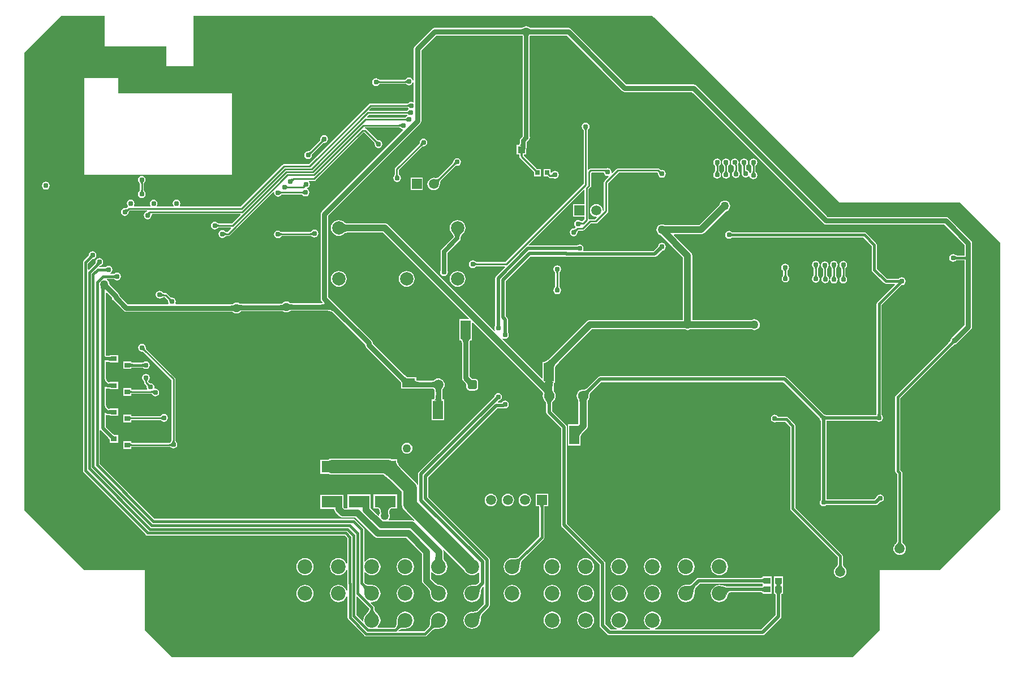
<source format=gbr>
G04*
G04 #@! TF.GenerationSoftware,Altium Limited,Altium Designer,23.2.1 (34)*
G04*
G04 Layer_Physical_Order=2*
G04 Layer_Color=16711680*
%FSLAX25Y25*%
%MOIN*%
G70*
G04*
G04 #@! TF.SameCoordinates,91C23CEB-00FB-43FC-9C52-439D6A026708*
G04*
G04*
G04 #@! TF.FilePolarity,Positive*
G04*
G01*
G75*
%ADD14C,0.01000*%
%ADD43R,0.04331X0.04331*%
%ADD44R,0.03937X0.03543*%
%ADD50R,0.03543X0.03150*%
%ADD83C,0.07900*%
%ADD91C,0.03000*%
%ADD92C,0.01500*%
%ADD93C,0.02000*%
%ADD95C,0.04000*%
%ADD96C,0.08000*%
%ADD97C,0.02500*%
%ADD98C,0.06200*%
%ADD99R,0.05906X0.05906*%
%ADD100C,0.05906*%
G04:AMPARAMS|DCode=101|XSize=55.12mil|YSize=55.12mil|CornerRadius=13.78mil|HoleSize=0mil|Usage=FLASHONLY|Rotation=180.000|XOffset=0mil|YOffset=0mil|HoleType=Round|Shape=RoundedRectangle|*
%AMROUNDEDRECTD101*
21,1,0.05512,0.02756,0,0,180.0*
21,1,0.02756,0.05512,0,0,180.0*
1,1,0.02756,-0.01378,0.01378*
1,1,0.02756,0.01378,0.01378*
1,1,0.02756,0.01378,-0.01378*
1,1,0.02756,-0.01378,-0.01378*
%
%ADD101ROUNDEDRECTD101*%
%ADD102C,0.08661*%
%ADD103C,0.03100*%
%ADD104C,0.05000*%
%ADD105C,0.25000*%
%ADD106C,0.15748*%
%ADD107C,0.13780*%
%ADD108R,0.05906X0.11024*%
%ADD109R,0.12402X0.07008*%
%ADD110R,0.02756X0.02756*%
%ADD111R,0.07480X0.05315*%
G36*
X370000Y614173D02*
Y596000D01*
X406500D01*
Y584500D01*
X422500D01*
Y596000D01*
Y614173D01*
X692913Y614173D01*
X803150Y503937D01*
X874016D01*
X897638Y480315D01*
Y322835D01*
X862205Y287402D01*
X826772D01*
Y251969D01*
X811024Y236220D01*
X409449Y236220D01*
X393701Y251969D01*
X393701Y287402D01*
X358268D01*
X322835Y322835D01*
Y592335D01*
X344673Y614173D01*
X370000D01*
D02*
G37*
%LPC*%
G36*
X499500Y543794D02*
X498622Y543619D01*
X497878Y543122D01*
X497381Y542378D01*
X497206Y541500D01*
X497233Y541362D01*
X497224Y541259D01*
X497209Y541163D01*
X497187Y541075D01*
X497161Y540995D01*
X497130Y540921D01*
X497093Y540852D01*
X497051Y540787D01*
X497031Y540761D01*
X490739Y534470D01*
X490713Y534449D01*
X490648Y534407D01*
X490579Y534370D01*
X490505Y534339D01*
X490425Y534313D01*
X490337Y534291D01*
X490241Y534276D01*
X490138Y534267D01*
X490000Y534294D01*
X489122Y534119D01*
X488378Y533622D01*
X487881Y532878D01*
X487706Y532000D01*
X487881Y531122D01*
X488378Y530378D01*
X489122Y529881D01*
X490000Y529706D01*
X490878Y529881D01*
X491622Y530378D01*
X492119Y531122D01*
X492294Y532000D01*
X492267Y532138D01*
X492276Y532241D01*
X492291Y532337D01*
X492313Y532425D01*
X492339Y532505D01*
X492370Y532579D01*
X492407Y532648D01*
X492449Y532713D01*
X492469Y532739D01*
X498761Y539031D01*
X498787Y539051D01*
X498852Y539093D01*
X498921Y539130D01*
X498995Y539161D01*
X499075Y539187D01*
X499163Y539209D01*
X499259Y539224D01*
X499362Y539233D01*
X499500Y539206D01*
X500378Y539381D01*
X501122Y539878D01*
X501619Y540622D01*
X501794Y541500D01*
X501619Y542378D01*
X501122Y543122D01*
X500378Y543619D01*
X499500Y543794D01*
D02*
G37*
G36*
X558000Y541794D02*
X557122Y541619D01*
X556378Y541122D01*
X555881Y540378D01*
X555706Y539500D01*
X555733Y539362D01*
X555724Y539259D01*
X555709Y539163D01*
X555687Y539075D01*
X555661Y538995D01*
X555630Y538921D01*
X555593Y538852D01*
X555551Y538787D01*
X555531Y538761D01*
X541385Y524615D01*
X541120Y524218D01*
X541026Y523750D01*
Y520643D01*
X541023Y520614D01*
X541007Y520526D01*
X540984Y520436D01*
X540954Y520344D01*
X540916Y520249D01*
X540874Y520160D01*
X540744Y519939D01*
X540665Y519826D01*
X540638Y519763D01*
X540381Y519378D01*
X540206Y518500D01*
X540381Y517622D01*
X540878Y516878D01*
X541622Y516381D01*
X542500Y516206D01*
X543378Y516381D01*
X544122Y516878D01*
X544619Y517622D01*
X544794Y518500D01*
X544619Y519378D01*
X544122Y520122D01*
X543856Y520300D01*
X543826Y520334D01*
X543728Y520409D01*
X543665Y520467D01*
X543613Y520522D01*
X543573Y520576D01*
X543540Y520630D01*
X543514Y520685D01*
X543493Y520744D01*
X543478Y520808D01*
X543473Y520839D01*
Y523243D01*
X557261Y537031D01*
X557287Y537051D01*
X557352Y537093D01*
X557421Y537130D01*
X557495Y537161D01*
X557575Y537187D01*
X557663Y537209D01*
X557759Y537224D01*
X557862Y537233D01*
X558000Y537206D01*
X558878Y537381D01*
X559622Y537878D01*
X560119Y538622D01*
X560294Y539500D01*
X560119Y540378D01*
X559622Y541122D01*
X558878Y541619D01*
X558000Y541794D01*
D02*
G37*
G36*
X577756Y530247D02*
X576878Y530072D01*
X576134Y529575D01*
X575636Y528831D01*
X575554Y528417D01*
X575528Y528354D01*
X575499Y528208D01*
X575469Y528088D01*
X575435Y527976D01*
X575397Y527872D01*
X575355Y527777D01*
X575310Y527689D01*
X575261Y527609D01*
X575209Y527535D01*
X575191Y527512D01*
X566568Y518889D01*
X566558Y518880D01*
X566444Y518807D01*
X566300Y518739D01*
X566124Y518678D01*
X565913Y518627D01*
X565668Y518590D01*
X565399Y518569D01*
X564724Y518577D01*
X564344Y518609D01*
X564295Y518603D01*
X563976Y518645D01*
X563023Y518519D01*
X562134Y518151D01*
X561371Y517566D01*
X560786Y516803D01*
X560418Y515914D01*
X560292Y514961D01*
X560418Y514007D01*
X560786Y513119D01*
X561371Y512356D01*
X562134Y511770D01*
X563023Y511402D01*
X563976Y511276D01*
X564930Y511402D01*
X565819Y511770D01*
X566581Y512356D01*
X567167Y513119D01*
X567535Y514007D01*
X567611Y514582D01*
X567629Y514642D01*
X567660Y514953D01*
X567661Y514961D01*
X567661Y514962D01*
X567671Y515071D01*
X567721Y515449D01*
X567848Y516125D01*
X567918Y516392D01*
X567996Y516628D01*
X568077Y516824D01*
X568157Y516979D01*
X568232Y517092D01*
X576767Y525627D01*
X576792Y525646D01*
X576847Y525679D01*
X576901Y525705D01*
X576956Y525725D01*
X577015Y525738D01*
X577080Y525747D01*
X577152Y525749D01*
X577235Y525743D01*
X577355Y525725D01*
X577409Y525728D01*
X577756Y525659D01*
X578634Y525833D01*
X579378Y526331D01*
X579875Y527075D01*
X580050Y527953D01*
X579875Y528831D01*
X579378Y529575D01*
X578634Y530072D01*
X577756Y530247D01*
D02*
G37*
G36*
X752362Y530044D02*
X751484Y529869D01*
X750740Y529372D01*
X750243Y528628D01*
X750068Y527750D01*
X750243Y526872D01*
X750740Y526128D01*
X750857Y526050D01*
X750924Y525970D01*
X750980Y525891D01*
X751027Y525814D01*
X751065Y525739D01*
X751095Y525665D01*
X751118Y525590D01*
X751135Y525514D01*
X751139Y525481D01*
Y522347D01*
X751135Y522315D01*
X751118Y522239D01*
X751095Y522164D01*
X751065Y522090D01*
X751027Y522014D01*
X750980Y521938D01*
X750924Y521859D01*
X750857Y521779D01*
X750740Y521701D01*
X750560Y521432D01*
X750029Y521537D01*
X749950Y521937D01*
X749452Y522681D01*
X748708Y523178D01*
X748111Y523297D01*
X748083Y523307D01*
X748077Y523308D01*
X748074Y523330D01*
Y525481D01*
X748078Y525514D01*
X748094Y525590D01*
X748117Y525665D01*
X748147Y525739D01*
X748185Y525814D01*
X748232Y525891D01*
X748289Y525970D01*
X748355Y526050D01*
X748472Y526128D01*
X748970Y526872D01*
X749145Y527750D01*
X748970Y528628D01*
X748472Y529372D01*
X747728Y529869D01*
X746850Y530044D01*
X745972Y529869D01*
X745228Y529372D01*
X744731Y528628D01*
X744556Y527750D01*
X744731Y526872D01*
X745228Y526128D01*
X745345Y526050D01*
X745412Y525970D01*
X745469Y525891D01*
X745515Y525814D01*
X745553Y525739D01*
X745583Y525665D01*
X745606Y525590D01*
X745623Y525514D01*
X745627Y525481D01*
Y521728D01*
X745617Y521540D01*
X745615Y521527D01*
X745612Y521509D01*
X745613Y521504D01*
X745611Y521500D01*
X745613Y521446D01*
X745536Y521059D01*
X745711Y520181D01*
X746208Y519437D01*
X746952Y518939D01*
X747830Y518765D01*
X748708Y518939D01*
X749452Y519437D01*
X749633Y519706D01*
X750163Y519600D01*
X750243Y519201D01*
X750740Y518457D01*
X751484Y517959D01*
X752362Y517785D01*
X753240Y517959D01*
X753984Y518457D01*
X754482Y519201D01*
X754656Y520079D01*
X754482Y520957D01*
X753984Y521701D01*
X753867Y521779D01*
X753801Y521859D01*
X753744Y521938D01*
X753697Y522014D01*
X753659Y522090D01*
X753629Y522164D01*
X753606Y522239D01*
X753590Y522315D01*
X753586Y522347D01*
Y525481D01*
X753590Y525514D01*
X753606Y525590D01*
X753629Y525665D01*
X753659Y525739D01*
X753697Y525814D01*
X753744Y525891D01*
X753801Y525970D01*
X753867Y526050D01*
X753984Y526128D01*
X754482Y526872D01*
X754656Y527750D01*
X754482Y528628D01*
X753984Y529372D01*
X753240Y529869D01*
X752362Y530044D01*
D02*
G37*
G36*
X378000Y577500D02*
X358000D01*
Y520500D01*
X445000D01*
Y568500D01*
X378000D01*
Y577500D01*
D02*
G37*
G36*
X653543Y551113D02*
X652665Y550938D01*
X651921Y550441D01*
X651424Y549697D01*
X651249Y548819D01*
X651424Y547941D01*
X651921Y547197D01*
X652038Y547119D01*
X652105Y547039D01*
X652162Y546960D01*
X652208Y546883D01*
X652246Y546808D01*
X652276Y546734D01*
X652299Y546659D01*
X652316Y546583D01*
X652320Y546550D01*
Y515074D01*
X606186Y468940D01*
X589277D01*
X589244Y468944D01*
X589168Y468961D01*
X589093Y468983D01*
X589019Y469013D01*
X588943Y469052D01*
X588867Y469098D01*
X588788Y469155D01*
X588708Y469222D01*
X588630Y469339D01*
X587886Y469836D01*
X587008Y470011D01*
X586130Y469836D01*
X585386Y469339D01*
X584888Y468594D01*
X584714Y467717D01*
X584888Y466839D01*
X585386Y466094D01*
X586130Y465597D01*
X587008Y465422D01*
X587886Y465597D01*
X588630Y466094D01*
X588708Y466212D01*
X588788Y466278D01*
X588867Y466335D01*
X588943Y466382D01*
X589019Y466420D01*
X589093Y466450D01*
X589168Y466473D01*
X589244Y466489D01*
X589277Y466493D01*
X605889D01*
X606080Y466031D01*
X600774Y460726D01*
X600399Y460163D01*
X600267Y459500D01*
Y431469D01*
X600266Y431454D01*
X599881Y430878D01*
X599706Y430000D01*
X599881Y429122D01*
X600189Y428660D01*
X599801Y428341D01*
X537161Y490981D01*
X536597Y491414D01*
X535941Y491686D01*
X535236Y491778D01*
X513563D01*
X513034Y491798D01*
X512708Y491832D01*
X512409Y491879D01*
X512146Y491937D01*
X511919Y492005D01*
X511729Y492081D01*
X511574Y492160D01*
X511454Y492241D01*
X511436Y492257D01*
X511348Y492372D01*
X510377Y493117D01*
X509245Y493585D01*
X508032Y493745D01*
X506818Y493585D01*
X505686Y493117D01*
X504715Y492372D01*
X503970Y491400D01*
X503501Y490269D01*
X503341Y489055D01*
X503501Y487841D01*
X503970Y486710D01*
X504715Y485739D01*
X505686Y484993D01*
X506818Y484525D01*
X508032Y484365D01*
X509245Y484525D01*
X510377Y484993D01*
X511348Y485739D01*
X511436Y485853D01*
X511454Y485869D01*
X511574Y485950D01*
X511728Y486029D01*
X511919Y486105D01*
X512146Y486173D01*
X512409Y486231D01*
X512700Y486277D01*
X513385Y486332D01*
X534108D01*
X584632Y435808D01*
X584441Y435346D01*
X579221D01*
Y423643D01*
X579219Y423634D01*
X579221Y423625D01*
Y422922D01*
X579879D01*
X580043Y422904D01*
X580120Y422876D01*
X580192Y422826D01*
X580276Y422732D01*
X580370Y422571D01*
X580463Y422333D01*
X580545Y422018D01*
X580608Y421627D01*
X580631Y421351D01*
Y400630D01*
X580802Y399771D01*
X581288Y399044D01*
X582310Y398021D01*
X582931Y397295D01*
X583145Y397006D01*
X583275Y396800D01*
Y395354D01*
X583436Y394544D01*
X583896Y393856D01*
X584583Y393397D01*
X585394Y393236D01*
X588150D01*
X588960Y393397D01*
X589648Y393856D01*
X590107Y394544D01*
X590268Y395354D01*
Y398110D01*
X590107Y398921D01*
X589648Y399608D01*
X588960Y400068D01*
X588150Y400229D01*
X586704D01*
X586520Y400346D01*
X585222Y401455D01*
X585117Y401559D01*
Y421351D01*
X585141Y421627D01*
X585203Y422018D01*
X585285Y422333D01*
X585378Y422571D01*
X585472Y422732D01*
X585556Y422826D01*
X585628Y422876D01*
X585705Y422904D01*
X585869Y422922D01*
X586527D01*
Y423625D01*
X586528Y423634D01*
X586527Y423643D01*
Y433259D01*
X586989Y433451D01*
X628085Y392354D01*
X628176Y392260D01*
X628493Y391894D01*
X628594Y391761D01*
X628608Y391741D01*
X628298Y390992D01*
X628167Y390000D01*
X628298Y389008D01*
X628681Y388084D01*
X629290Y387290D01*
X629393Y387211D01*
X629520Y387078D01*
X629687Y386878D01*
X629832Y386677D01*
X629954Y386476D01*
X630057Y386273D01*
X630139Y386068D01*
X630203Y385860D01*
X630234Y385718D01*
X630267Y385223D01*
Y380444D01*
X630399Y379780D01*
X630774Y379218D01*
X639015Y370977D01*
Y313976D01*
X639147Y313313D01*
X639522Y312751D01*
X661653Y290621D01*
Y254921D01*
X661785Y254258D01*
X662160Y253696D01*
X666294Y249562D01*
X666856Y249186D01*
X667520Y249054D01*
X757677D01*
X758341Y249186D01*
X758903Y249562D01*
X768352Y259011D01*
X768727Y259573D01*
X768859Y260236D01*
Y272746D01*
X768873Y272911D01*
X768912Y273151D01*
X768959Y273337D01*
X769009Y273465D01*
X769051Y273536D01*
X769070Y273558D01*
X769137Y273565D01*
X769795D01*
Y274268D01*
X769796Y274277D01*
X769795Y274286D01*
Y277788D01*
X769796Y277796D01*
X769795Y277805D01*
Y278508D01*
X769795D01*
Y278709D01*
X769795D01*
Y279413D01*
X769796Y279421D01*
X769795Y279430D01*
Y283653D01*
X764458D01*
Y279430D01*
X764456Y279421D01*
X764458Y279413D01*
Y278709D01*
X764458D01*
Y278508D01*
X764458D01*
Y277805D01*
X764456Y277796D01*
X764458Y277788D01*
Y274286D01*
X764456Y274277D01*
X764458Y274268D01*
Y273565D01*
X765115D01*
X765182Y273558D01*
X765201Y273536D01*
X765242Y273465D01*
X765293Y273337D01*
X765340Y273151D01*
X765379Y272911D01*
X765393Y272746D01*
Y260954D01*
X756959Y252521D01*
X694442D01*
X694342Y253021D01*
X695450Y253480D01*
X696501Y254286D01*
X697308Y255337D01*
X697815Y256561D01*
X697988Y257874D01*
X697815Y259187D01*
X697308Y260411D01*
X696501Y261462D01*
X695450Y262268D01*
X694227Y262775D01*
X692913Y262948D01*
X691600Y262775D01*
X690376Y262268D01*
X689326Y261462D01*
X688519Y260411D01*
X688012Y259187D01*
X687839Y257874D01*
X688012Y256561D01*
X688519Y255337D01*
X689326Y254286D01*
X690376Y253480D01*
X691484Y253021D01*
X691385Y252521D01*
X674757D01*
X674657Y253021D01*
X675765Y253480D01*
X676816Y254286D01*
X677623Y255337D01*
X678130Y256561D01*
X678302Y257874D01*
X678130Y259187D01*
X677623Y260411D01*
X676816Y261462D01*
X675765Y262268D01*
X674542Y262775D01*
X673228Y262948D01*
X671915Y262775D01*
X670691Y262268D01*
X669640Y261462D01*
X668834Y260411D01*
X668327Y259187D01*
X668154Y257874D01*
X668327Y256561D01*
X668834Y255337D01*
X669640Y254286D01*
X670691Y253480D01*
X671799Y253021D01*
X671700Y252521D01*
X668238D01*
X665119Y255639D01*
Y291339D01*
X664987Y292002D01*
X664611Y292564D01*
X642481Y314694D01*
Y371695D01*
X642349Y372359D01*
X641974Y372921D01*
X633733Y381161D01*
Y385453D01*
X633736Y385528D01*
X633751Y385648D01*
X633797Y385860D01*
X633860Y386068D01*
X633943Y386273D01*
X634046Y386476D01*
X634168Y386677D01*
X634313Y386878D01*
X634480Y387078D01*
X634607Y387211D01*
X634710Y387290D01*
X635319Y388084D01*
X635702Y389008D01*
X635833Y390000D01*
X635702Y390992D01*
X635319Y391916D01*
X634744Y392666D01*
X634672Y393817D01*
Y395253D01*
X634740Y396478D01*
X634797Y396954D01*
X634868Y397342D01*
X634946Y397629D01*
X635011Y397788D01*
X635550D01*
Y398492D01*
X635552Y398500D01*
X635550Y398509D01*
Y404776D01*
X635574Y404953D01*
Y407236D01*
X635673Y407407D01*
X636101Y408017D01*
X637364Y409498D01*
X637775Y409924D01*
X657215Y429363D01*
X711875D01*
X711969Y429291D01*
X712747Y428969D01*
X713583Y428859D01*
X714418Y428969D01*
X715197Y429291D01*
X715290Y429363D01*
X751245D01*
X751339Y429291D01*
X752117Y428969D01*
X752953Y428859D01*
X753788Y428969D01*
X754567Y429291D01*
X755235Y429804D01*
X755748Y430473D01*
X756070Y431251D01*
X756180Y432087D01*
X756070Y432922D01*
X755748Y433700D01*
X755235Y434369D01*
X754567Y434882D01*
X753788Y435204D01*
X752953Y435314D01*
X752117Y435204D01*
X751339Y434882D01*
X751245Y434810D01*
X716306D01*
Y472917D01*
X716213Y473622D01*
X715941Y474279D01*
X715508Y474843D01*
X705537Y484815D01*
X705728Y485277D01*
X721500D01*
X722205Y485369D01*
X722862Y485642D01*
X723426Y486074D01*
X736218Y498867D01*
X736335Y498882D01*
X737114Y499205D01*
X737782Y499718D01*
X738295Y500386D01*
X738618Y501165D01*
X738728Y502000D01*
X738618Y502835D01*
X738295Y503614D01*
X737782Y504282D01*
X737114Y504795D01*
X736335Y505118D01*
X735500Y505228D01*
X734665Y505118D01*
X733886Y504795D01*
X733218Y504282D01*
X732705Y503614D01*
X732382Y502835D01*
X732367Y502718D01*
X720372Y490723D01*
X700208D01*
X700114Y490795D01*
X699335Y491118D01*
X698500Y491228D01*
X697665Y491118D01*
X696886Y490795D01*
X696218Y490282D01*
X695705Y489614D01*
X695382Y488835D01*
X695272Y488000D01*
X695382Y487165D01*
X695705Y486386D01*
X696218Y485718D01*
X696886Y485205D01*
X697665Y484882D01*
X697782Y484867D01*
X710859Y471789D01*
Y434810D01*
X656087D01*
X655382Y434717D01*
X654725Y434445D01*
X654161Y434012D01*
X634099Y413951D01*
X632839Y412745D01*
X631478Y411585D01*
X630890Y411143D01*
X630357Y410786D01*
X629888Y410518D01*
X629492Y410339D01*
X629179Y410244D01*
X628901Y410212D01*
X628245D01*
Y400551D01*
X627783Y400359D01*
X604341Y423801D01*
X604660Y424190D01*
X605122Y423881D01*
X606000Y423706D01*
X606878Y423881D01*
X607622Y424378D01*
X608119Y425122D01*
X608294Y426000D01*
X608119Y426878D01*
X607745Y427439D01*
X607733Y427635D01*
Y435200D01*
X607601Y435863D01*
X607226Y436426D01*
X606433Y437218D01*
Y457664D01*
X621036Y472267D01*
X641410D01*
X641587Y472149D01*
X642250Y472017D01*
X694250D01*
X694913Y472149D01*
X695476Y472524D01*
X698687Y475736D01*
X698698Y475745D01*
X699378Y475881D01*
X700122Y476378D01*
X700619Y477122D01*
X700794Y478000D01*
X700619Y478878D01*
X700122Y479622D01*
X699378Y480119D01*
X698500Y480294D01*
X697622Y480119D01*
X696878Y479622D01*
X696381Y478878D01*
X696249Y478216D01*
X696119Y478070D01*
X693532Y475483D01*
X652223D01*
X651987Y475924D01*
X652119Y476122D01*
X652294Y477000D01*
X652119Y477878D01*
X651622Y478622D01*
X650878Y479119D01*
X650000Y479294D01*
X649122Y479119D01*
X648561Y478745D01*
X648365Y478733D01*
X620147D01*
X619940Y479233D01*
X652315Y511608D01*
X652776Y511416D01*
Y503062D01*
X646150D01*
Y495757D01*
X652776D01*
Y494258D01*
X651543Y493025D01*
X651110D01*
X651082Y493028D01*
X650991Y493043D01*
X650899Y493066D01*
X650803Y493096D01*
X650705Y493133D01*
X650611Y493175D01*
X650382Y493301D01*
X650264Y493378D01*
X650203Y493402D01*
X649878Y493619D01*
X649000Y493794D01*
X648122Y493619D01*
X647378Y493122D01*
X646881Y492378D01*
X646706Y491500D01*
X646881Y490622D01*
X647378Y489878D01*
X647512Y489788D01*
X647561Y489291D01*
X647239Y488970D01*
X647213Y488949D01*
X647148Y488907D01*
X647079Y488870D01*
X647005Y488839D01*
X646925Y488813D01*
X646837Y488791D01*
X646741Y488776D01*
X646638Y488767D01*
X646500Y488794D01*
X645622Y488619D01*
X644878Y488122D01*
X644381Y487378D01*
X644206Y486500D01*
X644381Y485622D01*
X644878Y484878D01*
X645622Y484381D01*
X646500Y484206D01*
X647378Y484381D01*
X648122Y484878D01*
X648619Y485622D01*
X648794Y486500D01*
X648767Y486638D01*
X648776Y486741D01*
X648791Y486837D01*
X648813Y486925D01*
X648839Y487005D01*
X648870Y487079D01*
X648907Y487148D01*
X648949Y487213D01*
X648969Y487239D01*
X649257Y487527D01*
X651750D01*
X652218Y487620D01*
X652615Y487885D01*
X656507Y491777D01*
X659500D01*
X659968Y491870D01*
X660365Y492135D01*
X666365Y498135D01*
X666630Y498532D01*
X666723Y499000D01*
Y515493D01*
X673007Y521776D01*
X695680D01*
X695950Y521506D01*
X695969Y521482D01*
X696019Y521410D01*
X696065Y521331D01*
X696107Y521246D01*
X696146Y521153D01*
X696180Y521053D01*
X696210Y520943D01*
X696236Y520825D01*
X696259Y520681D01*
X696281Y520621D01*
X696381Y520122D01*
X696878Y519378D01*
X697622Y518881D01*
X698500Y518706D01*
X699378Y518881D01*
X700122Y519378D01*
X700619Y520122D01*
X700794Y521000D01*
X700619Y521878D01*
X700122Y522622D01*
X699378Y523119D01*
X698500Y523294D01*
X698217Y523238D01*
X698181Y523241D01*
X698057Y523226D01*
X697969Y523224D01*
X697891Y523228D01*
X697822Y523239D01*
X697758Y523255D01*
X697698Y523276D01*
X697641Y523304D01*
X697584Y523339D01*
X697558Y523359D01*
X697052Y523865D01*
X696655Y524130D01*
X696187Y524224D01*
X672500D01*
X672032Y524130D01*
X671635Y523865D01*
X669188Y521419D01*
X668727Y521665D01*
X668794Y522000D01*
X668619Y522878D01*
X668122Y523622D01*
X667378Y524119D01*
X666500Y524294D01*
X665622Y524119D01*
X665519Y524051D01*
X665400Y524130D01*
X664932Y524224D01*
X656500D01*
X656032Y524130D01*
X655635Y523865D01*
X655229Y523459D01*
X654767Y523650D01*
Y546550D01*
X654771Y546583D01*
X654787Y546659D01*
X654810Y546734D01*
X654840Y546808D01*
X654878Y546883D01*
X654925Y546960D01*
X654982Y547039D01*
X655048Y547119D01*
X655165Y547197D01*
X655663Y547941D01*
X655837Y548819D01*
X655663Y549697D01*
X655165Y550441D01*
X654421Y550938D01*
X653543Y551113D01*
D02*
G37*
G36*
X741339Y530044D02*
X740461Y529869D01*
X739716Y529372D01*
X739219Y528628D01*
X739045Y527750D01*
X739219Y526872D01*
X739716Y526128D01*
X740461Y525631D01*
X740851Y525553D01*
Y523083D01*
X740847Y523051D01*
X740831Y522975D01*
X740808Y522900D01*
X740778Y522826D01*
X740739Y522750D01*
X740693Y522673D01*
X740636Y522595D01*
X740569Y522515D01*
X740452Y522437D01*
X739955Y521693D01*
X739780Y520815D01*
X739955Y519937D01*
X740452Y519193D01*
X741197Y518695D01*
X742074Y518520D01*
X742952Y518695D01*
X743697Y519193D01*
X744194Y519937D01*
X744369Y520815D01*
X744194Y521693D01*
X743697Y522437D01*
X743579Y522515D01*
X743513Y522595D01*
X743456Y522673D01*
X743409Y522750D01*
X743371Y522826D01*
X743341Y522900D01*
X743318Y522975D01*
X743302Y523051D01*
X743298Y523083D01*
Y526091D01*
X743215Y526508D01*
X743458Y526872D01*
X743633Y527750D01*
X743458Y528628D01*
X742961Y529372D01*
X742216Y529869D01*
X741339Y530044D01*
D02*
G37*
G36*
X731000D02*
X730122Y529869D01*
X729378Y529372D01*
X728881Y528628D01*
X728706Y527750D01*
X728881Y526872D01*
X729378Y526128D01*
X729495Y526050D01*
X729562Y525970D01*
X729618Y525891D01*
X729665Y525814D01*
X729703Y525739D01*
X729733Y525665D01*
X729756Y525590D01*
X729772Y525514D01*
X729776Y525481D01*
Y522747D01*
X729772Y522714D01*
X729756Y522638D01*
X729733Y522564D01*
X729703Y522489D01*
X729665Y522414D01*
X729618Y522337D01*
X729562Y522258D01*
X729495Y522179D01*
X729378Y522100D01*
X728881Y521356D01*
X728706Y520478D01*
X728881Y519600D01*
X729378Y518856D01*
X730122Y518359D01*
X731000Y518184D01*
X731878Y518359D01*
X732622Y518856D01*
X733119Y519600D01*
X733294Y520478D01*
X733119Y521356D01*
X732622Y522100D01*
X732505Y522179D01*
X732439Y522258D01*
X732382Y522337D01*
X732335Y522414D01*
X732297Y522489D01*
X732267Y522564D01*
X732244Y522638D01*
X732228Y522714D01*
X732224Y522747D01*
Y525481D01*
X732228Y525514D01*
X732244Y525590D01*
X732267Y525665D01*
X732297Y525739D01*
X732335Y525814D01*
X732382Y525891D01*
X732439Y525970D01*
X732505Y526050D01*
X732622Y526128D01*
X733119Y526872D01*
X733294Y527750D01*
X733119Y528628D01*
X732622Y529372D01*
X731878Y529869D01*
X731000Y530044D01*
D02*
G37*
G36*
X736221D02*
X735343Y529869D01*
X734598Y529372D01*
X734101Y528628D01*
X733926Y527750D01*
X734101Y526872D01*
X734598Y526128D01*
X734715Y526050D01*
X734782Y525970D01*
X734839Y525891D01*
X734886Y525814D01*
X734924Y525739D01*
X734954Y525665D01*
X734976Y525590D01*
X734993Y525514D01*
X734997Y525481D01*
Y522741D01*
X734993Y522709D01*
X734976Y522632D01*
X734954Y522558D01*
X734924Y522483D01*
X734886Y522408D01*
X734839Y522331D01*
X734782Y522252D01*
X734715Y522173D01*
X734598Y522095D01*
X734101Y521350D01*
X733926Y520472D01*
X734101Y519594D01*
X734598Y518850D01*
X735343Y518353D01*
X736221Y518178D01*
X737098Y518353D01*
X737843Y518850D01*
X738340Y519594D01*
X738515Y520472D01*
X738340Y521350D01*
X737843Y522095D01*
X737725Y522173D01*
X737659Y522252D01*
X737602Y522331D01*
X737555Y522408D01*
X737517Y522483D01*
X737487Y522558D01*
X737464Y522632D01*
X737448Y522709D01*
X737444Y522741D01*
Y525481D01*
X737448Y525514D01*
X737465Y525590D01*
X737487Y525665D01*
X737517Y525739D01*
X737555Y525814D01*
X737602Y525891D01*
X737659Y525970D01*
X737725Y526050D01*
X737843Y526128D01*
X738340Y526872D01*
X738515Y527750D01*
X738340Y528628D01*
X737843Y529372D01*
X737098Y529869D01*
X736221Y530044D01*
D02*
G37*
G36*
X632787Y523732D02*
X628631D01*
Y519576D01*
X631010D01*
X631344Y519288D01*
X631721Y518910D01*
X632118Y518645D01*
X632587Y518552D01*
X633752D01*
X633841Y518544D01*
X634078Y518508D01*
X634173Y518489D01*
X634480Y518403D01*
X634555Y518353D01*
X635433Y518178D01*
X636311Y518353D01*
X637055Y518850D01*
X637552Y519594D01*
X637727Y520472D01*
X637552Y521350D01*
X637055Y522095D01*
X636311Y522592D01*
X635433Y522766D01*
X634555Y522592D01*
X633811Y522095D01*
X633599Y521778D01*
X632940Y521651D01*
X632815Y521738D01*
X632787Y521807D01*
Y523732D01*
D02*
G37*
G36*
X335500Y516294D02*
X334622Y516119D01*
X333878Y515622D01*
X333381Y514878D01*
X333206Y514000D01*
X333381Y513122D01*
X333878Y512378D01*
X334622Y511881D01*
X335500Y511706D01*
X336378Y511881D01*
X337122Y512378D01*
X337619Y513122D01*
X337794Y514000D01*
X337619Y514878D01*
X337122Y515622D01*
X336378Y516119D01*
X335500Y516294D01*
D02*
G37*
G36*
X557629Y518613D02*
X550324D01*
Y511308D01*
X557629D01*
Y518613D01*
D02*
G37*
G36*
X392000Y519794D02*
X391122Y519619D01*
X390378Y519122D01*
X389880Y518378D01*
X389706Y517500D01*
X389880Y516622D01*
X390378Y515878D01*
X390495Y515800D01*
X390562Y515720D01*
X390618Y515641D01*
X390665Y515564D01*
X390703Y515489D01*
X390733Y515415D01*
X390756Y515340D01*
X390772Y515264D01*
X390776Y515231D01*
Y511269D01*
X390772Y511236D01*
X390756Y511160D01*
X390733Y511085D01*
X390703Y511011D01*
X390665Y510936D01*
X390618Y510859D01*
X390562Y510780D01*
X390495Y510700D01*
X390378Y510622D01*
X389880Y509878D01*
X389706Y509000D01*
X389880Y508122D01*
X390378Y507378D01*
X391122Y506881D01*
X392000Y506706D01*
X392878Y506881D01*
X393622Y507378D01*
X394120Y508122D01*
X394294Y509000D01*
X394120Y509878D01*
X393622Y510622D01*
X393505Y510700D01*
X393439Y510780D01*
X393382Y510859D01*
X393335Y510936D01*
X393297Y511011D01*
X393267Y511085D01*
X393244Y511160D01*
X393228Y511236D01*
X393224Y511269D01*
Y515231D01*
X393228Y515264D01*
X393244Y515340D01*
X393267Y515415D01*
X393297Y515489D01*
X393335Y515564D01*
X393382Y515641D01*
X393439Y515720D01*
X393505Y515800D01*
X393622Y515878D01*
X394120Y516622D01*
X394294Y517500D01*
X394120Y518378D01*
X393622Y519122D01*
X392878Y519619D01*
X392000Y519794D01*
D02*
G37*
G36*
X493696Y488116D02*
X492818Y487942D01*
X492074Y487444D01*
X491888Y487165D01*
X491851Y487132D01*
X491777Y487034D01*
X491721Y486972D01*
X491667Y486921D01*
X491613Y486880D01*
X491561Y486848D01*
X491507Y486822D01*
X491449Y486802D01*
X491386Y486787D01*
X491355Y486782D01*
X474320D01*
X474290Y486786D01*
X474202Y486801D01*
X474111Y486824D01*
X474019Y486854D01*
X473922Y486892D01*
X473833Y486935D01*
X473609Y487064D01*
X473494Y487142D01*
X473431Y487169D01*
X473063Y487415D01*
X472185Y487590D01*
X471307Y487415D01*
X470563Y486918D01*
X470065Y486173D01*
X469891Y485296D01*
X470065Y484418D01*
X470563Y483673D01*
X471307Y483176D01*
X472185Y483002D01*
X473063Y483176D01*
X473807Y483673D01*
X473993Y483952D01*
X474030Y483986D01*
X474104Y484084D01*
X474160Y484146D01*
X474214Y484197D01*
X474267Y484237D01*
X474320Y484270D01*
X474374Y484296D01*
X474432Y484316D01*
X474495Y484331D01*
X474526Y484335D01*
X491561D01*
X491591Y484332D01*
X491679Y484316D01*
X491770Y484294D01*
X491862Y484264D01*
X491959Y484226D01*
X492048Y484183D01*
X492272Y484054D01*
X492386Y483976D01*
X492450Y483949D01*
X492818Y483703D01*
X493696Y483528D01*
X494574Y483703D01*
X495318Y484200D01*
X495816Y484944D01*
X495990Y485822D01*
X495816Y486700D01*
X495318Y487444D01*
X494574Y487942D01*
X493696Y488116D01*
D02*
G37*
G36*
X618504Y607952D02*
X617669Y607842D01*
X616890Y607520D01*
X616253Y607031D01*
X616182Y607014D01*
X616082Y606996D01*
X615657Y606967D01*
X564567D01*
X563708Y606797D01*
X562981Y606311D01*
X552914Y596244D01*
X552428Y595516D01*
X552257Y594658D01*
Y575736D01*
X551757Y575687D01*
X551736Y575790D01*
X551619Y576378D01*
X551122Y577122D01*
X550378Y577619D01*
X549500Y577794D01*
X548622Y577619D01*
X547878Y577122D01*
X547700Y576856D01*
X547666Y576826D01*
X547591Y576728D01*
X547533Y576665D01*
X547478Y576614D01*
X547424Y576573D01*
X547370Y576540D01*
X547315Y576514D01*
X547256Y576493D01*
X547192Y576478D01*
X547161Y576474D01*
X532143D01*
X532114Y576477D01*
X532026Y576493D01*
X531936Y576516D01*
X531844Y576546D01*
X531749Y576584D01*
X531660Y576626D01*
X531438Y576756D01*
X531326Y576835D01*
X531263Y576862D01*
X530878Y577119D01*
X530000Y577294D01*
X529122Y577119D01*
X528378Y576622D01*
X527881Y575878D01*
X527706Y575000D01*
X527881Y574122D01*
X528378Y573378D01*
X529122Y572881D01*
X530000Y572706D01*
X530878Y572881D01*
X531622Y573378D01*
X531800Y573644D01*
X531834Y573674D01*
X531909Y573772D01*
X531967Y573835D01*
X532022Y573886D01*
X532077Y573927D01*
X532130Y573960D01*
X532185Y573986D01*
X532244Y574007D01*
X532308Y574022D01*
X532339Y574026D01*
X547357D01*
X547386Y574023D01*
X547474Y574007D01*
X547564Y573984D01*
X547656Y573954D01*
X547751Y573916D01*
X547840Y573874D01*
X548062Y573744D01*
X548174Y573665D01*
X548237Y573638D01*
X548622Y573381D01*
X549500Y573206D01*
X550378Y573381D01*
X551122Y573878D01*
X551619Y574622D01*
X551736Y575210D01*
X551757Y575313D01*
X552257Y575264D01*
Y563435D01*
X551816Y563200D01*
X551628Y563325D01*
X550750Y563500D01*
X549872Y563325D01*
X549128Y562828D01*
X549050Y562711D01*
X548970Y562644D01*
X548891Y562587D01*
X548814Y562541D01*
X548739Y562503D01*
X548665Y562473D01*
X548590Y562450D01*
X548514Y562433D01*
X548481Y562429D01*
X526706D01*
X526238Y562336D01*
X525841Y562071D01*
X490393Y526623D01*
X475688D01*
X475219Y526530D01*
X474822Y526265D01*
X450281Y501723D01*
X414620Y501723D01*
X414353Y502223D01*
X414619Y502622D01*
X414794Y503500D01*
X414619Y504378D01*
X414122Y505122D01*
X413378Y505619D01*
X412500Y505794D01*
X411622Y505619D01*
X410878Y505122D01*
X410381Y504378D01*
X410206Y503500D01*
X410381Y502622D01*
X410647Y502223D01*
X410380Y501723D01*
X401120D01*
X400853Y502223D01*
X401120Y502622D01*
X401294Y503500D01*
X401120Y504378D01*
X400622Y505122D01*
X399878Y505619D01*
X399000Y505794D01*
X398122Y505619D01*
X397378Y505122D01*
X396881Y504378D01*
X396706Y503500D01*
X396881Y502622D01*
X397147Y502223D01*
X396880Y501723D01*
X389000D01*
X387620D01*
X387353Y502223D01*
X387619Y502622D01*
X387794Y503500D01*
X387619Y504378D01*
X387122Y505122D01*
X386378Y505619D01*
X385500Y505794D01*
X384622Y505619D01*
X383878Y505122D01*
X383381Y504378D01*
X383206Y503500D01*
X383381Y502622D01*
X383725Y502106D01*
X383809Y501776D01*
X383598Y501465D01*
X383448Y501365D01*
X382942Y500859D01*
X382916Y500839D01*
X382859Y500804D01*
X382802Y500776D01*
X382742Y500755D01*
X382679Y500738D01*
X382609Y500728D01*
X382531Y500724D01*
X382443Y500726D01*
X382319Y500741D01*
X382283Y500738D01*
X382000Y500794D01*
X381122Y500619D01*
X380378Y500122D01*
X379880Y499378D01*
X379706Y498500D01*
X379880Y497622D01*
X380378Y496878D01*
X381122Y496381D01*
X382000Y496206D01*
X382878Y496381D01*
X383622Y496878D01*
X384120Y497622D01*
X384219Y498121D01*
X384241Y498181D01*
X384264Y498325D01*
X384290Y498443D01*
X384320Y498552D01*
X384354Y498653D01*
X384393Y498746D01*
X384435Y498831D01*
X384481Y498910D01*
X384531Y498982D01*
X384550Y499006D01*
X384820Y499276D01*
X389000D01*
X395165D01*
X395244Y498776D01*
X395129Y498740D01*
X394991Y498706D01*
X394943Y498683D01*
X394622Y498619D01*
X393878Y498122D01*
X393380Y497378D01*
X393206Y496500D01*
X393380Y495622D01*
X393878Y494878D01*
X394622Y494381D01*
X395500Y494206D01*
X396378Y494381D01*
X397122Y494878D01*
X397620Y495622D01*
X397794Y496500D01*
X397739Y496776D01*
X397982Y497181D01*
X398113Y497262D01*
X398147Y497273D01*
X398170Y497276D01*
X449989D01*
X450180Y496814D01*
X445089Y491723D01*
X437269D01*
X437236Y491728D01*
X437160Y491744D01*
X437085Y491767D01*
X437011Y491797D01*
X436936Y491835D01*
X436859Y491882D01*
X436780Y491938D01*
X436700Y492005D01*
X436622Y492122D01*
X435878Y492619D01*
X435000Y492794D01*
X434122Y492619D01*
X433378Y492122D01*
X432881Y491378D01*
X432706Y490500D01*
X432881Y489622D01*
X433378Y488878D01*
X434122Y488381D01*
X435000Y488206D01*
X435878Y488381D01*
X436622Y488878D01*
X436700Y488995D01*
X436780Y489061D01*
X436859Y489118D01*
X436936Y489165D01*
X437011Y489203D01*
X437085Y489233D01*
X437160Y489256D01*
X437236Y489272D01*
X437269Y489277D01*
X444393D01*
X444584Y488814D01*
X442493Y486724D01*
X441769D01*
X441736Y486728D01*
X441660Y486744D01*
X441585Y486767D01*
X441511Y486797D01*
X441436Y486835D01*
X441359Y486882D01*
X441280Y486938D01*
X441200Y487005D01*
X441122Y487122D01*
X440378Y487619D01*
X439500Y487794D01*
X438622Y487619D01*
X437878Y487122D01*
X437381Y486378D01*
X437206Y485500D01*
X437381Y484622D01*
X437878Y483878D01*
X438622Y483381D01*
X439500Y483206D01*
X440378Y483381D01*
X441122Y483878D01*
X441200Y483995D01*
X441280Y484061D01*
X441359Y484118D01*
X441436Y484165D01*
X441511Y484203D01*
X441585Y484233D01*
X441660Y484256D01*
X441736Y484272D01*
X441769Y484276D01*
X443000D01*
X443468Y484370D01*
X443865Y484635D01*
X469538Y510308D01*
X469999Y510061D01*
X469959Y509861D01*
X470133Y508983D01*
X470631Y508239D01*
X471375Y507741D01*
X472253Y507567D01*
X473131Y507741D01*
X473875Y508239D01*
X473977Y508391D01*
X474029Y508447D01*
X474102Y508514D01*
X474173Y508569D01*
X474242Y508615D01*
X474310Y508651D01*
X474378Y508681D01*
X474447Y508703D01*
X474519Y508719D01*
X474552Y508723D01*
X486253D01*
X486285Y508719D01*
X486364Y508703D01*
X486442Y508680D01*
X486520Y508649D01*
X486600Y508611D01*
X486682Y508564D01*
X486765Y508507D01*
X486821Y508462D01*
X486878Y508378D01*
X487622Y507881D01*
X488500Y507706D01*
X489378Y507881D01*
X490122Y508378D01*
X490619Y509122D01*
X490794Y510000D01*
X490619Y510878D01*
X490122Y511622D01*
X489411Y512097D01*
X489395Y512237D01*
X489451Y512615D01*
X489612Y512647D01*
X490356Y513144D01*
X490853Y513888D01*
X491028Y514766D01*
X490853Y515644D01*
X490431Y516277D01*
X490606Y516777D01*
X493500D01*
X493968Y516870D01*
X494365Y517135D01*
X522507Y545276D01*
X522993D01*
X529031Y539239D01*
X529051Y539213D01*
X529093Y539148D01*
X529130Y539079D01*
X529161Y539005D01*
X529187Y538925D01*
X529209Y538837D01*
X529224Y538741D01*
X529233Y538638D01*
X529206Y538500D01*
X529381Y537622D01*
X529878Y536878D01*
X530622Y536381D01*
X531500Y536206D01*
X532378Y536381D01*
X533122Y536878D01*
X533619Y537622D01*
X533794Y538500D01*
X533619Y539378D01*
X533122Y540122D01*
X532378Y540619D01*
X531500Y540794D01*
X531362Y540767D01*
X531259Y540776D01*
X531163Y540791D01*
X531075Y540813D01*
X530995Y540839D01*
X530921Y540870D01*
X530852Y540907D01*
X530787Y540949D01*
X530761Y540969D01*
X524365Y547365D01*
X523968Y547630D01*
X523718Y547680D01*
X523484Y548129D01*
X523480Y548223D01*
X523515Y548277D01*
X543731D01*
X543764Y548272D01*
X543840Y548256D01*
X543915Y548233D01*
X543989Y548203D01*
X544064Y548165D01*
X544141Y548118D01*
X544220Y548062D01*
X544300Y547995D01*
X544378Y547878D01*
X545122Y547381D01*
X545740Y547258D01*
X545906Y546716D01*
X498020Y498830D01*
X497534Y498103D01*
X497363Y497244D01*
Y447441D01*
X497534Y446583D01*
X498020Y445855D01*
X498589Y445286D01*
X498556Y444993D01*
X498372Y444763D01*
X479863D01*
X479599Y444790D01*
X479487Y444809D01*
X479416Y444826D01*
X478779Y445315D01*
X478001Y445637D01*
X477165Y445747D01*
X476330Y445637D01*
X475552Y445315D01*
X474883Y444802D01*
X474698Y444561D01*
X474684Y444552D01*
X474674Y444547D01*
X474605Y444526D01*
X474497Y444502D01*
X474367Y444481D01*
X474103Y444463D01*
X450056D01*
X449832Y444483D01*
X449749Y444496D01*
X449714Y444503D01*
X449439Y444714D01*
X448660Y445037D01*
X447825Y445147D01*
X446989Y445037D01*
X446211Y444714D01*
X445574Y444226D01*
X445503Y444209D01*
X445403Y444191D01*
X444978Y444162D01*
X412072D01*
X411836Y444603D01*
X411962Y444791D01*
X412137Y445669D01*
X411962Y446547D01*
X411465Y447291D01*
X410720Y447789D01*
X409842Y447963D01*
X409704Y447936D01*
X409601Y447945D01*
X409505Y447961D01*
X409418Y447982D01*
X409338Y448008D01*
X409264Y448040D01*
X409195Y448076D01*
X409129Y448118D01*
X409103Y448139D01*
X406880Y450362D01*
X406483Y450627D01*
X406015Y450721D01*
X404908D01*
X404877Y450725D01*
X404815Y450740D01*
X404761Y450760D01*
X404710Y450784D01*
X404661Y450815D01*
X404612Y450854D01*
X404562Y450903D01*
X404510Y450963D01*
X404440Y451061D01*
X404397Y451102D01*
X404181Y451425D01*
X403437Y451923D01*
X402559Y452097D01*
X401681Y451923D01*
X400937Y451425D01*
X400440Y450681D01*
X400265Y449803D01*
X400440Y448925D01*
X400937Y448181D01*
X401681Y447684D01*
X402559Y447509D01*
X403437Y447684D01*
X403750Y447893D01*
X403803Y447912D01*
X404059Y448070D01*
X404157Y448120D01*
X404259Y448165D01*
X404358Y448203D01*
X404454Y448233D01*
X404547Y448255D01*
X404637Y448271D01*
X404665Y448274D01*
X405508D01*
X407373Y446408D01*
X407393Y446382D01*
X407436Y446317D01*
X407472Y446248D01*
X407504Y446174D01*
X407530Y446094D01*
X407551Y446006D01*
X407567Y445911D01*
X407576Y445808D01*
X407548Y445669D01*
X407723Y444791D01*
X407849Y444603D01*
X407613Y444162D01*
X383813D01*
X378878Y449097D01*
X378752Y449732D01*
X378265Y450460D01*
X373338Y455387D01*
X373170Y455593D01*
X373105Y455686D01*
X373067Y455748D01*
X372962Y456544D01*
X372640Y457323D01*
X372127Y457991D01*
X371458Y458504D01*
X371415Y458522D01*
X371515Y459022D01*
X375503D01*
X375574Y459013D01*
X375664Y458997D01*
X375738Y458979D01*
X375796Y458961D01*
X375833Y458945D01*
X375878Y458878D01*
X376622Y458381D01*
X377500Y458206D01*
X378378Y458381D01*
X379122Y458878D01*
X379620Y459622D01*
X379794Y460500D01*
X379620Y461378D01*
X379122Y462122D01*
X378378Y462619D01*
X377500Y462794D01*
X376622Y462619D01*
X375878Y462122D01*
X375833Y462055D01*
X375796Y462039D01*
X375738Y462021D01*
X375664Y462003D01*
X375583Y461988D01*
X375473Y461978D01*
X373676D01*
X373524Y462478D01*
X374122Y462878D01*
X374620Y463622D01*
X374794Y464500D01*
X374620Y465378D01*
X374122Y466122D01*
X373378Y466619D01*
X372500Y466794D01*
X371622Y466619D01*
X370878Y466122D01*
X370833Y466055D01*
X370796Y466039D01*
X370738Y466021D01*
X370664Y466003D01*
X370583Y465988D01*
X370473Y465978D01*
X367111D01*
X366920Y466440D01*
X366998Y466518D01*
X367130Y466626D01*
X367198Y466674D01*
X367261Y466713D01*
X367312Y466741D01*
X367350Y466758D01*
X367372Y466765D01*
X367420Y466776D01*
X367472Y466800D01*
X367878Y466881D01*
X368622Y467378D01*
X369120Y468122D01*
X369294Y469000D01*
X369120Y469878D01*
X368622Y470622D01*
X367878Y471119D01*
X367000Y471294D01*
X366122Y471119D01*
X365378Y470622D01*
X364880Y469878D01*
X364706Y469000D01*
X364772Y468669D01*
X364768Y468628D01*
X364773Y468585D01*
X364772Y468576D01*
X364765Y468552D01*
X364749Y468513D01*
X364720Y468460D01*
X364678Y468395D01*
X364632Y468334D01*
X360735Y464437D01*
X360273Y464628D01*
Y468182D01*
X362633Y470542D01*
X362690Y470587D01*
X362764Y470639D01*
X362829Y470679D01*
X362883Y470706D01*
X362921Y470722D01*
X363000Y470706D01*
X363878Y470881D01*
X364622Y471378D01*
X365120Y472122D01*
X365294Y473000D01*
X365120Y473878D01*
X364622Y474622D01*
X363878Y475119D01*
X363000Y475294D01*
X362122Y475119D01*
X361378Y474622D01*
X360880Y473878D01*
X360706Y473000D01*
X360722Y472921D01*
X360706Y472883D01*
X360679Y472829D01*
X360639Y472764D01*
X360592Y472697D01*
X360521Y472612D01*
X357749Y469840D01*
X357429Y469360D01*
X357316Y468794D01*
Y345998D01*
X357429Y345432D01*
X357749Y344952D01*
X394447Y308255D01*
X394926Y307934D01*
X395492Y307822D01*
X511476D01*
X513022Y306276D01*
Y291395D01*
X512522Y291296D01*
X512268Y291907D01*
X511462Y292958D01*
X510411Y293764D01*
X509187Y294271D01*
X507874Y294444D01*
X506561Y294271D01*
X505337Y293764D01*
X504286Y292958D01*
X503480Y291907D01*
X502973Y290683D01*
X502800Y289370D01*
X502973Y288057D01*
X503480Y286833D01*
X504286Y285782D01*
X505337Y284976D01*
X506561Y284469D01*
X507874Y284296D01*
X509187Y284469D01*
X510411Y284976D01*
X511462Y285782D01*
X512268Y286833D01*
X512522Y287444D01*
X513022Y287345D01*
Y279678D01*
X513134Y279113D01*
X513200Y279014D01*
Y275217D01*
X512700Y275117D01*
X512268Y276159D01*
X511462Y277210D01*
X510411Y278016D01*
X509187Y278523D01*
X507874Y278696D01*
X506561Y278523D01*
X505337Y278016D01*
X504286Y277210D01*
X503480Y276159D01*
X502973Y274935D01*
X502800Y273622D01*
X502973Y272309D01*
X503480Y271085D01*
X504286Y270034D01*
X505337Y269228D01*
X506561Y268721D01*
X507874Y268548D01*
X509187Y268721D01*
X510411Y269228D01*
X511462Y270034D01*
X512268Y271085D01*
X512700Y272127D01*
X513200Y272027D01*
Y259322D01*
X513312Y258756D01*
X513633Y258276D01*
X523061Y248848D01*
X523541Y248527D01*
X524107Y248415D01*
X558948D01*
X559514Y248527D01*
X559994Y248848D01*
X563246Y252100D01*
X563275Y252125D01*
X563481Y252260D01*
X563734Y252386D01*
X564037Y252502D01*
X564390Y252603D01*
X564793Y252687D01*
X565235Y252752D01*
X566295Y252825D01*
X566712Y252829D01*
X566929Y252800D01*
X568242Y252973D01*
X569466Y253480D01*
X570517Y254286D01*
X571323Y255337D01*
X571830Y256561D01*
X572003Y257874D01*
X571830Y259187D01*
X571323Y260411D01*
X570517Y261462D01*
X569466Y262268D01*
X568242Y262775D01*
X566929Y262948D01*
X565616Y262775D01*
X564392Y262268D01*
X563341Y261462D01*
X562535Y260411D01*
X562028Y259187D01*
X561855Y257874D01*
X561881Y257679D01*
X561854Y256680D01*
X561808Y256188D01*
X561742Y255738D01*
X561658Y255335D01*
X561557Y254982D01*
X561442Y254679D01*
X561315Y254426D01*
X561180Y254220D01*
X561155Y254191D01*
X558336Y251372D01*
X543486D01*
X543294Y251834D01*
X543561Y252100D01*
X543590Y252125D01*
X543796Y252260D01*
X544049Y252386D01*
X544352Y252502D01*
X544705Y252603D01*
X545108Y252687D01*
X545550Y252752D01*
X546610Y252825D01*
X547027Y252829D01*
X547244Y252800D01*
X548557Y252973D01*
X549781Y253480D01*
X550832Y254286D01*
X551638Y255337D01*
X552145Y256561D01*
X552318Y257874D01*
X552145Y259187D01*
X551638Y260411D01*
X550832Y261462D01*
X549781Y262268D01*
X548557Y262775D01*
X547244Y262948D01*
X545931Y262775D01*
X544707Y262268D01*
X543656Y261462D01*
X542850Y260411D01*
X542343Y259187D01*
X542170Y257874D01*
X542196Y257679D01*
X542169Y256680D01*
X542123Y256188D01*
X542057Y255738D01*
X541973Y255335D01*
X541872Y254982D01*
X541757Y254679D01*
X541630Y254426D01*
X541495Y254220D01*
X541470Y254191D01*
X540851Y253572D01*
X530994D01*
X530833Y254045D01*
X531147Y254286D01*
X531953Y255337D01*
X532460Y256561D01*
X532633Y257874D01*
X532460Y259187D01*
X531953Y260411D01*
X531147Y261462D01*
X530991Y261581D01*
X530303Y262307D01*
X529988Y262687D01*
X529716Y263052D01*
X529491Y263396D01*
X529313Y263718D01*
X529180Y264013D01*
X529090Y264282D01*
X529040Y264523D01*
X529038Y264561D01*
Y265447D01*
X528925Y266013D01*
X528604Y266492D01*
X526946Y268151D01*
X527167Y268600D01*
X527559Y268548D01*
X528872Y268721D01*
X530096Y269228D01*
X531147Y270034D01*
X531953Y271085D01*
X532460Y272309D01*
X532633Y273622D01*
X532460Y274935D01*
X531953Y276159D01*
X531147Y277210D01*
X530096Y278016D01*
X528872Y278523D01*
X527559Y278696D01*
X527364Y278671D01*
X526365Y278697D01*
X525873Y278743D01*
X525423Y278809D01*
X525020Y278893D01*
X524667Y278994D01*
X524364Y279110D01*
X524111Y279236D01*
X523905Y279371D01*
X523876Y279396D01*
X523007Y280265D01*
Y286218D01*
X523507Y286387D01*
X523971Y285782D01*
X525022Y284976D01*
X526246Y284469D01*
X527559Y284296D01*
X528872Y284469D01*
X530096Y284976D01*
X531147Y285782D01*
X531953Y286833D01*
X532460Y288057D01*
X532633Y289370D01*
X532460Y290683D01*
X531953Y291907D01*
X531147Y292958D01*
X530096Y293764D01*
X528872Y294271D01*
X527559Y294444D01*
X526246Y294271D01*
X525022Y293764D01*
X523971Y292958D01*
X523507Y292353D01*
X523007Y292523D01*
Y311528D01*
X522894Y312094D01*
X522574Y312574D01*
X517952Y317195D01*
X517472Y317516D01*
X516907Y317628D01*
X399462D01*
X367123Y349968D01*
Y369942D01*
X367623Y370093D01*
X367869Y369725D01*
X368431Y369349D01*
X368444Y369347D01*
X372263Y365528D01*
X372611Y365153D01*
X372863Y364839D01*
X373057Y364559D01*
X373119Y364451D01*
Y363591D01*
X373117Y363583D01*
X373119Y363574D01*
Y362574D01*
X378062D01*
Y367123D01*
X376668D01*
X376659Y367125D01*
X376651Y367123D01*
X375791D01*
X375683Y367185D01*
X375412Y367374D01*
X374813Y367880D01*
X370828Y371866D01*
Y378609D01*
X371328Y378916D01*
X371808Y378821D01*
X372446D01*
X372506Y378819D01*
X372764Y378795D01*
X372977Y378763D01*
X373119Y378730D01*
Y378279D01*
X373822D01*
X373831Y378278D01*
X373839Y378279D01*
X378062D01*
Y382829D01*
X373839D01*
X373831Y382831D01*
X373822Y382829D01*
X373119D01*
Y382378D01*
X372977Y382346D01*
X372772Y382315D01*
X372517Y382297D01*
X371742Y383072D01*
X371574Y383281D01*
X371394Y383546D01*
X371239Y383820D01*
X371108Y384102D01*
X371001Y384394D01*
X370918Y384697D01*
X370857Y385012D01*
X370828Y385278D01*
Y394212D01*
X371328Y394591D01*
X371654Y394527D01*
X372446D01*
X372506Y394525D01*
X372764Y394500D01*
X372977Y394468D01*
X373119Y394436D01*
Y393985D01*
X373822D01*
X373831Y393983D01*
X373839Y393985D01*
X378062D01*
Y398535D01*
X373839D01*
X373831Y398536D01*
X373822Y398535D01*
X373119D01*
Y398084D01*
X372977Y398052D01*
X372772Y398020D01*
X372384Y397993D01*
X372372D01*
X371742Y398623D01*
X371574Y398832D01*
X371394Y399097D01*
X371239Y399371D01*
X371108Y399653D01*
X371001Y399945D01*
X370918Y400248D01*
X370857Y400563D01*
X370828Y400829D01*
Y410232D01*
X372446D01*
X372506Y410230D01*
X372764Y410206D01*
X372977Y410174D01*
X373119Y410141D01*
Y409691D01*
X373822D01*
X373831Y409689D01*
X373839Y409691D01*
X378062D01*
Y414240D01*
X373839D01*
X373831Y414242D01*
X373822Y414240D01*
X373119D01*
Y413790D01*
X372977Y413757D01*
X372772Y413726D01*
X372384Y413699D01*
X370839D01*
X370828Y413710D01*
Y433675D01*
X370842Y433745D01*
Y450886D01*
X371304Y451077D01*
X374481Y447900D01*
X374607Y447265D01*
X375093Y446538D01*
X381298Y440333D01*
X382026Y439847D01*
X382884Y439676D01*
X445127D01*
X445391Y439649D01*
X445503Y439630D01*
X445574Y439613D01*
X446211Y439124D01*
X446989Y438802D01*
X447825Y438692D01*
X448660Y438802D01*
X449439Y439124D01*
X450107Y439637D01*
X450292Y439878D01*
X450307Y439887D01*
X450316Y439892D01*
X450385Y439913D01*
X450493Y439937D01*
X450623Y439958D01*
X450887Y439976D01*
X474935D01*
X475158Y439956D01*
X475242Y439943D01*
X475276Y439936D01*
X475552Y439724D01*
X476330Y439402D01*
X477165Y439292D01*
X478001Y439402D01*
X478779Y439724D01*
X479416Y440213D01*
X479487Y440230D01*
X479587Y440248D01*
X480013Y440277D01*
X501532D01*
X501965Y440229D01*
X502465Y440133D01*
X502948Y440000D01*
X503413Y439829D01*
X503863Y439621D01*
X504298Y439374D01*
X504720Y439087D01*
X505060Y438815D01*
X523507Y420368D01*
Y420215D01*
X523678Y419356D01*
X524164Y418629D01*
X543394Y399398D01*
X543928Y398824D01*
X544322Y398332D01*
X544631Y397888D01*
X544772Y397643D01*
Y394477D01*
X552934D01*
X552943Y394476D01*
X552947Y394476D01*
X552951Y394476D01*
X553065Y394477D01*
X553653D01*
Y394486D01*
X553901Y394489D01*
X563102D01*
X563257Y394473D01*
X563470Y394440D01*
X563655Y394399D01*
X563811Y394353D01*
X563937Y394303D01*
X564034Y394253D01*
X564104Y394206D01*
X564108Y394203D01*
X564166Y394127D01*
X564242Y394069D01*
X564246Y394065D01*
X564293Y393995D01*
X564342Y393898D01*
X564392Y393771D01*
X564438Y393616D01*
X564479Y393430D01*
X564511Y393226D01*
X564529Y393008D01*
Y389686D01*
X564503Y389396D01*
X564438Y389006D01*
X564354Y388691D01*
X564257Y388454D01*
X564159Y388293D01*
X564069Y388196D01*
X563988Y388141D01*
X563897Y388109D01*
X563829Y388102D01*
X562883D01*
Y375678D01*
X570188D01*
Y387382D01*
X570190Y387391D01*
X570188Y387400D01*
Y388102D01*
X569536D01*
X569441Y388114D01*
X569421Y388123D01*
X569383Y388154D01*
X569317Y388243D01*
X569235Y388409D01*
X569154Y388657D01*
X569086Y388971D01*
X569015Y389683D01*
Y393062D01*
X569031Y393217D01*
X569064Y393430D01*
X569105Y393615D01*
X569151Y393771D01*
X569201Y393898D01*
X569251Y393995D01*
X569298Y394065D01*
X569301Y394069D01*
X569377Y394127D01*
X569962Y394890D01*
X570330Y395779D01*
X570456Y396732D01*
X570330Y397686D01*
X569962Y398574D01*
X569377Y399338D01*
X568614Y399923D01*
X567725Y400291D01*
X566772Y400417D01*
X565818Y400291D01*
X564929Y399923D01*
X564166Y399338D01*
X564108Y399262D01*
X564104Y399258D01*
X564034Y399211D01*
X563937Y399161D01*
X563811Y399112D01*
X563655Y399065D01*
X563470Y399025D01*
X563265Y398993D01*
X563047Y398975D01*
X555237D01*
X554948Y399001D01*
X554558Y399066D01*
X554243Y399150D01*
X554006Y399247D01*
X553844Y399345D01*
X553747Y399435D01*
X553693Y399516D01*
X553660Y399608D01*
X553653Y399676D01*
Y401192D01*
X548322D01*
X548076Y401333D01*
X547641Y401637D01*
X546719Y402418D01*
X527993Y421144D01*
Y421297D01*
X527822Y422156D01*
X527336Y422883D01*
X506114Y444106D01*
X501849Y448370D01*
Y496315D01*
X556086Y550552D01*
X556572Y551279D01*
X556743Y552138D01*
Y593728D01*
X565496Y602481D01*
X615807D01*
X616070Y602454D01*
X616182Y602435D01*
X616253Y602418D01*
X616281Y602396D01*
X616285Y602393D01*
X616321Y602340D01*
X616360Y602264D01*
X616401Y602164D01*
X616439Y602039D01*
X616473Y601890D01*
X616500Y601725D01*
X616516Y601535D01*
Y543594D01*
X616385Y543398D01*
X616298Y542963D01*
X615258Y541923D01*
X614826Y541278D01*
X614675Y540517D01*
Y539308D01*
X614655Y539076D01*
X614603Y538761D01*
X614536Y538512D01*
X614461Y538330D01*
X614391Y538213D01*
X614333Y538151D01*
X614289Y538121D01*
X614240Y538104D01*
X614219Y538102D01*
X612883D01*
Y532371D01*
X614508D01*
X614525Y532115D01*
Y531102D01*
X614618Y530634D01*
X614883Y530237D01*
X622790Y522330D01*
X622951Y522157D01*
X623061Y522020D01*
X623119Y521936D01*
Y521614D01*
X623117Y521605D01*
X623119Y521597D01*
Y519576D01*
X627275D01*
Y523732D01*
X625254D01*
X625245Y523733D01*
X625237Y523732D01*
X624915D01*
X624839Y523784D01*
X624564Y524017D01*
X616971Y531609D01*
Y532186D01*
X616979Y532371D01*
X616979Y532371D01*
X618613D01*
Y535959D01*
X618652Y536152D01*
Y539693D01*
X619353Y540394D01*
X619382Y540400D01*
X620126Y540898D01*
X620623Y541642D01*
X620798Y542520D01*
X620623Y543398D01*
X620492Y543594D01*
Y601583D01*
X620506Y601717D01*
X620535Y601890D01*
X620569Y602039D01*
X620607Y602164D01*
X620647Y602264D01*
X620687Y602339D01*
X620723Y602393D01*
X620727Y602396D01*
X620755Y602418D01*
X620826Y602435D01*
X620926Y602452D01*
X621351Y602481D01*
X642378D01*
X674989Y569871D01*
X675716Y569384D01*
X676575Y569214D01*
X716197D01*
X793689Y491721D01*
X794417Y491235D01*
X795276Y491064D01*
X864819D01*
X876694Y479189D01*
Y472935D01*
X872076D01*
X872004Y472943D01*
X871915Y472959D01*
X871841Y472977D01*
X871783Y472996D01*
X871745Y473012D01*
X871701Y473079D01*
X870957Y473576D01*
X870079Y473751D01*
X869201Y473576D01*
X868457Y473079D01*
X867959Y472335D01*
X867785Y471457D01*
X867959Y470579D01*
X868457Y469835D01*
X869201Y469337D01*
X870079Y469163D01*
X870957Y469337D01*
X871701Y469835D01*
X871745Y469901D01*
X871783Y469917D01*
X871841Y469936D01*
X871915Y469954D01*
X871995Y469968D01*
X872106Y469978D01*
X876694D01*
Y431835D01*
X869264Y424405D01*
X869047Y424260D01*
X868550Y423516D01*
X868375Y422638D01*
X868379Y422621D01*
X867087Y421146D01*
X836356Y390416D01*
X836036Y389936D01*
X835923Y389370D01*
Y345830D01*
X836036Y345265D01*
X836356Y344785D01*
X837022Y344120D01*
Y304428D01*
X836998Y304282D01*
X836950Y304100D01*
X836880Y303911D01*
X836788Y303714D01*
X836670Y303509D01*
X836526Y303296D01*
X836356Y303076D01*
X836158Y302850D01*
X835995Y302682D01*
X835895Y302605D01*
X835309Y301842D01*
X834941Y300954D01*
X834816Y300000D01*
X834941Y299046D01*
X835309Y298158D01*
X835895Y297395D01*
X836658Y296809D01*
X837546Y296441D01*
X838500Y296316D01*
X839454Y296441D01*
X840342Y296809D01*
X841105Y297395D01*
X841691Y298158D01*
X842059Y299046D01*
X842184Y300000D01*
X842059Y300954D01*
X841691Y301842D01*
X841105Y302605D01*
X841005Y302682D01*
X840842Y302850D01*
X840644Y303076D01*
X840474Y303296D01*
X840330Y303509D01*
X840213Y303714D01*
X840120Y303911D01*
X840050Y304100D01*
X840002Y304282D01*
X839978Y304428D01*
Y344732D01*
X839866Y345298D01*
X839545Y345777D01*
X838880Y346443D01*
Y388758D01*
X869301Y419179D01*
X870026Y419856D01*
X870492Y420240D01*
X870644Y420349D01*
X870669Y420344D01*
X871547Y420518D01*
X872291Y421016D01*
X872437Y421233D01*
X880523Y429319D01*
X881009Y430047D01*
X881180Y430905D01*
Y471850D01*
Y480118D01*
X881009Y480976D01*
X880523Y481704D01*
X867334Y494893D01*
X866606Y495379D01*
X865748Y495550D01*
X796205D01*
X718712Y573043D01*
X717984Y573529D01*
X717126Y573700D01*
X677504D01*
X644893Y606311D01*
X644166Y606797D01*
X643307Y606967D01*
X621201D01*
X620938Y606994D01*
X620826Y607014D01*
X620755Y607031D01*
X620118Y607520D01*
X619339Y607842D01*
X618504Y607952D01*
D02*
G37*
G36*
X578031Y493745D02*
X576818Y493585D01*
X575686Y493117D01*
X574715Y492372D01*
X573970Y491400D01*
X573501Y490269D01*
X573341Y489055D01*
X573501Y487841D01*
X573970Y486710D01*
X574715Y485739D01*
X574906Y485592D01*
X575085Y485415D01*
X575248Y485219D01*
X575391Y485010D01*
X575517Y484784D01*
X575624Y484539D01*
X575714Y484276D01*
X575784Y483991D01*
X575824Y483754D01*
X568673Y476603D01*
X568242Y475958D01*
X568090Y475197D01*
Y464067D01*
X567959Y463870D01*
X567785Y462992D01*
X567959Y462114D01*
X568457Y461370D01*
X569201Y460873D01*
X570079Y460698D01*
X570957Y460873D01*
X571701Y461370D01*
X572198Y462114D01*
X572373Y462992D01*
X572198Y463870D01*
X572067Y464067D01*
Y474373D01*
X579249Y481555D01*
X579680Y482200D01*
X579831Y482961D01*
Y483412D01*
X579851Y483600D01*
X579905Y483884D01*
X579978Y484144D01*
X580070Y484382D01*
X580180Y484600D01*
X580309Y484801D01*
X580456Y484985D01*
X580625Y485156D01*
X580843Y485335D01*
X580855Y485349D01*
X580870Y485358D01*
X580893Y485390D01*
X581348Y485739D01*
X582093Y486710D01*
X582562Y487841D01*
X582722Y489055D01*
X582562Y490269D01*
X582093Y491400D01*
X581348Y492372D01*
X580377Y493117D01*
X579245Y493585D01*
X578031Y493745D01*
D02*
G37*
G36*
X771063Y468042D02*
X770185Y467868D01*
X769441Y467370D01*
X768944Y466626D01*
X768769Y465748D01*
X768944Y464870D01*
X769441Y464126D01*
X769598Y464021D01*
X769663Y463961D01*
X769729Y463890D01*
X769784Y463820D01*
X769830Y463752D01*
X769866Y463685D01*
X769895Y463618D01*
X769917Y463549D01*
X769934Y463478D01*
X769938Y463446D01*
Y461479D01*
X769934Y461446D01*
X769918Y461366D01*
X769895Y461285D01*
X769864Y461203D01*
X769825Y461120D01*
X769778Y461035D01*
X769721Y460947D01*
X769695Y460912D01*
X769638Y460874D01*
X769140Y460130D01*
X768966Y459252D01*
X769140Y458374D01*
X769638Y457630D01*
X770382Y457132D01*
X771260Y456958D01*
X772138Y457132D01*
X772882Y457630D01*
X773379Y458374D01*
X773554Y459252D01*
X773379Y460130D01*
X772882Y460874D01*
X772725Y460979D01*
X772660Y461039D01*
X772594Y461110D01*
X772538Y461180D01*
X772493Y461248D01*
X772457Y461315D01*
X772428Y461382D01*
X772405Y461451D01*
X772389Y461522D01*
X772385Y461554D01*
Y463521D01*
X772389Y463554D01*
X772405Y463634D01*
X772428Y463715D01*
X772459Y463797D01*
X772498Y463880D01*
X772545Y463965D01*
X772602Y464053D01*
X772628Y464088D01*
X772685Y464126D01*
X773182Y464870D01*
X773357Y465748D01*
X773182Y466626D01*
X772685Y467370D01*
X771941Y467868D01*
X771063Y468042D01*
D02*
G37*
G36*
X789173Y469617D02*
X788295Y469442D01*
X787551Y468945D01*
X787054Y468201D01*
X786879Y467323D01*
X787054Y466445D01*
X787551Y465701D01*
X787668Y465622D01*
X787735Y465543D01*
X787791Y465464D01*
X787838Y465387D01*
X787876Y465312D01*
X787906Y465237D01*
X787929Y465163D01*
X787946Y465087D01*
X787950Y465054D01*
Y461324D01*
X787946Y461291D01*
X787929Y461215D01*
X787906Y461141D01*
X787876Y461066D01*
X787838Y460991D01*
X787791Y460914D01*
X787735Y460835D01*
X787668Y460756D01*
X787551Y460677D01*
X787054Y459933D01*
X786879Y459055D01*
X787054Y458177D01*
X787551Y457433D01*
X788295Y456936D01*
X789173Y456761D01*
X790051Y456936D01*
X790795Y457433D01*
X791293Y458177D01*
X791467Y459055D01*
X791293Y459933D01*
X790795Y460677D01*
X790678Y460756D01*
X790612Y460835D01*
X790555Y460914D01*
X790508Y460991D01*
X790470Y461066D01*
X790440Y461140D01*
X790417Y461215D01*
X790401Y461291D01*
X790397Y461324D01*
Y465054D01*
X790401Y465087D01*
X790417Y465163D01*
X790440Y465237D01*
X790470Y465312D01*
X790508Y465387D01*
X790555Y465464D01*
X790612Y465543D01*
X790678Y465622D01*
X790795Y465701D01*
X791293Y466445D01*
X791467Y467323D01*
X791293Y468201D01*
X790795Y468945D01*
X790051Y469442D01*
X789173Y469617D01*
D02*
G37*
G36*
X794488Y469420D02*
X793610Y469245D01*
X792866Y468748D01*
X792369Y468004D01*
X792194Y467126D01*
X792369Y466248D01*
X792866Y465504D01*
X793023Y465399D01*
X793088Y465339D01*
X793154Y465268D01*
X793210Y465198D01*
X793255Y465130D01*
X793292Y465063D01*
X793321Y464996D01*
X793343Y464927D01*
X793359Y464856D01*
X793363Y464823D01*
Y461085D01*
X793359Y461053D01*
X793343Y460972D01*
X793320Y460891D01*
X793289Y460810D01*
X793251Y460726D01*
X793203Y460641D01*
X793146Y460553D01*
X793120Y460519D01*
X793063Y460480D01*
X792566Y459736D01*
X792391Y458858D01*
X792566Y457980D01*
X793063Y457236D01*
X793807Y456739D01*
X794685Y456564D01*
X795563Y456739D01*
X796307Y457236D01*
X796805Y457980D01*
X796979Y458858D01*
X796805Y459736D01*
X796307Y460480D01*
X796150Y460585D01*
X796086Y460645D01*
X796019Y460717D01*
X795963Y460786D01*
X795918Y460854D01*
X795882Y460922D01*
X795853Y460989D01*
X795830Y461057D01*
X795814Y461128D01*
X795810Y461161D01*
Y464899D01*
X795814Y464932D01*
X795830Y465012D01*
X795854Y465093D01*
X795884Y465175D01*
X795923Y465258D01*
X795970Y465343D01*
X796027Y465431D01*
X796053Y465465D01*
X796110Y465504D01*
X796608Y466248D01*
X796782Y467126D01*
X796608Y468004D01*
X796110Y468748D01*
X795366Y469245D01*
X794488Y469420D01*
D02*
G37*
G36*
X805315Y469617D02*
X804437Y469442D01*
X803693Y468945D01*
X803195Y468201D01*
X803021Y467323D01*
X803195Y466445D01*
X803693Y465701D01*
X803810Y465622D01*
X803876Y465543D01*
X803933Y465464D01*
X803980Y465387D01*
X804018Y465312D01*
X804048Y465237D01*
X804071Y465163D01*
X804087Y465087D01*
X804091Y465054D01*
Y460930D01*
X804087Y460897D01*
X804071Y460821D01*
X804048Y460747D01*
X804018Y460672D01*
X803980Y460597D01*
X803933Y460520D01*
X803876Y460441D01*
X803810Y460362D01*
X803693Y460284D01*
X803195Y459539D01*
X803021Y458661D01*
X803195Y457784D01*
X803693Y457039D01*
X804437Y456542D01*
X805315Y456367D01*
X806193Y456542D01*
X806937Y457039D01*
X807434Y457784D01*
X807609Y458661D01*
X807434Y459539D01*
X806937Y460284D01*
X806820Y460362D01*
X806754Y460441D01*
X806697Y460520D01*
X806650Y460597D01*
X806612Y460672D01*
X806582Y460747D01*
X806559Y460821D01*
X806543Y460897D01*
X806538Y460930D01*
Y465054D01*
X806543Y465087D01*
X806559Y465163D01*
X806582Y465237D01*
X806612Y465312D01*
X806650Y465387D01*
X806697Y465464D01*
X806754Y465543D01*
X806820Y465622D01*
X806937Y465701D01*
X807434Y466445D01*
X807609Y467323D01*
X807434Y468201D01*
X806937Y468945D01*
X806193Y469442D01*
X805315Y469617D01*
D02*
G37*
G36*
X799803D02*
X798925Y469442D01*
X798181Y468945D01*
X797684Y468201D01*
X797509Y467323D01*
X797684Y466445D01*
X798181Y465701D01*
X798298Y465622D01*
X798365Y465543D01*
X798421Y465464D01*
X798468Y465387D01*
X798506Y465312D01*
X798536Y465237D01*
X798559Y465163D01*
X798575Y465087D01*
X798580Y465054D01*
Y460930D01*
X798575Y460897D01*
X798559Y460821D01*
X798536Y460747D01*
X798506Y460672D01*
X798468Y460597D01*
X798421Y460520D01*
X798365Y460441D01*
X798298Y460362D01*
X798181Y460284D01*
X797684Y459539D01*
X797509Y458661D01*
X797684Y457784D01*
X798181Y457039D01*
X798925Y456542D01*
X799803Y456367D01*
X800681Y456542D01*
X801425Y457039D01*
X801923Y457784D01*
X802097Y458661D01*
X801923Y459539D01*
X801425Y460284D01*
X801308Y460362D01*
X801242Y460441D01*
X801185Y460520D01*
X801138Y460597D01*
X801100Y460672D01*
X801070Y460747D01*
X801047Y460821D01*
X801031Y460897D01*
X801027Y460930D01*
Y465054D01*
X801031Y465087D01*
X801047Y465163D01*
X801070Y465237D01*
X801100Y465312D01*
X801138Y465387D01*
X801185Y465464D01*
X801242Y465543D01*
X801308Y465622D01*
X801425Y465701D01*
X801923Y466445D01*
X802097Y467323D01*
X801923Y468201D01*
X801425Y468945D01*
X800681Y469442D01*
X799803Y469617D01*
D02*
G37*
G36*
X738000Y487294D02*
X737122Y487119D01*
X736378Y486622D01*
X735881Y485878D01*
X735706Y485000D01*
X735881Y484122D01*
X736378Y483378D01*
X737122Y482881D01*
X738000Y482706D01*
X738878Y482881D01*
X739622Y483378D01*
X739667Y483445D01*
X739704Y483461D01*
X739762Y483479D01*
X739836Y483497D01*
X739917Y483512D01*
X740027Y483522D01*
X817068D01*
X822022Y478568D01*
Y464500D01*
X822134Y463934D01*
X822455Y463455D01*
X829277Y456632D01*
X829757Y456311D01*
X830323Y456199D01*
X835541D01*
X835733Y455737D01*
X825333Y445337D01*
X825012Y444857D01*
X824899Y444291D01*
Y379162D01*
X824891Y379091D01*
X824876Y379001D01*
X824857Y378927D01*
X824839Y378870D01*
X824823Y378832D01*
X824788Y378809D01*
X824642Y378800D01*
X795009D01*
X794579Y379088D01*
X793917Y379220D01*
X793771Y379350D01*
X771895Y401226D01*
X771333Y401601D01*
X770669Y401733D01*
X674000Y401733D01*
X662000D01*
X661337Y401601D01*
X660774Y401226D01*
X653990Y394441D01*
X653935Y394390D01*
X653839Y394316D01*
X653657Y394198D01*
X653465Y394096D01*
X653262Y394009D01*
X653046Y393938D01*
X652816Y393883D01*
X652572Y393843D01*
X652313Y393820D01*
X652129Y393816D01*
X652000Y393833D01*
X651008Y393702D01*
X650084Y393319D01*
X649290Y392710D01*
X648681Y391916D01*
X648298Y390992D01*
X648167Y390000D01*
X648298Y389008D01*
X648681Y388084D01*
X649222Y387378D01*
X649291Y386224D01*
Y373614D01*
X649014Y373338D01*
X643001D01*
Y360914D01*
X650306D01*
Y365348D01*
X650320Y365540D01*
X650389Y365881D01*
X650508Y366252D01*
X650681Y366651D01*
X650910Y367078D01*
X651197Y367530D01*
X651537Y367998D01*
X652413Y369028D01*
X652566Y369187D01*
X653939Y370561D01*
X654372Y371125D01*
X654644Y371781D01*
X654737Y372486D01*
Y386398D01*
X654753Y386953D01*
X654783Y387315D01*
X654795Y387401D01*
X655319Y388084D01*
X655702Y389008D01*
X655833Y390000D01*
X655816Y390129D01*
X655820Y390313D01*
X655843Y390572D01*
X655883Y390816D01*
X655938Y391046D01*
X656010Y391262D01*
X656096Y391465D01*
X656198Y391657D01*
X656277Y391779D01*
X656603Y392152D01*
X662718Y398267D01*
X674000D01*
X769951Y398267D01*
X791437Y376781D01*
X791446Y376770D01*
X791581Y376091D01*
X791956Y375530D01*
X791967Y375334D01*
Y328831D01*
X791966Y328816D01*
X791581Y328240D01*
X791407Y327362D01*
X791581Y326484D01*
X792079Y325740D01*
X792823Y325243D01*
X793701Y325068D01*
X794579Y325243D01*
X795140Y325618D01*
X795335Y325629D01*
X824309D01*
X824972Y325761D01*
X825534Y326137D01*
X826817Y327419D01*
X826857Y327452D01*
X826968Y327430D01*
X827846Y327605D01*
X828591Y328102D01*
X829088Y328847D01*
X829263Y329724D01*
X829088Y330602D01*
X828591Y331347D01*
X827846Y331844D01*
X826968Y332018D01*
X826091Y331844D01*
X825346Y331347D01*
X824849Y330602D01*
X824787Y330292D01*
X823591Y329096D01*
X795434D01*
Y375333D01*
X795436Y375334D01*
X825069D01*
X825500Y375046D01*
X826378Y374871D01*
X827256Y375046D01*
X828000Y375543D01*
X828497Y376287D01*
X828672Y377165D01*
X828497Y378043D01*
X828000Y378787D01*
X827933Y378832D01*
X827917Y378870D01*
X827899Y378927D01*
X827880Y379001D01*
X827866Y379082D01*
X827856Y379192D01*
Y443679D01*
X839397Y455220D01*
X839453Y455264D01*
X839528Y455317D01*
X839593Y455356D01*
X839647Y455383D01*
X839685Y455399D01*
X839764Y455383D01*
X840642Y455558D01*
X841386Y456055D01*
X841883Y456799D01*
X842058Y457677D01*
X841883Y458555D01*
X841386Y459299D01*
X840642Y459797D01*
X839764Y459971D01*
X838886Y459797D01*
X838142Y459299D01*
X838097Y459233D01*
X838060Y459217D01*
X838002Y459198D01*
X837928Y459180D01*
X837847Y459165D01*
X837737Y459156D01*
X830935D01*
X824978Y465112D01*
Y479180D01*
X824866Y479746D01*
X824545Y480226D01*
X818726Y486045D01*
X818246Y486366D01*
X817680Y486478D01*
X739997D01*
X739926Y486487D01*
X739836Y486503D01*
X739762Y486521D01*
X739704Y486539D01*
X739667Y486555D01*
X739622Y486622D01*
X738878Y487119D01*
X738000Y487294D01*
D02*
G37*
G36*
X578031Y463745D02*
X576818Y463585D01*
X575686Y463117D01*
X574715Y462371D01*
X573970Y461400D01*
X573501Y460269D01*
X573341Y459055D01*
X573501Y457841D01*
X573970Y456710D01*
X574715Y455739D01*
X575686Y454993D01*
X576818Y454525D01*
X578031Y454365D01*
X579245Y454525D01*
X580377Y454993D01*
X581348Y455739D01*
X582093Y456710D01*
X582562Y457841D01*
X582722Y459055D01*
X582562Y460269D01*
X582093Y461400D01*
X581348Y462371D01*
X580377Y463117D01*
X579245Y463585D01*
X578031Y463745D01*
D02*
G37*
G36*
X548032D02*
X546818Y463585D01*
X545686Y463117D01*
X544715Y462371D01*
X543970Y461400D01*
X543501Y460269D01*
X543341Y459055D01*
X543501Y457841D01*
X543970Y456710D01*
X544715Y455739D01*
X545686Y454993D01*
X546818Y454525D01*
X548032Y454365D01*
X549245Y454525D01*
X550377Y454993D01*
X551348Y455739D01*
X552093Y456710D01*
X552562Y457841D01*
X552722Y459055D01*
X552562Y460269D01*
X552093Y461400D01*
X551348Y462371D01*
X550377Y463117D01*
X549245Y463585D01*
X548032Y463745D01*
D02*
G37*
G36*
X508032D02*
X506818Y463585D01*
X505686Y463117D01*
X504715Y462371D01*
X503970Y461400D01*
X503501Y460269D01*
X503341Y459055D01*
X503501Y457841D01*
X503970Y456710D01*
X504715Y455739D01*
X505686Y454993D01*
X506818Y454525D01*
X508032Y454365D01*
X509245Y454525D01*
X510377Y454993D01*
X511348Y455739D01*
X512093Y456710D01*
X512562Y457841D01*
X512722Y459055D01*
X512562Y460269D01*
X512093Y461400D01*
X511348Y462371D01*
X510377Y463117D01*
X509245Y463585D01*
X508032Y463745D01*
D02*
G37*
G36*
X636811Y467058D02*
X635933Y466883D01*
X635189Y466386D01*
X634692Y465642D01*
X634517Y464764D01*
X634692Y463886D01*
X635189Y463142D01*
X635306Y463063D01*
X635372Y462984D01*
X635429Y462905D01*
X635476Y462828D01*
X635514Y462753D01*
X635544Y462678D01*
X635567Y462604D01*
X635583Y462528D01*
X635588Y462495D01*
Y454631D01*
X635583Y454598D01*
X635567Y454522D01*
X635544Y454448D01*
X635514Y454373D01*
X635476Y454298D01*
X635429Y454221D01*
X635372Y454142D01*
X635306Y454063D01*
X635189Y453984D01*
X634692Y453240D01*
X634517Y452362D01*
X634692Y451484D01*
X635189Y450740D01*
X635933Y450243D01*
X636811Y450068D01*
X637689Y450243D01*
X638433Y450740D01*
X638931Y451484D01*
X639105Y452362D01*
X638931Y453240D01*
X638433Y453984D01*
X638316Y454063D01*
X638249Y454142D01*
X638193Y454221D01*
X638146Y454298D01*
X638108Y454373D01*
X638078Y454448D01*
X638055Y454522D01*
X638039Y454598D01*
X638034Y454631D01*
Y462495D01*
X638039Y462528D01*
X638055Y462604D01*
X638078Y462678D01*
X638108Y462753D01*
X638146Y462828D01*
X638193Y462905D01*
X638250Y462984D01*
X638316Y463063D01*
X638433Y463142D01*
X638931Y463886D01*
X639105Y464764D01*
X638931Y465642D01*
X638433Y466386D01*
X637689Y466883D01*
X636811Y467058D01*
D02*
G37*
G36*
X394488Y410562D02*
X393610Y410387D01*
X392866Y409890D01*
X392810Y409805D01*
X392807Y409804D01*
X392766Y409786D01*
X392710Y409767D01*
X392638Y409749D01*
X392558Y409735D01*
X392446Y409725D01*
X386386D01*
X386269Y409735D01*
X386104Y409763D01*
X385984Y409795D01*
X385936Y409814D01*
Y410500D01*
X380993D01*
Y405951D01*
X385936D01*
Y406679D01*
X385984Y406699D01*
X386104Y406731D01*
X386269Y406758D01*
X386386Y406768D01*
X392506D01*
X392577Y406760D01*
X392668Y406744D01*
X392743Y406727D01*
X392801Y406708D01*
X392833Y406694D01*
X392866Y406646D01*
X393610Y406148D01*
X394488Y405974D01*
X395366Y406148D01*
X396110Y406646D01*
X396608Y407390D01*
X396782Y408268D01*
X396608Y409146D01*
X396110Y409890D01*
X395366Y410387D01*
X394488Y410562D01*
D02*
G37*
G36*
Y403082D02*
X393610Y402907D01*
X392866Y402410D01*
X392369Y401665D01*
X392194Y400787D01*
X392369Y399909D01*
X392866Y399165D01*
X393012Y399067D01*
X393055Y399026D01*
X393123Y398952D01*
X393178Y398879D01*
X393224Y398809D01*
X393261Y398739D01*
X393291Y398670D01*
X393313Y398600D01*
X393329Y398527D01*
X393334Y398494D01*
Y397963D01*
X393427Y397494D01*
X393692Y397097D01*
X394775Y396015D01*
X394795Y395989D01*
X394837Y395923D01*
X394874Y395854D01*
X394905Y395780D01*
X394931Y395701D01*
X394953Y395613D01*
X394968Y395517D01*
X394977Y395414D01*
X394950Y395276D01*
X395125Y394398D01*
X395267Y394184D01*
X395032Y393743D01*
X386008D01*
X385949Y393748D01*
X385936Y393750D01*
Y394795D01*
X380993D01*
Y390245D01*
X385936D01*
Y391289D01*
X385949Y391291D01*
X386008Y391296D01*
X397642D01*
X397672Y391292D01*
X397729Y391278D01*
X397778Y391259D01*
X397821Y391237D01*
X397862Y391210D01*
X397903Y391176D01*
X397945Y391131D01*
X397989Y391074D01*
X398050Y390977D01*
X398089Y390936D01*
X398378Y390504D01*
X399122Y390006D01*
X400000Y389832D01*
X400878Y390006D01*
X401622Y390504D01*
X402119Y391248D01*
X402294Y392126D01*
X402119Y393004D01*
X401622Y393748D01*
X400878Y394245D01*
X400000Y394420D01*
X399873Y394395D01*
X399447Y394820D01*
X399538Y395276D01*
X399363Y396153D01*
X398866Y396898D01*
X398122Y397395D01*
X397244Y397570D01*
X397106Y397542D01*
X397003Y397551D01*
X396907Y397567D01*
X396819Y397588D01*
X396739Y397615D01*
X396665Y397646D01*
X396596Y397682D01*
X396531Y397725D01*
X396505Y397745D01*
X395781Y398469D01*
Y398547D01*
X395785Y398580D01*
X395801Y398659D01*
X395824Y398738D01*
X395855Y398817D01*
X395893Y398898D01*
X395940Y398981D01*
X395998Y399066D01*
X396035Y399115D01*
X396110Y399165D01*
X396608Y399909D01*
X396782Y400787D01*
X396608Y401665D01*
X396110Y402410D01*
X395366Y402907D01*
X394488Y403082D01*
D02*
G37*
G36*
X602000Y391794D02*
X601122Y391619D01*
X600378Y391122D01*
X599881Y390378D01*
X599749Y389716D01*
X599619Y389570D01*
X555274Y345226D01*
X554899Y344663D01*
X554767Y344000D01*
Y337702D01*
X554267Y337603D01*
X554106Y337992D01*
X553352Y338974D01*
X546955Y345371D01*
X545772Y346608D01*
X544216Y348437D01*
X543619Y349235D01*
X543135Y349961D01*
X542768Y350607D01*
X542518Y351165D01*
X542380Y351623D01*
X542334Y352032D01*
Y352688D01*
X539270D01*
X538365Y353063D01*
X537138Y353225D01*
X504000D01*
X502773Y353063D01*
X501630Y352590D01*
X501512Y352499D01*
X497099D01*
Y344091D01*
X502324D01*
X502773Y343905D01*
X504000Y343744D01*
X534023D01*
X534740Y343337D01*
X535942Y342515D01*
X538652Y340248D01*
X539120Y339797D01*
X545259Y333659D01*
Y325984D01*
X545421Y324757D01*
X545894Y323614D01*
X546648Y322632D01*
X552394Y316886D01*
X552110Y316462D01*
X551705Y316631D01*
X551000Y316723D01*
X537733D01*
X537486Y317223D01*
X537835Y317677D01*
X538157Y318456D01*
X538267Y319291D01*
X538157Y320127D01*
X537835Y320905D01*
X537769Y320991D01*
X537772Y321123D01*
X537828Y321756D01*
X537918Y322297D01*
X538037Y322741D01*
X538179Y323088D01*
X538332Y323339D01*
X538486Y323506D01*
X538642Y323610D01*
X538818Y323673D01*
X538979Y323690D01*
X542334D01*
Y332098D01*
X528532D01*
Y323690D01*
X531099D01*
X531261Y323673D01*
X531437Y323610D01*
X531593Y323506D01*
X531747Y323339D01*
X531900Y323088D01*
X532042Y322741D01*
X532161Y322297D01*
X532251Y321756D01*
X532306Y321123D01*
X532310Y320991D01*
X532244Y320905D01*
X531922Y320127D01*
X531862Y319673D01*
X531334Y319494D01*
X526924Y323904D01*
Y326390D01*
X526901Y326567D01*
Y332098D01*
X513099D01*
Y323723D01*
X511471D01*
X510901Y324294D01*
Y331909D01*
X497099D01*
Y323501D01*
X505277D01*
Y323343D01*
X505370Y322638D01*
X505642Y321982D01*
X506074Y321417D01*
X508418Y319074D01*
X508982Y318642D01*
X509638Y318370D01*
X510343Y318277D01*
X517872D01*
X529074Y307074D01*
X529638Y306642D01*
X530295Y306369D01*
X531000Y306277D01*
X547872D01*
X557175Y296973D01*
Y281201D01*
X557268Y280496D01*
X557540Y279839D01*
X557973Y279275D01*
X560864Y276384D01*
X560892Y276355D01*
X561142Y276061D01*
X561355Y275778D01*
X561531Y275505D01*
X561672Y275245D01*
X561779Y274998D01*
X561853Y274763D01*
X561898Y274541D01*
X561916Y274329D01*
X561907Y274080D01*
X561911Y274050D01*
X561855Y273622D01*
X562028Y272309D01*
X562535Y271085D01*
X563341Y270034D01*
X564392Y269228D01*
X565616Y268721D01*
X566929Y268548D01*
X568242Y268721D01*
X569466Y269228D01*
X570517Y270034D01*
X571323Y271085D01*
X571830Y272309D01*
X572003Y273622D01*
X571830Y274935D01*
X571323Y276159D01*
X570517Y277210D01*
X569466Y278016D01*
X568242Y278523D01*
X567407Y278633D01*
X567368Y278646D01*
X567123Y278679D01*
X566903Y278732D01*
X566672Y278811D01*
X566427Y278918D01*
X566171Y279054D01*
X565903Y279221D01*
X565631Y279415D01*
X565040Y279910D01*
X562622Y282329D01*
Y285942D01*
X563095Y286103D01*
X563341Y285782D01*
X564392Y284976D01*
X565616Y284469D01*
X566929Y284296D01*
X568242Y284469D01*
X569466Y284976D01*
X570517Y285782D01*
X571323Y286833D01*
X571830Y288057D01*
X572003Y289370D01*
X571830Y290683D01*
X571323Y291907D01*
X570517Y292958D01*
X570408Y293042D01*
X570380Y293073D01*
X570252Y293256D01*
X570134Y293465D01*
X570029Y293703D01*
X569936Y293971D01*
X569859Y294270D01*
X569798Y294590D01*
X569723Y295358D01*
Y298000D01*
X569630Y298705D01*
X569462Y299111D01*
X569886Y299394D01*
X582059Y287221D01*
X582220Y286833D01*
X583026Y285782D01*
X584077Y284976D01*
X585301Y284469D01*
X586614Y284296D01*
X587927Y284469D01*
X589151Y284976D01*
X590202Y285782D01*
X590438Y286090D01*
X590912Y285929D01*
Y280371D01*
X590005Y279464D01*
X589789Y279312D01*
X589527Y279165D01*
X589229Y279035D01*
X588894Y278922D01*
X588523Y278828D01*
X588124Y278756D01*
X587174Y278673D01*
X586825Y278668D01*
X586614Y278696D01*
X585301Y278523D01*
X584077Y278016D01*
X583026Y277210D01*
X582220Y276159D01*
X581713Y274935D01*
X581540Y273622D01*
X581713Y272309D01*
X582220Y271085D01*
X583026Y270034D01*
X584077Y269228D01*
X585301Y268721D01*
X586614Y268548D01*
X587927Y268721D01*
X589151Y269228D01*
X590202Y270034D01*
X591009Y271085D01*
X591515Y272309D01*
X591688Y273622D01*
X591660Y273833D01*
X591665Y274192D01*
X591694Y274675D01*
X591747Y275121D01*
X591820Y275531D01*
X591914Y275902D01*
X592027Y276237D01*
X592157Y276535D01*
X592304Y276797D01*
X592457Y277013D01*
X593150Y277706D01*
X593612Y277515D01*
Y267323D01*
X590005Y263716D01*
X589789Y263564D01*
X589527Y263417D01*
X589229Y263287D01*
X588894Y263174D01*
X588523Y263080D01*
X588124Y263008D01*
X587174Y262925D01*
X586825Y262920D01*
X586614Y262948D01*
X585301Y262775D01*
X584077Y262268D01*
X583026Y261462D01*
X582220Y260411D01*
X581713Y259187D01*
X581540Y257874D01*
X581713Y256561D01*
X582220Y255337D01*
X583026Y254286D01*
X584077Y253480D01*
X585301Y252973D01*
X586614Y252800D01*
X587927Y252973D01*
X589151Y253480D01*
X590202Y254286D01*
X591009Y255337D01*
X591515Y256561D01*
X591688Y257874D01*
X591660Y258085D01*
X591665Y258444D01*
X591694Y258927D01*
X591747Y259373D01*
X591820Y259783D01*
X591914Y260154D01*
X592027Y260489D01*
X592157Y260787D01*
X592304Y261049D01*
X592457Y261265D01*
X596570Y265379D01*
X596946Y265941D01*
X597078Y266605D01*
Y293474D01*
X596946Y294137D01*
X596570Y294699D01*
X560933Y330336D01*
Y342164D01*
X601536Y382767D01*
X605202D01*
X605448Y382816D01*
X606000Y382706D01*
X606878Y382880D01*
X607622Y383378D01*
X608119Y384122D01*
X608294Y385000D01*
X608119Y385878D01*
X607622Y386622D01*
X606878Y387120D01*
X606000Y387294D01*
X605122Y387120D01*
X604378Y386622D01*
X604125Y386244D01*
X603985Y386233D01*
X601838D01*
X601647Y386695D01*
X602187Y387236D01*
X602198Y387245D01*
X602878Y387381D01*
X603622Y387878D01*
X604119Y388622D01*
X604294Y389500D01*
X604119Y390378D01*
X603622Y391122D01*
X602878Y391619D01*
X602000Y391794D01*
D02*
G37*
G36*
X405118Y379459D02*
X404240Y379285D01*
X403496Y378787D01*
X403363Y378588D01*
X403349Y378577D01*
X403267Y378479D01*
X403203Y378414D01*
X403140Y378361D01*
X403079Y378317D01*
X403019Y378282D01*
X402958Y378255D01*
X402894Y378233D01*
X402827Y378218D01*
X402795Y378213D01*
X386008D01*
X385949Y378218D01*
X385936Y378220D01*
Y379089D01*
X380993D01*
Y374539D01*
X385936D01*
Y375759D01*
X385949Y375761D01*
X386008Y375766D01*
X402931D01*
X402962Y375763D01*
X403047Y375746D01*
X403132Y375723D01*
X403219Y375693D01*
X403308Y375654D01*
X403400Y375607D01*
X403489Y375554D01*
X403496Y375543D01*
X403641Y375447D01*
X403707Y375396D01*
X403744Y375377D01*
X404240Y375046D01*
X405118Y374871D01*
X405996Y375046D01*
X406740Y375543D01*
X407238Y376287D01*
X407412Y377165D01*
X407238Y378043D01*
X406740Y378787D01*
X405996Y379285D01*
X405118Y379459D01*
D02*
G37*
G36*
X392126Y420798D02*
X391248Y420623D01*
X390504Y420126D01*
X390006Y419382D01*
X389832Y418504D01*
X390006Y417626D01*
X390504Y416882D01*
X391248Y416385D01*
X392126Y416210D01*
X392264Y416237D01*
X392367Y416228D01*
X392463Y416213D01*
X392551Y416191D01*
X392631Y416165D01*
X392705Y416133D01*
X392774Y416097D01*
X392839Y416055D01*
X392865Y416035D01*
X409406Y399493D01*
Y363686D01*
X409402Y363653D01*
X409386Y363577D01*
X409363Y363503D01*
X409333Y363428D01*
X409295Y363353D01*
X409248Y363276D01*
X409191Y363197D01*
X409125Y363118D01*
X409008Y363039D01*
X408886Y362858D01*
X408880Y362853D01*
X408796Y362755D01*
X408730Y362690D01*
X408665Y362636D01*
X408602Y362592D01*
X408540Y362556D01*
X408477Y362528D01*
X408413Y362507D01*
X408344Y362491D01*
X408312Y362486D01*
X386008D01*
X385949Y362491D01*
X385936Y362493D01*
Y363383D01*
X380993D01*
Y358833D01*
X385936D01*
Y360032D01*
X385949Y360034D01*
X386008Y360039D01*
X408431D01*
X408463Y360036D01*
X408546Y360019D01*
X408630Y359996D01*
X408716Y359965D01*
X408804Y359927D01*
X408894Y359879D01*
X408987Y359823D01*
X408992Y359819D01*
X409008Y359795D01*
X409168Y359688D01*
X409195Y359667D01*
X409215Y359657D01*
X409752Y359298D01*
X410630Y359123D01*
X411508Y359298D01*
X412252Y359795D01*
X412749Y360539D01*
X412924Y361417D01*
X412749Y362295D01*
X412252Y363039D01*
X412135Y363118D01*
X412068Y363197D01*
X412012Y363276D01*
X411965Y363353D01*
X411927Y363428D01*
X411897Y363503D01*
X411874Y363577D01*
X411858Y363653D01*
X411853Y363686D01*
Y400000D01*
X411760Y400468D01*
X411495Y400865D01*
X394595Y417765D01*
X394575Y417791D01*
X394533Y417856D01*
X394496Y417925D01*
X394465Y417999D01*
X394439Y418079D01*
X394417Y418167D01*
X394402Y418262D01*
X394393Y418366D01*
X394420Y418504D01*
X394245Y419382D01*
X393748Y420126D01*
X393004Y420623D01*
X392126Y420798D01*
D02*
G37*
G36*
X548228Y362480D02*
X547393Y362370D01*
X546615Y362047D01*
X545946Y361534D01*
X545433Y360866D01*
X545111Y360087D01*
X545001Y359252D01*
X545111Y358417D01*
X545433Y357638D01*
X545946Y356970D01*
X546615Y356457D01*
X547393Y356134D01*
X548228Y356024D01*
X549064Y356134D01*
X549842Y356457D01*
X550511Y356970D01*
X551023Y357638D01*
X551346Y358417D01*
X551456Y359252D01*
X551346Y360087D01*
X551023Y360866D01*
X550511Y361534D01*
X549842Y362047D01*
X549064Y362370D01*
X548228Y362480D01*
D02*
G37*
G36*
X617717Y332424D02*
X616763Y332299D01*
X615874Y331931D01*
X615111Y331345D01*
X614526Y330582D01*
X614158Y329694D01*
X614032Y328740D01*
X614158Y327787D01*
X614526Y326898D01*
X615111Y326135D01*
X615874Y325550D01*
X616763Y325181D01*
X617717Y325056D01*
X618670Y325181D01*
X619559Y325550D01*
X620322Y326135D01*
X620907Y326898D01*
X621275Y327787D01*
X621401Y328740D01*
X621275Y329694D01*
X620907Y330582D01*
X620322Y331345D01*
X619559Y331931D01*
X618670Y332299D01*
X617717Y332424D01*
D02*
G37*
G36*
X607717D02*
X606763Y332299D01*
X605874Y331931D01*
X605111Y331345D01*
X604526Y330582D01*
X604158Y329694D01*
X604032Y328740D01*
X604158Y327787D01*
X604526Y326898D01*
X605111Y326135D01*
X605874Y325550D01*
X606763Y325181D01*
X607717Y325056D01*
X608670Y325181D01*
X609559Y325550D01*
X610322Y326135D01*
X610907Y326898D01*
X611275Y327787D01*
X611401Y328740D01*
X611275Y329694D01*
X610907Y330582D01*
X610322Y331345D01*
X609559Y331931D01*
X608670Y332299D01*
X607717Y332424D01*
D02*
G37*
G36*
X597717D02*
X596763Y332299D01*
X595874Y331931D01*
X595111Y331345D01*
X594526Y330582D01*
X594158Y329694D01*
X594032Y328740D01*
X594158Y327787D01*
X594526Y326898D01*
X595111Y326135D01*
X595874Y325550D01*
X596763Y325181D01*
X597717Y325056D01*
X598670Y325181D01*
X599559Y325550D01*
X600322Y326135D01*
X600907Y326898D01*
X601275Y327787D01*
X601401Y328740D01*
X601275Y329694D01*
X600907Y330582D01*
X600322Y331345D01*
X599559Y331931D01*
X598670Y332299D01*
X597717Y332424D01*
D02*
G37*
G36*
X631369Y332393D02*
X624064D01*
Y325087D01*
X626146D01*
X626169Y325031D01*
X626201Y324913D01*
X626228Y324749D01*
X626238Y324635D01*
Y307463D01*
X613920Y295144D01*
X613890Y295119D01*
X613685Y294984D01*
X613431Y294858D01*
X613128Y294742D01*
X612775Y294641D01*
X612373Y294557D01*
X611930Y294492D01*
X610870Y294419D01*
X610453Y294416D01*
X610236Y294444D01*
X608923Y294271D01*
X607699Y293764D01*
X606648Y292958D01*
X605842Y291907D01*
X605335Y290683D01*
X605162Y289370D01*
X605335Y288057D01*
X605842Y286833D01*
X606648Y285782D01*
X607699Y284976D01*
X608923Y284469D01*
X610236Y284296D01*
X611550Y284469D01*
X612773Y284976D01*
X613824Y285782D01*
X614631Y286833D01*
X615137Y288057D01*
X615310Y289370D01*
X615285Y289565D01*
X615311Y290564D01*
X615357Y291056D01*
X615423Y291507D01*
X615507Y291909D01*
X615608Y292262D01*
X615724Y292565D01*
X615850Y292818D01*
X615985Y293024D01*
X616010Y293053D01*
X628762Y305805D01*
X629082Y306285D01*
X629195Y306850D01*
Y324635D01*
X629205Y324749D01*
X629232Y324913D01*
X629264Y325031D01*
X629287Y325087D01*
X631369D01*
Y332393D01*
D02*
G37*
G36*
X732283Y294444D02*
X730970Y294271D01*
X729746Y293764D01*
X728695Y292958D01*
X727889Y291907D01*
X727382Y290683D01*
X727209Y289370D01*
X727382Y288057D01*
X727889Y286833D01*
X728695Y285782D01*
X729746Y284976D01*
X730970Y284469D01*
X732283Y284296D01*
X733597Y284469D01*
X734821Y284976D01*
X735871Y285782D01*
X736678Y286833D01*
X737185Y288057D01*
X737358Y289370D01*
X737185Y290683D01*
X736678Y291907D01*
X735871Y292958D01*
X734821Y293764D01*
X733597Y294271D01*
X732283Y294444D01*
D02*
G37*
G36*
X712598D02*
X711285Y294271D01*
X710061Y293764D01*
X709011Y292958D01*
X708204Y291907D01*
X707697Y290683D01*
X707524Y289370D01*
X707697Y288057D01*
X708204Y286833D01*
X709011Y285782D01*
X710061Y284976D01*
X711285Y284469D01*
X712598Y284296D01*
X713912Y284469D01*
X715135Y284976D01*
X716186Y285782D01*
X716993Y286833D01*
X717500Y288057D01*
X717672Y289370D01*
X717500Y290683D01*
X716993Y291907D01*
X716186Y292958D01*
X715135Y293764D01*
X713912Y294271D01*
X712598Y294444D01*
D02*
G37*
G36*
X692913D02*
X691600Y294271D01*
X690376Y293764D01*
X689326Y292958D01*
X688519Y291907D01*
X688012Y290683D01*
X687839Y289370D01*
X688012Y288057D01*
X688519Y286833D01*
X689326Y285782D01*
X690376Y284976D01*
X691600Y284469D01*
X692913Y284296D01*
X694227Y284469D01*
X695450Y284976D01*
X696501Y285782D01*
X697308Y286833D01*
X697815Y288057D01*
X697988Y289370D01*
X697815Y290683D01*
X697308Y291907D01*
X696501Y292958D01*
X695450Y293764D01*
X694227Y294271D01*
X692913Y294444D01*
D02*
G37*
G36*
X673228D02*
X671915Y294271D01*
X670691Y293764D01*
X669640Y292958D01*
X668834Y291907D01*
X668327Y290683D01*
X668154Y289370D01*
X668327Y288057D01*
X668834Y286833D01*
X669640Y285782D01*
X670691Y284976D01*
X671915Y284469D01*
X673228Y284296D01*
X674542Y284469D01*
X675765Y284976D01*
X676816Y285782D01*
X677623Y286833D01*
X678130Y288057D01*
X678302Y289370D01*
X678130Y290683D01*
X677623Y291907D01*
X676816Y292958D01*
X675765Y293764D01*
X674542Y294271D01*
X673228Y294444D01*
D02*
G37*
G36*
X653543D02*
X652230Y294271D01*
X651006Y293764D01*
X649955Y292958D01*
X649149Y291907D01*
X648642Y290683D01*
X648469Y289370D01*
X648642Y288057D01*
X649149Y286833D01*
X649955Y285782D01*
X651006Y284976D01*
X652230Y284469D01*
X653543Y284296D01*
X654857Y284469D01*
X656080Y284976D01*
X657131Y285782D01*
X657938Y286833D01*
X658444Y288057D01*
X658617Y289370D01*
X658444Y290683D01*
X657938Y291907D01*
X657131Y292958D01*
X656080Y293764D01*
X654857Y294271D01*
X653543Y294444D01*
D02*
G37*
G36*
X633858D02*
X632545Y294271D01*
X631321Y293764D01*
X630270Y292958D01*
X629464Y291907D01*
X628957Y290683D01*
X628784Y289370D01*
X628957Y288057D01*
X629464Y286833D01*
X630270Y285782D01*
X631321Y284976D01*
X632545Y284469D01*
X633858Y284296D01*
X635172Y284469D01*
X636395Y284976D01*
X637446Y285782D01*
X638253Y286833D01*
X638760Y288057D01*
X638932Y289370D01*
X638760Y290683D01*
X638253Y291907D01*
X637446Y292958D01*
X636395Y293764D01*
X635172Y294271D01*
X633858Y294444D01*
D02*
G37*
G36*
X547244D02*
X545931Y294271D01*
X544707Y293764D01*
X543656Y292958D01*
X542850Y291907D01*
X542343Y290683D01*
X542170Y289370D01*
X542343Y288057D01*
X542850Y286833D01*
X543656Y285782D01*
X544707Y284976D01*
X545931Y284469D01*
X547244Y284296D01*
X548557Y284469D01*
X549781Y284976D01*
X550832Y285782D01*
X551638Y286833D01*
X552145Y288057D01*
X552318Y289370D01*
X552145Y290683D01*
X551638Y291907D01*
X550832Y292958D01*
X549781Y293764D01*
X548557Y294271D01*
X547244Y294444D01*
D02*
G37*
G36*
X488189D02*
X486876Y294271D01*
X485652Y293764D01*
X484601Y292958D01*
X483795Y291907D01*
X483288Y290683D01*
X483115Y289370D01*
X483288Y288057D01*
X483795Y286833D01*
X484601Y285782D01*
X485652Y284976D01*
X486876Y284469D01*
X488189Y284296D01*
X489502Y284469D01*
X490726Y284976D01*
X491777Y285782D01*
X492583Y286833D01*
X493090Y288057D01*
X493263Y289370D01*
X493090Y290683D01*
X492583Y291907D01*
X491777Y292958D01*
X490726Y293764D01*
X489502Y294271D01*
X488189Y294444D01*
D02*
G37*
G36*
X764961Y379066D02*
X764083Y378891D01*
X763339Y378394D01*
X762841Y377650D01*
X762667Y376772D01*
X762841Y375894D01*
X763339Y375149D01*
X764083Y374652D01*
X764961Y374478D01*
X765839Y374652D01*
X766061Y374801D01*
X766085Y374808D01*
X766122Y374827D01*
X766142Y374835D01*
X766173Y374845D01*
X766329Y374878D01*
X766402Y374887D01*
X766591Y374900D01*
X771041D01*
X774112Y371829D01*
Y323652D01*
X774225Y323086D01*
X774545Y322607D01*
X802065Y295087D01*
Y290940D01*
X802041Y290793D01*
X801993Y290613D01*
X801923Y290426D01*
X801830Y290231D01*
X801712Y290029D01*
X801568Y289820D01*
X801397Y289604D01*
X801198Y289382D01*
X801008Y289192D01*
X800895Y289105D01*
X800309Y288342D01*
X799941Y287454D01*
X799816Y286500D01*
X799941Y285546D01*
X800309Y284658D01*
X800895Y283895D01*
X801658Y283309D01*
X802546Y282941D01*
X803500Y282816D01*
X804454Y282941D01*
X805342Y283309D01*
X806105Y283895D01*
X806691Y284658D01*
X807059Y285546D01*
X807184Y286500D01*
X807059Y287454D01*
X806691Y288342D01*
X806105Y289105D01*
X806019Y289171D01*
X805881Y289317D01*
X805685Y289548D01*
X805515Y289772D01*
X805372Y289988D01*
X805255Y290197D01*
X805162Y290396D01*
X805093Y290587D01*
X805045Y290770D01*
X805022Y290916D01*
Y295699D01*
X804909Y296265D01*
X804589Y296745D01*
X777069Y324265D01*
Y372441D01*
X776956Y373007D01*
X776636Y373486D01*
X772699Y377423D01*
X772219Y377744D01*
X771654Y377856D01*
X767145D01*
X767071Y377867D01*
X767001Y377883D01*
X766951Y377899D01*
X766921Y377912D01*
X766914Y377917D01*
X766897Y377941D01*
X766862Y377975D01*
X766583Y378394D01*
X765839Y378891D01*
X764961Y379066D01*
D02*
G37*
G36*
X758477Y283654D02*
X758468Y283653D01*
X757765D01*
Y283059D01*
X757719Y283038D01*
X757579Y282995D01*
X757391Y282956D01*
X756949Y282914D01*
X720157D01*
X719494Y282782D01*
X718932Y282407D01*
X715990Y279464D01*
X715774Y279312D01*
X715511Y279165D01*
X715213Y279035D01*
X714879Y278922D01*
X714507Y278828D01*
X714108Y278756D01*
X713159Y278673D01*
X712810Y278668D01*
X712598Y278696D01*
X711285Y278523D01*
X710061Y278016D01*
X709011Y277210D01*
X708204Y276159D01*
X707697Y274935D01*
X707524Y273622D01*
X707697Y272309D01*
X708204Y271085D01*
X709011Y270034D01*
X710061Y269228D01*
X711285Y268721D01*
X712598Y268548D01*
X713912Y268721D01*
X715135Y269228D01*
X716186Y270034D01*
X716993Y271085D01*
X717500Y272309D01*
X717672Y273622D01*
X717645Y273833D01*
X717649Y274192D01*
X717679Y274675D01*
X717731Y275121D01*
X717804Y275531D01*
X717898Y275902D01*
X718011Y276237D01*
X718142Y276535D01*
X718288Y276797D01*
X718441Y277013D01*
X720875Y279448D01*
X757012D01*
X757128Y279440D01*
X757380Y279408D01*
X757579Y279367D01*
X757719Y279324D01*
X757765Y279303D01*
X757765Y278709D01*
X757765Y277915D01*
X757719Y277894D01*
X757579Y277850D01*
X757391Y277812D01*
X756949Y277770D01*
X737164D01*
X736987Y277779D01*
X736698Y277810D01*
X734147Y278342D01*
X733816Y278432D01*
X733597Y278523D01*
X732283Y278696D01*
X730970Y278523D01*
X729746Y278016D01*
X728695Y277210D01*
X727889Y276159D01*
X727382Y274935D01*
X727209Y273622D01*
X727382Y272309D01*
X727889Y271085D01*
X728695Y270034D01*
X729746Y269228D01*
X730970Y268721D01*
X732283Y268548D01*
X733597Y268721D01*
X734821Y269228D01*
X735871Y270034D01*
X736678Y271085D01*
X737185Y272309D01*
X737230Y272654D01*
X737236Y272667D01*
X737326Y273050D01*
X737430Y273348D01*
X737551Y273595D01*
X737687Y273795D01*
X737836Y273954D01*
X738001Y274081D01*
X738190Y274181D01*
X738411Y274256D01*
X738666Y274303D01*
X757012D01*
X757128Y274295D01*
X757380Y274264D01*
X757579Y274223D01*
X757719Y274179D01*
X757765Y274158D01*
Y273565D01*
X758468D01*
X758477Y273563D01*
X758485Y273565D01*
X763102D01*
Y278209D01*
X763102Y278508D01*
X763102Y279008D01*
Y283653D01*
X758485D01*
X758477Y283654D01*
D02*
G37*
G36*
X692913Y278696D02*
X691600Y278523D01*
X690376Y278016D01*
X689326Y277210D01*
X688519Y276159D01*
X688012Y274935D01*
X687839Y273622D01*
X688012Y272309D01*
X688519Y271085D01*
X689326Y270034D01*
X690376Y269228D01*
X691600Y268721D01*
X692913Y268548D01*
X694227Y268721D01*
X695450Y269228D01*
X696501Y270034D01*
X697308Y271085D01*
X697815Y272309D01*
X697988Y273622D01*
X697815Y274935D01*
X697308Y276159D01*
X696501Y277210D01*
X695450Y278016D01*
X694227Y278523D01*
X692913Y278696D01*
D02*
G37*
G36*
X673228D02*
X671915Y278523D01*
X670691Y278016D01*
X669640Y277210D01*
X668834Y276159D01*
X668327Y274935D01*
X668154Y273622D01*
X668327Y272309D01*
X668834Y271085D01*
X669640Y270034D01*
X670691Y269228D01*
X671915Y268721D01*
X673228Y268548D01*
X674542Y268721D01*
X675765Y269228D01*
X676816Y270034D01*
X677623Y271085D01*
X678130Y272309D01*
X678302Y273622D01*
X678130Y274935D01*
X677623Y276159D01*
X676816Y277210D01*
X675765Y278016D01*
X674542Y278523D01*
X673228Y278696D01*
D02*
G37*
G36*
X653543D02*
X652230Y278523D01*
X651006Y278016D01*
X649955Y277210D01*
X649149Y276159D01*
X648642Y274935D01*
X648469Y273622D01*
X648642Y272309D01*
X649149Y271085D01*
X649955Y270034D01*
X651006Y269228D01*
X652230Y268721D01*
X653543Y268548D01*
X654857Y268721D01*
X656080Y269228D01*
X657131Y270034D01*
X657938Y271085D01*
X658444Y272309D01*
X658617Y273622D01*
X658444Y274935D01*
X657938Y276159D01*
X657131Y277210D01*
X656080Y278016D01*
X654857Y278523D01*
X653543Y278696D01*
D02*
G37*
G36*
X633858D02*
X632545Y278523D01*
X631321Y278016D01*
X630270Y277210D01*
X629464Y276159D01*
X628957Y274935D01*
X628784Y273622D01*
X628957Y272309D01*
X629464Y271085D01*
X630270Y270034D01*
X631321Y269228D01*
X632545Y268721D01*
X633858Y268548D01*
X635172Y268721D01*
X636395Y269228D01*
X637446Y270034D01*
X638253Y271085D01*
X638760Y272309D01*
X638932Y273622D01*
X638760Y274935D01*
X638253Y276159D01*
X637446Y277210D01*
X636395Y278016D01*
X635172Y278523D01*
X633858Y278696D01*
D02*
G37*
G36*
X610236D02*
X608923Y278523D01*
X607699Y278016D01*
X606648Y277210D01*
X605842Y276159D01*
X605335Y274935D01*
X605162Y273622D01*
X605335Y272309D01*
X605842Y271085D01*
X606648Y270034D01*
X607699Y269228D01*
X608923Y268721D01*
X610236Y268548D01*
X611550Y268721D01*
X612773Y269228D01*
X613824Y270034D01*
X614631Y271085D01*
X615137Y272309D01*
X615310Y273622D01*
X615137Y274935D01*
X614631Y276159D01*
X613824Y277210D01*
X612773Y278016D01*
X611550Y278523D01*
X610236Y278696D01*
D02*
G37*
G36*
X547244D02*
X545931Y278523D01*
X544707Y278016D01*
X543656Y277210D01*
X542850Y276159D01*
X542343Y274935D01*
X542170Y273622D01*
X542343Y272309D01*
X542850Y271085D01*
X543656Y270034D01*
X544707Y269228D01*
X545931Y268721D01*
X547244Y268548D01*
X548557Y268721D01*
X549781Y269228D01*
X550832Y270034D01*
X551638Y271085D01*
X552145Y272309D01*
X552318Y273622D01*
X552145Y274935D01*
X551638Y276159D01*
X550832Y277210D01*
X549781Y278016D01*
X548557Y278523D01*
X547244Y278696D01*
D02*
G37*
G36*
X488189D02*
X486876Y278523D01*
X485652Y278016D01*
X484601Y277210D01*
X483795Y276159D01*
X483288Y274935D01*
X483115Y273622D01*
X483288Y272309D01*
X483795Y271085D01*
X484601Y270034D01*
X485652Y269228D01*
X486876Y268721D01*
X488189Y268548D01*
X489502Y268721D01*
X490726Y269228D01*
X491777Y270034D01*
X492583Y271085D01*
X493090Y272309D01*
X493263Y273622D01*
X493090Y274935D01*
X492583Y276159D01*
X491777Y277210D01*
X490726Y278016D01*
X489502Y278523D01*
X488189Y278696D01*
D02*
G37*
G36*
X653543Y262948D02*
X652230Y262775D01*
X651006Y262268D01*
X649955Y261462D01*
X649149Y260411D01*
X648642Y259187D01*
X648469Y257874D01*
X648642Y256561D01*
X649149Y255337D01*
X649955Y254286D01*
X651006Y253480D01*
X652230Y252973D01*
X653543Y252800D01*
X654857Y252973D01*
X656080Y253480D01*
X657131Y254286D01*
X657938Y255337D01*
X658444Y256561D01*
X658617Y257874D01*
X658444Y259187D01*
X657938Y260411D01*
X657131Y261462D01*
X656080Y262268D01*
X654857Y262775D01*
X653543Y262948D01*
D02*
G37*
G36*
X633858D02*
X632545Y262775D01*
X631321Y262268D01*
X630270Y261462D01*
X629464Y260411D01*
X628957Y259187D01*
X628784Y257874D01*
X628957Y256561D01*
X629464Y255337D01*
X630270Y254286D01*
X631321Y253480D01*
X632545Y252973D01*
X633858Y252800D01*
X635172Y252973D01*
X636395Y253480D01*
X637446Y254286D01*
X638253Y255337D01*
X638760Y256561D01*
X638932Y257874D01*
X638760Y259187D01*
X638253Y260411D01*
X637446Y261462D01*
X636395Y262268D01*
X635172Y262775D01*
X633858Y262948D01*
D02*
G37*
%LPD*%
G36*
X499484Y539950D02*
X499324Y539947D01*
X499169Y539933D01*
X499021Y539909D01*
X498879Y539874D01*
X498743Y539829D01*
X498614Y539775D01*
X498491Y539709D01*
X498374Y539634D01*
X498263Y539548D01*
X498159Y539451D01*
X497451Y540159D01*
X497548Y540263D01*
X497634Y540374D01*
X497709Y540491D01*
X497775Y540614D01*
X497829Y540743D01*
X497874Y540879D01*
X497909Y541021D01*
X497933Y541169D01*
X497947Y541324D01*
X497950Y541484D01*
X499484Y539950D01*
D02*
G37*
G36*
X492049Y533342D02*
X491952Y533237D01*
X491866Y533126D01*
X491791Y533009D01*
X491725Y532886D01*
X491671Y532757D01*
X491626Y532621D01*
X491591Y532479D01*
X491567Y532331D01*
X491553Y532176D01*
X491550Y532016D01*
X490016Y533550D01*
X490176Y533553D01*
X490331Y533567D01*
X490479Y533591D01*
X490621Y533626D01*
X490757Y533671D01*
X490886Y533726D01*
X491009Y533791D01*
X491126Y533866D01*
X491237Y533952D01*
X491341Y534049D01*
X492049Y533342D01*
D02*
G37*
G36*
X557984Y537950D02*
X557824Y537947D01*
X557669Y537933D01*
X557521Y537909D01*
X557379Y537874D01*
X557243Y537829D01*
X557114Y537775D01*
X556991Y537709D01*
X556874Y537634D01*
X556763Y537548D01*
X556659Y537451D01*
X555951Y538159D01*
X556048Y538263D01*
X556134Y538374D01*
X556209Y538491D01*
X556275Y538614D01*
X556329Y538743D01*
X556374Y538879D01*
X556409Y539021D01*
X556433Y539169D01*
X556447Y539324D01*
X556450Y539485D01*
X557984Y537950D01*
D02*
G37*
G36*
X542756Y520815D02*
X542776Y520675D01*
X542808Y520541D01*
X542853Y520414D01*
X542911Y520292D01*
X542981Y520175D01*
X543065Y520065D01*
X543161Y519960D01*
X543270Y519861D01*
X543392Y519767D01*
X541251Y519417D01*
X541346Y519554D01*
X541505Y519826D01*
X541570Y519963D01*
X541625Y520100D01*
X541670Y520237D01*
X541705Y520374D01*
X541730Y520511D01*
X541745Y520649D01*
X541750Y520787D01*
X542750Y520960D01*
X542756Y520815D01*
D02*
G37*
G36*
X577462Y526431D02*
X577311Y526454D01*
X577165Y526463D01*
X577024Y526459D01*
X576887Y526441D01*
X576756Y526410D01*
X576629Y526366D01*
X576507Y526308D01*
X576390Y526237D01*
X576278Y526152D01*
X576170Y526054D01*
X575600Y526898D01*
X575694Y526998D01*
X575780Y527106D01*
X575860Y527220D01*
X575933Y527341D01*
X575999Y527470D01*
X576059Y527605D01*
X576112Y527747D01*
X576157Y527896D01*
X576196Y528053D01*
X576228Y528216D01*
X577462Y526431D01*
D02*
G37*
G36*
X567794Y517677D02*
X567662Y517525D01*
X567540Y517340D01*
X567428Y517124D01*
X567326Y516875D01*
X567234Y516595D01*
X567151Y516282D01*
X567016Y515561D01*
X566962Y515152D01*
X566919Y514712D01*
X564284Y517897D01*
X564690Y517863D01*
X565423Y517855D01*
X565749Y517881D01*
X566050Y517926D01*
X566324Y517992D01*
X566571Y518077D01*
X566792Y518182D01*
X566986Y518307D01*
X567154Y518452D01*
X567794Y517677D01*
D02*
G37*
G36*
X753336Y526527D02*
X753237Y526408D01*
X753149Y526286D01*
X753073Y526161D01*
X753008Y526034D01*
X752956Y525903D01*
X752915Y525770D01*
X752886Y525634D01*
X752868Y525495D01*
X752862Y525353D01*
X751862D01*
X751856Y525495D01*
X751839Y525634D01*
X751810Y525770D01*
X751769Y525903D01*
X751716Y526034D01*
X751652Y526161D01*
X751576Y526286D01*
X751488Y526408D01*
X751388Y526527D01*
X751277Y526643D01*
X753447D01*
X753336Y526527D01*
D02*
G37*
G36*
X747824D02*
X747725Y526408D01*
X747637Y526286D01*
X747561Y526161D01*
X747497Y526034D01*
X747444Y525903D01*
X747403Y525770D01*
X747374Y525634D01*
X747356Y525495D01*
X747350Y525353D01*
X746350D01*
X746345Y525495D01*
X746327Y525634D01*
X746298Y525770D01*
X746257Y525903D01*
X746204Y526034D01*
X746140Y526161D01*
X746064Y526286D01*
X745976Y526408D01*
X745877Y526527D01*
X745765Y526643D01*
X747935D01*
X747824Y526527D01*
D02*
G37*
G36*
X747357Y523309D02*
X747375Y523171D01*
X747406Y523048D01*
X747450Y522939D01*
X747506Y522846D01*
X747574Y522767D01*
X747655Y522704D01*
X747748Y522655D01*
X747853Y522621D01*
X747971Y522602D01*
X746316Y521391D01*
X746323Y521429D01*
X746329Y521483D01*
X746342Y521733D01*
X746350Y522449D01*
X747350Y523462D01*
X747357Y523309D01*
D02*
G37*
G36*
X752868Y522334D02*
X752886Y522195D01*
X752915Y522059D01*
X752956Y521925D01*
X753008Y521795D01*
X753073Y521667D01*
X753149Y521543D01*
X753237Y521421D01*
X753336Y521302D01*
X753447Y521186D01*
X751277D01*
X751388Y521302D01*
X751488Y521421D01*
X751576Y521543D01*
X751652Y521667D01*
X751716Y521795D01*
X751769Y521925D01*
X751810Y522059D01*
X751839Y522195D01*
X751856Y522334D01*
X751862Y522476D01*
X752862D01*
X752868Y522334D01*
D02*
G37*
G36*
X654517Y547596D02*
X654418Y547477D01*
X654330Y547355D01*
X654254Y547230D01*
X654190Y547103D01*
X654137Y546972D01*
X654096Y546839D01*
X654067Y546703D01*
X654049Y546564D01*
X654043Y546422D01*
X653043D01*
X653038Y546564D01*
X653020Y546703D01*
X652991Y546839D01*
X652950Y546972D01*
X652897Y547103D01*
X652833Y547230D01*
X652757Y547355D01*
X652669Y547477D01*
X652569Y547596D01*
X652458Y547712D01*
X654628D01*
X654517Y547596D01*
D02*
G37*
G36*
X697068Y522835D02*
X697180Y522750D01*
X697297Y522678D01*
X697420Y522618D01*
X697547Y522572D01*
X697680Y522538D01*
X697818Y522517D01*
X697961Y522509D01*
X698110Y522514D01*
X698263Y522532D01*
X696964Y520794D01*
X696938Y520957D01*
X696904Y521114D01*
X696863Y521263D01*
X696814Y521406D01*
X696757Y521542D01*
X696694Y521671D01*
X696622Y521793D01*
X696543Y521908D01*
X696456Y522016D01*
X696362Y522117D01*
X696961Y522933D01*
X697068Y522835D01*
D02*
G37*
G36*
X664381Y521122D02*
X664878Y520378D01*
X665622Y519881D01*
X666500Y519706D01*
X666835Y519773D01*
X667081Y519312D01*
X664635Y516865D01*
X664370Y516468D01*
X664277Y516000D01*
Y499507D01*
X663933Y499163D01*
X663635Y499309D01*
X663486Y499423D01*
X663362Y500363D01*
X662994Y501252D01*
X662408Y502015D01*
X661645Y502600D01*
X660757Y502968D01*
X659803Y503094D01*
X658850Y502968D01*
X657961Y502600D01*
X657198Y502015D01*
X656612Y501252D01*
X656244Y500363D01*
X656119Y499409D01*
X656244Y498456D01*
X656612Y497567D01*
X657198Y496804D01*
X657961Y496219D01*
X658850Y495851D01*
X659790Y495727D01*
X659903Y495577D01*
X660050Y495280D01*
X658993Y494223D01*
X656000D01*
X655723Y494169D01*
X655224Y494480D01*
Y511993D01*
X656365Y513135D01*
X656630Y513532D01*
X656723Y514000D01*
Y521493D01*
X657007Y521776D01*
X664250D01*
X664381Y521122D01*
D02*
G37*
G36*
X650015Y492689D02*
X650293Y492536D01*
X650432Y492473D01*
X650570Y492421D01*
X650708Y492378D01*
X650846Y492344D01*
X650983Y492320D01*
X651120Y492306D01*
X651257Y492301D01*
X651467Y491301D01*
X651322Y491295D01*
X651182Y491275D01*
X651049Y491243D01*
X650922Y491197D01*
X650802Y491139D01*
X650688Y491067D01*
X650581Y490982D01*
X650480Y490885D01*
X650385Y490774D01*
X650297Y490651D01*
X649875Y492779D01*
X650015Y492689D01*
D02*
G37*
G36*
X648549Y487842D02*
X648452Y487737D01*
X648366Y487626D01*
X648291Y487509D01*
X648225Y487386D01*
X648171Y487257D01*
X648126Y487121D01*
X648091Y486979D01*
X648067Y486831D01*
X648053Y486676D01*
X648050Y486516D01*
X646516Y488050D01*
X646676Y488053D01*
X646831Y488067D01*
X646979Y488091D01*
X647121Y488126D01*
X647257Y488170D01*
X647386Y488226D01*
X647509Y488291D01*
X647626Y488366D01*
X647737Y488452D01*
X647842Y488549D01*
X648549Y487842D01*
D02*
G37*
G36*
X511017Y491675D02*
X511210Y491545D01*
X511433Y491430D01*
X511685Y491330D01*
X511966Y491246D01*
X512276Y491178D01*
X512615Y491124D01*
X512984Y491086D01*
X513808Y491055D01*
Y487055D01*
X513381Y487047D01*
X512615Y486986D01*
X512276Y486933D01*
X511966Y486864D01*
X511685Y486780D01*
X511433Y486680D01*
X511210Y486565D01*
X511017Y486436D01*
X510852Y486290D01*
Y491820D01*
X511017Y491675D01*
D02*
G37*
G36*
X648893Y475915D02*
X648868Y475931D01*
X648826Y475946D01*
X648767Y475958D01*
X648692Y475969D01*
X648490Y475986D01*
X648062Y475999D01*
X647886Y476000D01*
Y478000D01*
X648062Y478001D01*
X648767Y478042D01*
X648826Y478054D01*
X648868Y478069D01*
X648893Y478085D01*
Y475915D01*
D02*
G37*
G36*
X698485Y476450D02*
X698455Y476444D01*
X698416Y476424D01*
X698365Y476392D01*
X698304Y476346D01*
X698149Y476216D01*
X697837Y475922D01*
X697712Y475798D01*
X696298Y477212D01*
X696422Y477337D01*
X696892Y477865D01*
X696924Y477915D01*
X696944Y477955D01*
X696950Y477985D01*
X698485Y476450D01*
D02*
G37*
G36*
X588231Y468690D02*
X588350Y468591D01*
X588472Y468503D01*
X588596Y468427D01*
X588724Y468363D01*
X588855Y468310D01*
X588988Y468269D01*
X589124Y468240D01*
X589263Y468222D01*
X589405Y468217D01*
Y467216D01*
X589263Y467211D01*
X589124Y467193D01*
X588988Y467164D01*
X588855Y467123D01*
X588724Y467070D01*
X588596Y467006D01*
X588472Y466930D01*
X588350Y466842D01*
X588231Y466743D01*
X588115Y466632D01*
Y468801D01*
X588231Y468690D01*
D02*
G37*
G36*
X603001Y431938D02*
X603042Y431233D01*
X603054Y431174D01*
X603069Y431132D01*
X603085Y431107D01*
X600915D01*
X600931Y431132D01*
X600946Y431174D01*
X600958Y431233D01*
X600969Y431308D01*
X600986Y431510D01*
X600999Y431938D01*
X601000Y432114D01*
X603000D01*
X603001Y431938D01*
D02*
G37*
G36*
X607001Y427938D02*
X607042Y427233D01*
X607054Y427174D01*
X607069Y427132D01*
X607085Y427107D01*
X604915D01*
X604931Y427132D01*
X604946Y427174D01*
X604958Y427233D01*
X604969Y427308D01*
X604986Y427510D01*
X604999Y427938D01*
X605000Y428114D01*
X607000D01*
X607001Y427938D01*
D02*
G37*
G36*
X585541Y423604D02*
X585296Y423514D01*
X585080Y423364D01*
X584893Y423154D01*
X584734Y422884D01*
X584605Y422554D01*
X584504Y422164D01*
X584432Y421714D01*
X584388Y421204D01*
X584374Y420634D01*
X581374D01*
X581360Y421204D01*
X581316Y421714D01*
X581244Y422164D01*
X581144Y422554D01*
X581014Y422884D01*
X580855Y423154D01*
X580668Y423364D01*
X580452Y423514D01*
X580207Y423604D01*
X579933Y423634D01*
X585815D01*
X585541Y423604D01*
D02*
G37*
G36*
X637667Y410838D02*
X636835Y409978D01*
X635537Y408455D01*
X635070Y407791D01*
X634725Y407193D01*
X634502Y406660D01*
X634401Y406192D01*
X634421Y405790D01*
X634563Y405453D01*
X634826Y405182D01*
X628957Y409500D01*
X629325Y409542D01*
X629744Y409669D01*
X630213Y409882D01*
X630733Y410179D01*
X631303Y410561D01*
X631924Y411027D01*
X633318Y412215D01*
X634914Y413742D01*
X637667Y410838D01*
D02*
G37*
G36*
X584517Y401118D02*
X586095Y399770D01*
X586382Y399587D01*
X586628Y399467D01*
X586830Y399408D01*
X586990Y399411D01*
X587107Y399476D01*
X584028Y396397D01*
X584093Y396514D01*
X584096Y396674D01*
X584037Y396876D01*
X583917Y397121D01*
X583734Y397409D01*
X583490Y397740D01*
X582816Y398529D01*
X581895Y399488D01*
X584016Y401609D01*
X584517Y401118D01*
D02*
G37*
G36*
X634669Y398460D02*
X634518Y398340D01*
X634385Y398140D01*
X634269Y397860D01*
X634171Y397500D01*
X634091Y397060D01*
X634029Y396540D01*
X633958Y395260D01*
X633949Y394500D01*
X632233D01*
X632414Y394238D01*
X633949Y394271D01*
X633951Y393918D01*
X634039Y392505D01*
X634067Y392386D01*
X634098Y392301D01*
X634133Y392249D01*
X631449Y392205D01*
X629373Y391646D01*
X629393Y391711D01*
X629383Y391796D01*
X629343Y391902D01*
X629274Y392029D01*
X629175Y392176D01*
X629047Y392344D01*
X628703Y392742D01*
X628240Y393222D01*
X629948Y394595D01*
X629939Y395260D01*
X629790Y397060D01*
X629701Y397500D01*
X629592Y397860D01*
X629463Y398140D01*
X629314Y398340D01*
X629145Y398460D01*
X628957Y398500D01*
X634838D01*
X634669Y398460D01*
D02*
G37*
G36*
X633336Y388469D02*
X633266Y388281D01*
X633203Y388023D01*
X633164Y387786D01*
X634170D01*
X633948Y387554D01*
X633749Y387316D01*
X633573Y387072D01*
X633421Y386823D01*
X633292Y386568D01*
X633187Y386307D01*
X633105Y386040D01*
X633047Y385768D01*
X633024Y385585D01*
X633004Y385014D01*
X633000Y384268D01*
X631000D01*
X630996Y385014D01*
X630943Y385817D01*
X630895Y386040D01*
X630813Y386307D01*
X630708Y386568D01*
X630579Y386823D01*
X630427Y387072D01*
X630251Y387316D01*
X630052Y387554D01*
X629830Y387786D01*
X630812D01*
X630797Y388023D01*
X630734Y388281D01*
X630664Y388469D01*
X630585Y388587D01*
X633415D01*
X633336Y388469D01*
D02*
G37*
G36*
X768135Y279421D02*
X769082D01*
X768901Y279401D01*
X768738Y279341D01*
X768595Y279241D01*
X768470Y279101D01*
X768365Y278921D01*
X768279Y278701D01*
X768255Y278609D01*
X768279Y278516D01*
X768365Y278296D01*
X768470Y278116D01*
X768595Y277976D01*
X768738Y277876D01*
X768901Y277816D01*
X769082Y277796D01*
X768135D01*
X768126Y277421D01*
X766126D01*
X766117Y277796D01*
X765169D01*
X765351Y277816D01*
X765514Y277876D01*
X765657Y277976D01*
X765782Y278116D01*
X765887Y278296D01*
X765973Y278516D01*
X765997Y278609D01*
X765973Y278701D01*
X765887Y278921D01*
X765782Y279101D01*
X765657Y279241D01*
X765514Y279341D01*
X765351Y279401D01*
X765169Y279421D01*
X766117D01*
X766126Y279796D01*
X768126D01*
X768135Y279421D01*
D02*
G37*
G36*
X768901Y274257D02*
X768738Y274197D01*
X768595Y274097D01*
X768470Y273957D01*
X768365Y273777D01*
X768279Y273557D01*
X768212Y273297D01*
X768164Y272997D01*
X768136Y272657D01*
X768126Y272277D01*
X766126D01*
X766116Y272657D01*
X766088Y272997D01*
X766040Y273297D01*
X765973Y273557D01*
X765887Y273777D01*
X765782Y273957D01*
X765657Y274097D01*
X765514Y274197D01*
X765351Y274257D01*
X765169Y274277D01*
X769082D01*
X768901Y274257D01*
D02*
G37*
G36*
X742580Y523070D02*
X742598Y522931D01*
X742627Y522795D01*
X742668Y522661D01*
X742721Y522531D01*
X742785Y522403D01*
X742861Y522278D01*
X742949Y522157D01*
X743048Y522038D01*
X743159Y521921D01*
X740989D01*
X741101Y522038D01*
X741200Y522157D01*
X741288Y522278D01*
X741364Y522403D01*
X741428Y522531D01*
X741481Y522661D01*
X741522Y522795D01*
X741551Y522931D01*
X741569Y523070D01*
X741574Y523212D01*
X742575D01*
X742580Y523070D01*
D02*
G37*
G36*
X731974Y526527D02*
X731874Y526408D01*
X731787Y526286D01*
X731711Y526161D01*
X731646Y526034D01*
X731594Y525903D01*
X731553Y525770D01*
X731523Y525634D01*
X731506Y525495D01*
X731500Y525353D01*
X730500D01*
X730494Y525495D01*
X730477Y525634D01*
X730447Y525770D01*
X730406Y525903D01*
X730354Y526034D01*
X730289Y526161D01*
X730213Y526286D01*
X730126Y526408D01*
X730026Y526527D01*
X729915Y526643D01*
X732085D01*
X731974Y526527D01*
D02*
G37*
G36*
X731506Y522734D02*
X731523Y522594D01*
X731553Y522458D01*
X731594Y522325D01*
X731646Y522194D01*
X731711Y522067D01*
X731787Y521942D01*
X731874Y521820D01*
X731974Y521701D01*
X732085Y521585D01*
X729915D01*
X730026Y521701D01*
X730126Y521820D01*
X730213Y521942D01*
X730289Y522067D01*
X730354Y522194D01*
X730406Y522325D01*
X730447Y522458D01*
X730477Y522594D01*
X730494Y522734D01*
X730500Y522875D01*
X731500D01*
X731506Y522734D01*
D02*
G37*
G36*
X737194Y526527D02*
X737095Y526408D01*
X737007Y526286D01*
X736931Y526161D01*
X736867Y526034D01*
X736814Y525903D01*
X736773Y525770D01*
X736744Y525634D01*
X736726Y525495D01*
X736721Y525353D01*
X735720D01*
X735715Y525495D01*
X735697Y525634D01*
X735668Y525770D01*
X735627Y525903D01*
X735574Y526034D01*
X735510Y526161D01*
X735434Y526286D01*
X735346Y526408D01*
X735247Y526527D01*
X735136Y526643D01*
X737305D01*
X737194Y526527D01*
D02*
G37*
G36*
X736726Y522728D02*
X736744Y522589D01*
X736773Y522452D01*
X736814Y522319D01*
X736867Y522189D01*
X736931Y522061D01*
X737007Y521936D01*
X737095Y521814D01*
X737194Y521696D01*
X737305Y521579D01*
X735136D01*
X735247Y521696D01*
X735346Y521814D01*
X735434Y521936D01*
X735510Y522061D01*
X735574Y522189D01*
X735627Y522319D01*
X735668Y522452D01*
X735697Y522589D01*
X735715Y522728D01*
X735720Y522870D01*
X736721D01*
X736726Y522728D01*
D02*
G37*
G36*
X632042Y521274D02*
X632043Y521222D01*
X632063Y521155D01*
X632104Y521075D01*
X632166Y520979D01*
X632248Y520870D01*
X632474Y520607D01*
X632782Y520288D01*
X632075Y519581D01*
X631908Y519744D01*
X631383Y520196D01*
X631288Y520258D01*
X631207Y520299D01*
X631140Y520320D01*
X631088Y520320D01*
X631051Y520300D01*
X632063Y521312D01*
X632042Y521274D01*
D02*
G37*
G36*
X634898Y519018D02*
X634758Y519067D01*
X634341Y519183D01*
X634203Y519211D01*
X633928Y519252D01*
X633791Y519265D01*
X633518Y519276D01*
X632966Y520276D01*
X633115Y520282D01*
X633254Y520302D01*
X633381Y520336D01*
X633497Y520382D01*
X633602Y520443D01*
X633696Y520516D01*
X633778Y520603D01*
X633849Y520703D01*
X633908Y520817D01*
X633956Y520944D01*
X634898Y519018D01*
D02*
G37*
G36*
X392974Y516277D02*
X392874Y516158D01*
X392787Y516036D01*
X392711Y515911D01*
X392646Y515784D01*
X392594Y515653D01*
X392553Y515520D01*
X392523Y515384D01*
X392506Y515245D01*
X392500Y515103D01*
X391500D01*
X391494Y515245D01*
X391477Y515384D01*
X391447Y515520D01*
X391406Y515653D01*
X391354Y515784D01*
X391289Y515911D01*
X391213Y516036D01*
X391126Y516158D01*
X391026Y516277D01*
X390915Y516393D01*
X393085D01*
X392974Y516277D01*
D02*
G37*
G36*
X392506Y511255D02*
X392523Y511116D01*
X392553Y510980D01*
X392594Y510847D01*
X392646Y510716D01*
X392711Y510589D01*
X392787Y510464D01*
X392874Y510342D01*
X392974Y510223D01*
X393085Y510107D01*
X390915D01*
X391026Y510223D01*
X391126Y510342D01*
X391213Y510464D01*
X391289Y510589D01*
X391354Y510716D01*
X391406Y510847D01*
X391447Y510980D01*
X391477Y511116D01*
X391494Y511255D01*
X391500Y511397D01*
X392500D01*
X392506Y511255D01*
D02*
G37*
G36*
X492790Y484565D02*
X492653Y484659D01*
X492379Y484817D01*
X492241Y484881D01*
X492104Y484935D01*
X491967Y484980D01*
X491829Y485014D01*
X491692Y485039D01*
X491555Y485054D01*
X491417Y485059D01*
X491234Y486059D01*
X491380Y486065D01*
X491519Y486085D01*
X491653Y486117D01*
X491780Y486162D01*
X491902Y486220D01*
X492018Y486291D01*
X492127Y486375D01*
X492231Y486471D01*
X492329Y486581D01*
X492421Y486703D01*
X492790Y484565D01*
D02*
G37*
G36*
X473228Y486459D02*
X473502Y486301D01*
X473640Y486237D01*
X473777Y486182D01*
X473914Y486138D01*
X474052Y486103D01*
X474189Y486079D01*
X474326Y486064D01*
X474464Y486059D01*
X474647Y485059D01*
X474501Y485052D01*
X474362Y485033D01*
X474228Y485001D01*
X474101Y484956D01*
X473979Y484898D01*
X473864Y484827D01*
X473754Y484743D01*
X473650Y484647D01*
X473552Y484537D01*
X473460Y484414D01*
X473091Y486553D01*
X473228Y486459D01*
D02*
G37*
G36*
X620351Y606427D02*
X620436Y606384D01*
X620546Y606347D01*
X620681Y606314D01*
X620841Y606287D01*
X621232Y606247D01*
X621722Y606227D01*
X622004Y606224D01*
Y603224D01*
X621722Y603222D01*
X620841Y603162D01*
X620681Y603134D01*
X620546Y603102D01*
X620436Y603064D01*
X620351Y603022D01*
X620289Y602974D01*
Y606474D01*
X620351Y606427D01*
D02*
G37*
G36*
X616719Y602974D02*
X616657Y603022D01*
X616572Y603064D01*
X616461Y603102D01*
X616327Y603134D01*
X616167Y603162D01*
X615775Y603202D01*
X615286Y603222D01*
X615004Y603224D01*
Y606224D01*
X615286Y606227D01*
X616167Y606287D01*
X616327Y606314D01*
X616461Y606347D01*
X616572Y606384D01*
X616657Y606427D01*
X616719Y606474D01*
Y602974D01*
D02*
G37*
G36*
X620159Y602832D02*
X620074Y602707D01*
X619999Y602564D01*
X619934Y602403D01*
X619879Y602224D01*
X619834Y602027D01*
X619799Y601812D01*
X619774Y601579D01*
X619754Y601059D01*
X617254D01*
X617249Y601328D01*
X617209Y601812D01*
X617174Y602027D01*
X617129Y602224D01*
X617074Y602403D01*
X617009Y602564D01*
X616934Y602707D01*
X616849Y602832D01*
X616754Y602939D01*
X620254D01*
X620159Y602832D01*
D02*
G37*
G36*
X548583Y574251D02*
X548447Y574345D01*
X548174Y574505D01*
X548037Y574570D01*
X547900Y574625D01*
X547763Y574670D01*
X547626Y574705D01*
X547489Y574730D01*
X547351Y574745D01*
X547214Y574750D01*
X547040Y575750D01*
X547185Y575756D01*
X547325Y575776D01*
X547459Y575808D01*
X547586Y575853D01*
X547708Y575911D01*
X547825Y575981D01*
X547935Y576065D01*
X548040Y576161D01*
X548139Y576270D01*
X548233Y576392D01*
X548583Y574251D01*
D02*
G37*
G36*
X531053Y576155D02*
X531326Y575995D01*
X531463Y575930D01*
X531600Y575875D01*
X531737Y575830D01*
X531874Y575795D01*
X532011Y575770D01*
X532149Y575755D01*
X532287Y575750D01*
X532460Y574750D01*
X532315Y574744D01*
X532175Y574724D01*
X532042Y574692D01*
X531914Y574647D01*
X531792Y574589D01*
X531675Y574519D01*
X531565Y574435D01*
X531460Y574339D01*
X531361Y574230D01*
X531267Y574108D01*
X530917Y576249D01*
X531053Y576155D01*
D02*
G37*
G36*
X549643Y560121D02*
X549527Y560232D01*
X549408Y560331D01*
X549286Y560419D01*
X549161Y560495D01*
X549034Y560560D01*
X548903Y560612D01*
X548770Y560653D01*
X548634Y560682D01*
X548495Y560700D01*
X548353Y560706D01*
Y561706D01*
X548495Y561712D01*
X548634Y561729D01*
X548770Y561758D01*
X548903Y561799D01*
X549034Y561852D01*
X549161Y561916D01*
X549286Y561992D01*
X549408Y562080D01*
X549527Y562180D01*
X549643Y562291D01*
Y560121D01*
D02*
G37*
G36*
X548514Y559978D02*
X548590Y559962D01*
X548665Y559939D01*
X548739Y559909D01*
X548814Y559871D01*
X548891Y559824D01*
X548970Y559767D01*
X549050Y559701D01*
X549128Y559584D01*
X549272Y559487D01*
Y558886D01*
X548878Y558622D01*
X548800Y558505D01*
X548720Y558438D01*
X548641Y558382D01*
X548564Y558335D01*
X548489Y558297D01*
X548415Y558267D01*
X548340Y558244D01*
X548264Y558228D01*
X548231Y558223D01*
X526107D01*
X525916Y558685D01*
X527213Y559982D01*
X548481D01*
X548514Y559978D01*
D02*
G37*
G36*
X549393Y555915D02*
X549277Y556026D01*
X549158Y556126D01*
X549036Y556213D01*
X548911Y556289D01*
X548784Y556354D01*
X548653Y556406D01*
X548520Y556447D01*
X548384Y556477D01*
X548245Y556494D01*
X548103Y556500D01*
Y557500D01*
X548245Y557506D01*
X548384Y557523D01*
X548520Y557553D01*
X548653Y557594D01*
X548784Y557646D01*
X548911Y557711D01*
X549036Y557787D01*
X549158Y557874D01*
X549277Y557974D01*
X549393Y558085D01*
Y555915D01*
D02*
G37*
G36*
X548264Y555772D02*
X548340Y555756D01*
X548415Y555733D01*
X548489Y555703D01*
X548564Y555665D01*
X548623Y555629D01*
X548639Y555549D01*
X548628Y555272D01*
X548593Y555162D01*
X548528Y555056D01*
X547878Y554622D01*
X547800Y554505D01*
X547720Y554438D01*
X547641Y554382D01*
X547564Y554335D01*
X547489Y554297D01*
X547415Y554267D01*
X547340Y554244D01*
X547264Y554228D01*
X547231Y554223D01*
X524895D01*
X524703Y554685D01*
X525794Y555777D01*
X548231D01*
X548264Y555772D01*
D02*
G37*
G36*
X548393Y551915D02*
X548277Y552026D01*
X548158Y552126D01*
X548036Y552213D01*
X547911Y552289D01*
X547784Y552354D01*
X547653Y552406D01*
X547520Y552447D01*
X547384Y552477D01*
X547245Y552494D01*
X547103Y552500D01*
Y553500D01*
X547245Y553506D01*
X547384Y553523D01*
X547520Y553553D01*
X547653Y553594D01*
X547784Y553646D01*
X547911Y553711D01*
X548036Y553787D01*
X548158Y553874D01*
X548277Y553974D01*
X548393Y554085D01*
Y551915D01*
D02*
G37*
G36*
X544893Y548415D02*
X544777Y548526D01*
X544658Y548626D01*
X544536Y548713D01*
X544411Y548789D01*
X544284Y548854D01*
X544153Y548906D01*
X544020Y548947D01*
X543884Y548977D01*
X543745Y548994D01*
X543603Y549000D01*
Y550000D01*
X543745Y550006D01*
X543884Y550023D01*
X544020Y550053D01*
X544153Y550094D01*
X544284Y550146D01*
X544411Y550211D01*
X544536Y550287D01*
X544658Y550374D01*
X544777Y550474D01*
X544893Y550585D01*
Y548415D01*
D02*
G37*
G36*
X530263Y540452D02*
X530374Y540366D01*
X530491Y540291D01*
X530614Y540226D01*
X530743Y540170D01*
X530879Y540126D01*
X531021Y540091D01*
X531169Y540067D01*
X531324Y540053D01*
X531485Y540050D01*
X529950Y538516D01*
X529947Y538676D01*
X529933Y538831D01*
X529909Y538979D01*
X529874Y539121D01*
X529830Y539257D01*
X529775Y539386D01*
X529709Y539509D01*
X529634Y539626D01*
X529548Y539737D01*
X529451Y539842D01*
X530159Y540549D01*
X530263Y540452D01*
D02*
G37*
G36*
X617901Y537390D02*
X614163Y537378D01*
X614401Y537403D01*
X614613Y537479D01*
X614801Y537605D01*
X614963Y537781D01*
X615101Y538008D01*
X615213Y538284D01*
X615301Y538610D01*
X615363Y538986D01*
X615401Y539413D01*
X615413Y539890D01*
X617913D01*
X617901Y537390D01*
D02*
G37*
G36*
X616559Y534256D02*
X616494Y534119D01*
X616436Y533943D01*
X616386Y533726D01*
X616344Y533470D01*
X616308Y533095D01*
X616748D01*
X616653Y533085D01*
X616568Y533054D01*
X616493Y533004D01*
X616428Y532933D01*
X616373Y532842D01*
X616328Y532731D01*
X616293Y532599D01*
X616268Y532447D01*
X616267Y532435D01*
X616252Y532046D01*
X616248Y531591D01*
X615248D01*
X615244Y532046D01*
X615212Y532546D01*
X615203Y532599D01*
X615168Y532731D01*
X615123Y532842D01*
X615068Y532933D01*
X615003Y533004D01*
X614928Y533054D01*
X614843Y533085D01*
X614748Y533095D01*
X615176D01*
X615152Y533470D01*
X615110Y533726D01*
X615060Y533943D01*
X615002Y534119D01*
X614937Y534256D01*
X614864Y534353D01*
X616633D01*
X616559Y534256D01*
D02*
G37*
G36*
X624036Y523529D02*
X624404Y523217D01*
X624566Y523104D01*
X624715Y523020D01*
X624849Y522963D01*
X624969Y522935D01*
X625075D01*
X625167Y522963D01*
X625245Y523020D01*
X623831Y521605D01*
X623887Y521683D01*
X623916Y521775D01*
Y521881D01*
X623887Y522001D01*
X623831Y522136D01*
X623746Y522284D01*
X623633Y522447D01*
X623491Y522623D01*
X623124Y523020D01*
X623831Y523727D01*
X624036Y523529D01*
D02*
G37*
G36*
X481687Y517411D02*
X481595Y517313D01*
X481508Y517208D01*
X481426Y517096D01*
X481350Y516976D01*
X481279Y516850D01*
X481213Y516717D01*
X481096Y516429D01*
X481046Y516275D01*
X481001Y516113D01*
X479917Y517993D01*
X480061Y517959D01*
X480202Y517941D01*
X480338Y517937D01*
X480471Y517947D01*
X480599Y517973D01*
X480724Y518013D01*
X480844Y518068D01*
X480961Y518137D01*
X481074Y518222D01*
X481182Y518321D01*
X481687Y517411D01*
D02*
G37*
G36*
X488697Y513216D02*
X488566Y513214D01*
X488438Y513200D01*
X488311Y513174D01*
X488186Y513138D01*
X488063Y513089D01*
X487943Y513030D01*
X487825Y512959D01*
X487708Y512876D01*
X487594Y512782D01*
X487482Y512677D01*
X486745Y513353D01*
X486848Y513464D01*
X486938Y513577D01*
X487015Y513691D01*
X487080Y513807D01*
X487132Y513925D01*
X487171Y514046D01*
X487197Y514168D01*
X487211Y514292D01*
X487212Y514418D01*
X487200Y514546D01*
X488697Y513216D01*
D02*
G37*
G36*
X477223Y513974D02*
X477342Y513874D01*
X477464Y513787D01*
X477589Y513711D01*
X477716Y513646D01*
X477847Y513594D01*
X477980Y513553D01*
X478116Y513523D01*
X478255Y513506D01*
X478397Y513500D01*
Y512500D01*
X478255Y512494D01*
X478116Y512477D01*
X477980Y512447D01*
X477847Y512406D01*
X477716Y512354D01*
X477589Y512289D01*
X477464Y512213D01*
X477342Y512126D01*
X477223Y512026D01*
X477107Y511915D01*
Y514085D01*
X477223Y513974D01*
D02*
G37*
G36*
X487431Y508878D02*
X487310Y508986D01*
X487187Y509083D01*
X487062Y509168D01*
X486935Y509242D01*
X486805Y509305D01*
X486673Y509356D01*
X486539Y509396D01*
X486402Y509424D01*
X486263Y509441D01*
X486122Y509447D01*
X486086Y510447D01*
X486229Y510453D01*
X486368Y510471D01*
X486503Y510501D01*
X486636Y510543D01*
X486764Y510597D01*
X486890Y510663D01*
X487012Y510741D01*
X487130Y510831D01*
X487245Y510932D01*
X487357Y511046D01*
X487431Y508878D01*
D02*
G37*
G36*
X473421Y510899D02*
X473547Y510805D01*
X473674Y510721D01*
X473803Y510648D01*
X473934Y510587D01*
X474067Y510536D01*
X474202Y510497D01*
X474339Y510469D01*
X474477Y510453D01*
X474618Y510447D01*
X474677Y509447D01*
X474534Y509441D01*
X474394Y509423D01*
X474259Y509392D01*
X474127Y509350D01*
X473999Y509295D01*
X473876Y509228D01*
X473756Y509149D01*
X473639Y509058D01*
X473527Y508954D01*
X473418Y508839D01*
X473298Y511006D01*
X473421Y510899D01*
D02*
G37*
G36*
X384138Y499617D02*
X384044Y499516D01*
X383957Y499408D01*
X383878Y499293D01*
X383806Y499171D01*
X383743Y499042D01*
X383686Y498906D01*
X383637Y498763D01*
X383596Y498614D01*
X383562Y498457D01*
X383536Y498294D01*
X382237Y500032D01*
X382390Y500014D01*
X382539Y500009D01*
X382682Y500017D01*
X382820Y500038D01*
X382953Y500072D01*
X383080Y500118D01*
X383203Y500177D01*
X383320Y500250D01*
X383432Y500335D01*
X383539Y500433D01*
X384138Y499617D01*
D02*
G37*
G36*
X397352Y498145D02*
X397253Y498037D01*
X397169Y497925D01*
X397099Y497808D01*
X397043Y497687D01*
X397001Y497561D01*
X396973Y497431D01*
X396960Y497297D01*
X396961Y497159D01*
X396976Y497016D01*
X397006Y496869D01*
X395162Y498013D01*
X395324Y498053D01*
X395628Y498150D01*
X395769Y498208D01*
X395903Y498271D01*
X396030Y498341D01*
X396151Y498416D01*
X396264Y498497D01*
X396370Y498583D01*
X396469Y498676D01*
X397352Y498145D01*
D02*
G37*
G36*
X436223Y491474D02*
X436342Y491374D01*
X436464Y491287D01*
X436589Y491211D01*
X436716Y491146D01*
X436847Y491094D01*
X436980Y491053D01*
X437116Y491023D01*
X437255Y491006D01*
X437397Y491000D01*
Y490000D01*
X437255Y489994D01*
X437116Y489977D01*
X436980Y489947D01*
X436847Y489906D01*
X436716Y489854D01*
X436589Y489789D01*
X436464Y489713D01*
X436342Y489626D01*
X436223Y489526D01*
X436107Y489415D01*
Y491585D01*
X436223Y491474D01*
D02*
G37*
G36*
X440723Y486474D02*
X440842Y486374D01*
X440964Y486287D01*
X441089Y486211D01*
X441216Y486146D01*
X441347Y486094D01*
X441480Y486053D01*
X441616Y486023D01*
X441755Y486006D01*
X441897Y486000D01*
Y485000D01*
X441755Y484994D01*
X441616Y484977D01*
X441480Y484947D01*
X441347Y484906D01*
X441216Y484854D01*
X441089Y484789D01*
X440964Y484713D01*
X440842Y484626D01*
X440723Y484526D01*
X440607Y484415D01*
Y486585D01*
X440723Y486474D01*
D02*
G37*
G36*
X362984Y471450D02*
X362889Y471445D01*
X362792Y471428D01*
X362691Y471398D01*
X362588Y471357D01*
X362482Y471303D01*
X362374Y471237D01*
X362263Y471159D01*
X362149Y471069D01*
X361913Y470853D01*
X360853Y471914D01*
X360967Y472033D01*
X361159Y472263D01*
X361237Y472374D01*
X361303Y472482D01*
X361357Y472588D01*
X361398Y472691D01*
X361428Y472792D01*
X361445Y472889D01*
X361450Y472985D01*
X362984Y471450D01*
D02*
G37*
G36*
X871257Y472478D02*
X871338Y472421D01*
X871430Y472371D01*
X871532Y472327D01*
X871645Y472290D01*
X871768Y472260D01*
X871902Y472237D01*
X872046Y472220D01*
X872365Y472207D01*
Y470707D01*
X872200Y470703D01*
X871902Y470677D01*
X871768Y470653D01*
X871645Y470623D01*
X871532Y470586D01*
X871430Y470542D01*
X871338Y470492D01*
X871257Y470435D01*
X871186Y470372D01*
Y472542D01*
X871257Y472478D01*
D02*
G37*
G36*
X367260Y467472D02*
X367176Y467453D01*
X367089Y467423D01*
X366997Y467382D01*
X366902Y467330D01*
X366802Y467268D01*
X366699Y467195D01*
X366480Y467017D01*
X366364Y466912D01*
X366245Y466795D01*
X364963Y467635D01*
X365077Y467755D01*
X365177Y467871D01*
X365263Y467985D01*
X365335Y468097D01*
X365394Y468206D01*
X365438Y468312D01*
X365469Y468415D01*
X365486Y468516D01*
X365488Y468614D01*
X365477Y468710D01*
X367260Y467472D01*
D02*
G37*
G36*
X371393Y463415D02*
X371322Y463479D01*
X371241Y463536D01*
X371149Y463586D01*
X371047Y463629D01*
X370934Y463666D01*
X370811Y463696D01*
X370677Y463720D01*
X370533Y463737D01*
X370214Y463750D01*
Y465250D01*
X370378Y465253D01*
X370677Y465280D01*
X370811Y465304D01*
X370934Y465334D01*
X371047Y465371D01*
X371149Y465414D01*
X371241Y465464D01*
X371322Y465521D01*
X371393Y465585D01*
Y463415D01*
D02*
G37*
G36*
X376393Y459415D02*
X376322Y459479D01*
X376241Y459536D01*
X376149Y459586D01*
X376047Y459629D01*
X375934Y459666D01*
X375811Y459696D01*
X375677Y459720D01*
X375533Y459737D01*
X375214Y459750D01*
Y461250D01*
X375378Y461253D01*
X375677Y461280D01*
X375811Y461304D01*
X375934Y461334D01*
X376047Y461371D01*
X376149Y461414D01*
X376241Y461464D01*
X376322Y461521D01*
X376393Y461585D01*
Y459415D01*
D02*
G37*
G36*
X372354Y455607D02*
X372385Y455516D01*
X372436Y455412D01*
X372508Y455293D01*
X372602Y455161D01*
X372850Y454856D01*
X373183Y454495D01*
X373380Y454294D01*
X371259Y452173D01*
X371058Y452371D01*
X370402Y452943D01*
X370329Y452818D01*
X370250Y452633D01*
X370188Y452431D01*
X370144Y452212D01*
X370117Y451976D01*
X370109Y451723D01*
X368109Y452410D01*
X368104Y452657D01*
X368067Y453126D01*
X368035Y453349D01*
X367942Y453771D01*
X367882Y453970D01*
X367813Y454160D01*
X367734Y454343D01*
X367647Y454518D01*
X370347Y453686D01*
X372344Y455684D01*
X372354Y455607D01*
D02*
G37*
G36*
X403946Y450524D02*
X404041Y450414D01*
X404142Y450316D01*
X404249Y450231D01*
X404362Y450160D01*
X404482Y450101D01*
X404609Y450056D01*
X404742Y450023D01*
X404881Y450003D01*
X405027Y449997D01*
X404924Y449517D01*
Y448997D01*
X404674Y448992D01*
X404539Y448978D01*
X404402Y448954D01*
X404264Y448921D01*
X404126Y448878D01*
X403988Y448826D01*
X403849Y448764D01*
X403710Y448692D01*
X403430Y448521D01*
X403520Y448969D01*
X403395Y448966D01*
Y450028D01*
X403416Y450022D01*
X403466Y450017D01*
X403655Y450008D01*
X403729Y450007D01*
X403859Y450648D01*
X403946Y450524D01*
D02*
G37*
G36*
X408605Y447622D02*
X408716Y447536D01*
X408833Y447460D01*
X408956Y447395D01*
X409086Y447340D01*
X409222Y447295D01*
X409364Y447261D01*
X409512Y447236D01*
X409666Y447223D01*
X409827Y447219D01*
X408293Y445685D01*
X408289Y445846D01*
X408275Y446000D01*
X408251Y446148D01*
X408217Y446290D01*
X408172Y446426D01*
X408117Y446555D01*
X408052Y446678D01*
X407976Y446796D01*
X407890Y446906D01*
X407794Y447011D01*
X408501Y447718D01*
X408605Y447622D01*
D02*
G37*
G36*
X479012Y444222D02*
X479098Y444180D01*
X479208Y444142D01*
X479343Y444110D01*
X479502Y444082D01*
X479894Y444042D01*
X480384Y444022D01*
X480665Y444020D01*
Y441020D01*
X480384Y441017D01*
X479502Y440957D01*
X479343Y440930D01*
X479208Y440897D01*
X479098Y440860D01*
X479012Y440817D01*
X478951Y440770D01*
Y444270D01*
X479012Y444222D01*
D02*
G37*
G36*
X475603Y440568D02*
X475552Y440597D01*
X475476Y440623D01*
X475373Y440645D01*
X475245Y440665D01*
X474910Y440695D01*
X474214Y440718D01*
X473931Y440720D01*
X473472Y443719D01*
X473752Y443723D01*
X474448Y443771D01*
X474631Y443800D01*
X474790Y443836D01*
X474925Y443878D01*
X475035Y443926D01*
X475121Y443981D01*
X475183Y444043D01*
X475603Y440568D01*
D02*
G37*
G36*
X449438Y443842D02*
X449515Y443817D01*
X449617Y443794D01*
X449746Y443774D01*
X450080Y443744D01*
X450776Y443721D01*
X451059Y443719D01*
X451518Y440720D01*
X451238Y440716D01*
X450542Y440668D01*
X450359Y440639D01*
X450200Y440603D01*
X450066Y440561D01*
X449955Y440513D01*
X449869Y440458D01*
X449807Y440396D01*
X449387Y443871D01*
X449438Y443842D01*
D02*
G37*
G36*
X446039Y440169D02*
X445978Y440217D01*
X445892Y440259D01*
X445782Y440297D01*
X445647Y440329D01*
X445488Y440357D01*
X445096Y440397D01*
X444606Y440417D01*
X444325Y440419D01*
Y443419D01*
X444606Y443422D01*
X445488Y443482D01*
X445647Y443509D01*
X445782Y443542D01*
X445892Y443579D01*
X445978Y443622D01*
X446039Y443669D01*
Y440169D01*
D02*
G37*
G36*
X505588Y443580D02*
X506028Y438898D01*
X505594Y439301D01*
X505144Y439662D01*
X504676Y439980D01*
X504190Y440256D01*
X503687Y440489D01*
X503166Y440680D01*
X502627Y440829D01*
X502071Y440935D01*
X501498Y440999D01*
X500906Y441020D01*
X497906Y444020D01*
X498455Y444041D01*
X498901Y444104D01*
X499245Y444211D01*
X499487Y444359D01*
X499626Y444550D01*
X499663Y444783D01*
X499597Y445059D01*
X499429Y445377D01*
X499158Y445738D01*
X498785Y446141D01*
X505588Y443580D01*
D02*
G37*
G36*
X870670Y421138D02*
X870615Y421127D01*
X870654Y421088D01*
X870559Y421083D01*
X870461Y421066D01*
X870436Y421058D01*
X870429Y421055D01*
X870259Y420951D01*
X870057Y420806D01*
X869555Y420392D01*
X868557Y419461D01*
X868160Y419068D01*
X867099Y420128D01*
X867492Y420526D01*
X868983Y422228D01*
X869086Y422397D01*
X869090Y422405D01*
X869097Y422429D01*
X869114Y422527D01*
X869119Y422622D01*
X869158Y422583D01*
X869169Y422639D01*
X870670Y421138D01*
D02*
G37*
G36*
X373831Y410403D02*
X373811Y410510D01*
X373751Y410605D01*
X373651Y410690D01*
X373511Y410763D01*
X373331Y410825D01*
X373111Y410876D01*
X372851Y410915D01*
X372551Y410943D01*
X371831Y410966D01*
Y412966D01*
X372211Y412971D01*
X372851Y413016D01*
X373111Y413056D01*
X373331Y413106D01*
X373511Y413168D01*
X373651Y413241D01*
X373751Y413326D01*
X373811Y413421D01*
X373831Y413528D01*
Y410403D01*
D02*
G37*
G36*
X546101Y402006D02*
X547205Y401070D01*
X547693Y400730D01*
X548139Y400474D01*
X548542Y400303D01*
X548902Y400217D01*
X549220Y400216D01*
X549495Y400300D01*
X549727Y400468D01*
X545497Y396237D01*
X545665Y396470D01*
X545749Y396745D01*
X545747Y397062D01*
X545661Y397423D01*
X545490Y397826D01*
X545235Y398271D01*
X544894Y398759D01*
X544469Y399290D01*
X543363Y400480D01*
X545484Y402601D01*
X546101Y402006D01*
D02*
G37*
G36*
X370109Y400839D02*
X370151Y400457D01*
X370222Y400086D01*
X370321Y399727D01*
X370448Y399380D01*
X370604Y399044D01*
X370787Y398720D01*
X371000Y398408D01*
X371240Y398108D01*
X371509Y397819D01*
X370946Y395553D01*
X370785Y395695D01*
X370640Y395779D01*
X370512Y395807D01*
X370401Y395778D01*
X370307Y395692D01*
X370231Y395548D01*
X370171Y395348D01*
X370129Y395091D01*
X370103Y394776D01*
X370094Y394405D01*
X368094Y398819D01*
X370094Y401233D01*
X370109Y400839D01*
D02*
G37*
G36*
X552960Y399447D02*
X553051Y399192D01*
X553201Y398967D01*
X553413Y398772D01*
X553684Y398607D01*
X554015Y398472D01*
X554406Y398367D01*
X554858Y398292D01*
X555369Y398247D01*
X555941Y398232D01*
Y395232D01*
X552941Y395189D01*
X552929Y399732D01*
X552960Y399447D01*
D02*
G37*
G36*
X373831Y394697D02*
X373811Y394804D01*
X373751Y394900D01*
X373651Y394984D01*
X373511Y395057D01*
X373331Y395119D01*
X373111Y395170D01*
X372851Y395209D01*
X372551Y395237D01*
X371831Y395260D01*
Y397260D01*
X372211Y397266D01*
X372851Y397310D01*
X373111Y397350D01*
X373331Y397400D01*
X373511Y397462D01*
X373651Y397536D01*
X373751Y397620D01*
X373811Y397716D01*
X373831Y397823D01*
Y394697D01*
D02*
G37*
G36*
X564663Y394665D02*
X564541Y394773D01*
X564397Y394869D01*
X564231Y394954D01*
X564043Y395028D01*
X563834Y395091D01*
X563602Y395142D01*
X563348Y395181D01*
X563073Y395210D01*
X562457Y395232D01*
Y398232D01*
X562776Y398238D01*
X563348Y398283D01*
X563602Y398323D01*
X563834Y398374D01*
X564043Y398436D01*
X564231Y398510D01*
X564397Y398595D01*
X564541Y398692D01*
X564663Y398799D01*
Y394665D01*
D02*
G37*
G36*
X568731Y394501D02*
X568635Y394357D01*
X568549Y394192D01*
X568476Y394004D01*
X568413Y393794D01*
X568362Y393563D01*
X568323Y393309D01*
X568294Y393034D01*
X568272Y392417D01*
X565272D01*
X565266Y392736D01*
X565221Y393309D01*
X565181Y393563D01*
X565130Y393794D01*
X565068Y394004D01*
X564994Y394192D01*
X564909Y394357D01*
X564812Y394501D01*
X564705Y394624D01*
X568839D01*
X568731Y394501D01*
D02*
G37*
G36*
X568284Y389820D02*
X568380Y388860D01*
X568464Y388470D01*
X568573Y388140D01*
X568705Y387870D01*
X568862Y387660D01*
X569043Y387510D01*
X569247Y387420D01*
X569476Y387390D01*
X563772Y387378D01*
X564057Y387408D01*
X564312Y387499D01*
X564537Y387650D01*
X564732Y387861D01*
X564897Y388132D01*
X565032Y388463D01*
X565137Y388855D01*
X565212Y389306D01*
X565257Y389818D01*
X565272Y390390D01*
X568272D01*
X568284Y389820D01*
D02*
G37*
G36*
X370109Y385288D02*
X370151Y384905D01*
X370222Y384535D01*
X370321Y384176D01*
X370448Y383828D01*
X370604Y383493D01*
X370787Y383169D01*
X371000Y382857D01*
X371240Y382556D01*
X371509Y382268D01*
X371101Y379847D01*
X370910Y380018D01*
X370739Y380129D01*
X370588Y380180D01*
X370457Y380171D01*
X370346Y380102D01*
X370255Y379973D01*
X370185Y379783D01*
X370135Y379533D01*
X370105Y379223D01*
X370094Y378854D01*
X368094Y383268D01*
X370094Y385682D01*
X370109Y385288D01*
D02*
G37*
G36*
X373831Y378991D02*
X373811Y379098D01*
X373751Y379194D01*
X373651Y379278D01*
X373511Y379351D01*
X373331Y379413D01*
X373111Y379464D01*
X372851Y379503D01*
X372551Y379532D01*
X371831Y379554D01*
Y381554D01*
X372211Y381560D01*
X372851Y381605D01*
X373111Y381644D01*
X373331Y381695D01*
X373511Y381757D01*
X373651Y381830D01*
X373751Y381914D01*
X373811Y382010D01*
X373831Y382117D01*
Y378991D01*
D02*
G37*
G36*
X374241Y367429D02*
X374976Y366807D01*
X375302Y366581D01*
X375599Y366411D01*
X375867Y366298D01*
X376108Y366242D01*
X376320D01*
X376504Y366298D01*
X376659Y366411D01*
X373831Y363583D01*
X373944Y363738D01*
X374001Y363922D01*
Y364134D01*
X373944Y364375D01*
X373831Y364643D01*
X373661Y364940D01*
X373435Y365266D01*
X373152Y365619D01*
X372417Y366411D01*
X373831Y367825D01*
X374241Y367429D01*
D02*
G37*
G36*
X839263Y304381D02*
X839303Y304134D01*
X839369Y303885D01*
X839461Y303635D01*
X839579Y303384D01*
X839724Y303131D01*
X839895Y302877D01*
X840093Y302623D01*
X840317Y302366D01*
X840567Y302109D01*
X836433D01*
X836683Y302366D01*
X836907Y302623D01*
X837105Y302877D01*
X837276Y303131D01*
X837421Y303384D01*
X837539Y303635D01*
X837632Y303885D01*
X837697Y304134D01*
X837737Y304381D01*
X837750Y304628D01*
X839250D01*
X839263Y304381D01*
D02*
G37*
G36*
X523474Y278800D02*
X523754Y278616D01*
X524077Y278455D01*
X524442Y278316D01*
X524849Y278200D01*
X525298Y278106D01*
X525789Y278034D01*
X526322Y277984D01*
X527516Y277953D01*
X523229Y273665D01*
X523224Y274283D01*
X523147Y275392D01*
X523075Y275884D01*
X522981Y276333D01*
X522865Y276740D01*
X522726Y277104D01*
X522565Y277427D01*
X522381Y277707D01*
X522175Y277945D01*
X523236Y279006D01*
X523474Y278800D01*
D02*
G37*
G36*
X528332Y264424D02*
X528400Y264096D01*
X528514Y263754D01*
X528674Y263398D01*
X528879Y263028D01*
X529130Y262644D01*
X529427Y262245D01*
X529769Y261833D01*
X530590Y260967D01*
X524528D01*
X524961Y261407D01*
X525691Y262245D01*
X525988Y262644D01*
X526239Y263028D01*
X526444Y263398D01*
X526604Y263754D01*
X526718Y264096D01*
X526786Y264424D01*
X526809Y264738D01*
X528309D01*
X528332Y264424D01*
D02*
G37*
G36*
X526081Y264834D02*
Y264561D01*
X526078Y264523D01*
X526028Y264282D01*
X525938Y264013D01*
X525805Y263718D01*
X525627Y263396D01*
X525402Y263052D01*
X525135Y262694D01*
X524437Y261892D01*
X524145Y261595D01*
X523971Y261462D01*
X523165Y260411D01*
X522658Y259187D01*
X522485Y257874D01*
X522537Y257482D01*
X522088Y257261D01*
X518357Y260992D01*
Y271905D01*
X518819Y272096D01*
X526081Y264834D01*
D02*
G37*
G36*
X566886Y253543D02*
X566268Y253539D01*
X565159Y253462D01*
X564668Y253390D01*
X564219Y253296D01*
X563812Y253180D01*
X563447Y253041D01*
X563125Y252880D01*
X562844Y252696D01*
X562606Y252490D01*
X561545Y253551D01*
X561751Y253789D01*
X561935Y254069D01*
X562096Y254392D01*
X562235Y254757D01*
X562351Y255164D01*
X562445Y255613D01*
X562517Y256104D01*
X562567Y256637D01*
X562599Y257831D01*
X566886Y253543D01*
D02*
G37*
G36*
X547201D02*
X546583Y253539D01*
X545474Y253462D01*
X544983Y253390D01*
X544534Y253296D01*
X544127Y253180D01*
X543762Y253041D01*
X543439Y252880D01*
X543159Y252696D01*
X542921Y252490D01*
X541860Y253551D01*
X542066Y253789D01*
X542250Y254069D01*
X542411Y254392D01*
X542550Y254757D01*
X542666Y255164D01*
X542760Y255613D01*
X542832Y256104D01*
X542882Y256637D01*
X542914Y257831D01*
X547201Y253543D01*
D02*
G37*
G36*
X580390Y485886D02*
X580143Y485683D01*
X579923Y485460D01*
X579728Y485218D01*
X579560Y484955D01*
X579417Y484672D01*
X579300Y484370D01*
X579209Y484047D01*
X579145Y483705D01*
X579106Y483343D01*
X579093Y482961D01*
X576593Y483006D01*
X576581Y483402D01*
X576544Y483779D01*
X576484Y484137D01*
X576399Y484477D01*
X576290Y484798D01*
X576157Y485101D01*
X575999Y485385D01*
X575817Y485650D01*
X575612Y485897D01*
X575382Y486126D01*
X580390Y485886D01*
D02*
G37*
G36*
X772111Y464588D02*
X772016Y464462D01*
X771933Y464334D01*
X771861Y464204D01*
X771800Y464073D01*
X771750Y463939D01*
X771711Y463804D01*
X771684Y463667D01*
X771667Y463529D01*
X771661Y463388D01*
X770661Y463321D01*
X770655Y463464D01*
X770637Y463603D01*
X770606Y463739D01*
X770564Y463870D01*
X770509Y463998D01*
X770441Y464121D01*
X770362Y464240D01*
X770270Y464356D01*
X770166Y464467D01*
X770050Y464574D01*
X772216Y464712D01*
X772111Y464588D01*
D02*
G37*
G36*
X771667Y461536D02*
X771686Y461397D01*
X771716Y461261D01*
X771759Y461130D01*
X771814Y461002D01*
X771881Y460879D01*
X771961Y460760D01*
X772052Y460644D01*
X772156Y460533D01*
X772272Y460426D01*
X770107Y460288D01*
X770212Y460412D01*
X770306Y460538D01*
X770390Y460666D01*
X770462Y460796D01*
X770523Y460927D01*
X770573Y461061D01*
X770611Y461196D01*
X770639Y461333D01*
X770656Y461471D01*
X770661Y461612D01*
X771661Y461679D01*
X771667Y461536D01*
D02*
G37*
G36*
X790147Y466100D02*
X790048Y465981D01*
X789960Y465859D01*
X789884Y465734D01*
X789819Y465607D01*
X789767Y465476D01*
X789726Y465343D01*
X789697Y465207D01*
X789679Y465068D01*
X789673Y464926D01*
X788673D01*
X788667Y465068D01*
X788650Y465207D01*
X788621Y465343D01*
X788580Y465476D01*
X788527Y465607D01*
X788463Y465734D01*
X788387Y465859D01*
X788299Y465981D01*
X788199Y466100D01*
X788088Y466216D01*
X790258D01*
X790147Y466100D01*
D02*
G37*
G36*
X789679Y461310D02*
X789697Y461171D01*
X789726Y461035D01*
X789767Y460902D01*
X789819Y460771D01*
X789884Y460644D01*
X789960Y460519D01*
X790048Y460397D01*
X790147Y460278D01*
X790258Y460162D01*
X788088D01*
X788199Y460278D01*
X788299Y460397D01*
X788387Y460519D01*
X788463Y460644D01*
X788527Y460771D01*
X788580Y460902D01*
X788621Y461035D01*
X788650Y461171D01*
X788667Y461310D01*
X788673Y461452D01*
X789673D01*
X789679Y461310D01*
D02*
G37*
G36*
X795536Y465966D02*
X795442Y465840D01*
X795358Y465712D01*
X795286Y465582D01*
X795225Y465450D01*
X795175Y465317D01*
X795136Y465182D01*
X795109Y465045D01*
X795092Y464907D01*
X795087Y464766D01*
X794087Y464699D01*
X794080Y464842D01*
X794062Y464982D01*
X794032Y465117D01*
X793989Y465248D01*
X793934Y465376D01*
X793867Y465499D01*
X793787Y465618D01*
X793696Y465734D01*
X793592Y465845D01*
X793476Y465952D01*
X795641Y466090D01*
X795536Y465966D01*
D02*
G37*
G36*
X795093Y461142D02*
X795111Y461003D01*
X795142Y460868D01*
X795184Y460736D01*
X795239Y460609D01*
X795306Y460485D01*
X795386Y460366D01*
X795478Y460251D01*
X795581Y460139D01*
X795698Y460032D01*
X793532Y459894D01*
X793637Y460018D01*
X793732Y460145D01*
X793815Y460273D01*
X793887Y460402D01*
X793948Y460534D01*
X793998Y460667D01*
X794037Y460802D01*
X794064Y460939D01*
X794081Y461078D01*
X794087Y461218D01*
X795087Y461285D01*
X795093Y461142D01*
D02*
G37*
G36*
X806289Y466100D02*
X806189Y465981D01*
X806102Y465859D01*
X806026Y465734D01*
X805961Y465607D01*
X805909Y465476D01*
X805868Y465343D01*
X805838Y465207D01*
X805821Y465068D01*
X805815Y464926D01*
X804815D01*
X804809Y465068D01*
X804792Y465207D01*
X804762Y465343D01*
X804721Y465476D01*
X804669Y465607D01*
X804604Y465734D01*
X804528Y465859D01*
X804441Y465981D01*
X804341Y466100D01*
X804230Y466216D01*
X806400D01*
X806289Y466100D01*
D02*
G37*
G36*
X805821Y460917D02*
X805838Y460778D01*
X805868Y460641D01*
X805909Y460508D01*
X805961Y460378D01*
X806026Y460250D01*
X806102Y460125D01*
X806189Y460003D01*
X806289Y459885D01*
X806400Y459768D01*
X804230D01*
X804341Y459885D01*
X804441Y460003D01*
X804528Y460125D01*
X804604Y460250D01*
X804669Y460378D01*
X804721Y460508D01*
X804762Y460641D01*
X804792Y460778D01*
X804809Y460917D01*
X804815Y461059D01*
X805815D01*
X805821Y460917D01*
D02*
G37*
G36*
X800777Y466100D02*
X800677Y465981D01*
X800590Y465859D01*
X800514Y465734D01*
X800449Y465607D01*
X800397Y465476D01*
X800356Y465343D01*
X800327Y465207D01*
X800309Y465068D01*
X800303Y464926D01*
X799303D01*
X799297Y465068D01*
X799280Y465207D01*
X799251Y465343D01*
X799210Y465476D01*
X799157Y465607D01*
X799093Y465734D01*
X799017Y465859D01*
X798929Y465981D01*
X798829Y466100D01*
X798718Y466216D01*
X800888D01*
X800777Y466100D01*
D02*
G37*
G36*
X800309Y460917D02*
X800327Y460778D01*
X800356Y460641D01*
X800397Y460508D01*
X800449Y460378D01*
X800514Y460250D01*
X800590Y460125D01*
X800677Y460003D01*
X800777Y459885D01*
X800888Y459768D01*
X798718D01*
X798829Y459885D01*
X798929Y460003D01*
X799017Y460125D01*
X799093Y460250D01*
X799157Y460378D01*
X799210Y460508D01*
X799251Y460641D01*
X799280Y460778D01*
X799297Y460917D01*
X799303Y461059D01*
X800303D01*
X800309Y460917D01*
D02*
G37*
G36*
X739178Y486021D02*
X739259Y485964D01*
X739351Y485914D01*
X739453Y485871D01*
X739566Y485834D01*
X739689Y485804D01*
X739823Y485780D01*
X739967Y485763D01*
X740286Y485750D01*
Y484250D01*
X740122Y484247D01*
X739823Y484220D01*
X739689Y484196D01*
X739566Y484166D01*
X739453Y484129D01*
X739351Y484086D01*
X739259Y484036D01*
X739178Y483979D01*
X739107Y483915D01*
Y486085D01*
X739178Y486021D01*
D02*
G37*
G36*
X838657Y457219D02*
X839748Y456127D01*
X839653Y456122D01*
X839555Y456105D01*
X839455Y456075D01*
X839352Y456034D01*
X839246Y455980D01*
X839138Y455914D01*
X839027Y455837D01*
X838913Y455747D01*
X838677Y455530D01*
X837617Y456591D01*
X837731Y456710D01*
X837892Y456903D01*
X837797Y456914D01*
X837477Y456927D01*
Y458427D01*
X837642Y458430D01*
X837941Y458457D01*
X838075Y458481D01*
X838198Y458511D01*
X838311Y458548D01*
X838413Y458591D01*
X838505Y458642D01*
X838586Y458699D01*
X838657Y458762D01*
Y457219D01*
D02*
G37*
G36*
X656760Y393346D02*
X656236Y392816D01*
X655706Y392211D01*
X655582Y392019D01*
X655451Y391772D01*
X655341Y391513D01*
X655252Y391242D01*
X655183Y390958D01*
X655134Y390661D01*
X655107Y390352D01*
X655100Y390031D01*
X654405Y390726D01*
X654249Y390547D01*
X654110Y390321D01*
X654028Y390138D01*
X654000Y389999D01*
X651999Y392000D01*
X652138Y392028D01*
X652321Y392110D01*
X652547Y392249D01*
X652742Y392389D01*
X652031Y393100D01*
X652352Y393107D01*
X652661Y393134D01*
X652958Y393183D01*
X653242Y393251D01*
X653513Y393341D01*
X653772Y393451D01*
X654018Y393582D01*
X654252Y393733D01*
X654398Y393846D01*
X654816Y394236D01*
X655346Y394760D01*
X656760Y393346D01*
D02*
G37*
G36*
X654148Y387746D02*
X654120Y387663D01*
X654095Y387546D01*
X654074Y387395D01*
X654040Y386993D01*
X654015Y386136D01*
X654014Y385783D01*
X650014Y385760D01*
X650012Y386113D01*
X649929Y387524D01*
X649902Y387642D01*
X649873Y387726D01*
X649840Y387776D01*
X654180Y387796D01*
X654148Y387746D01*
D02*
G37*
G36*
X827131Y379287D02*
X827158Y378988D01*
X827182Y378854D01*
X827212Y378731D01*
X827249Y378619D01*
X827292Y378516D01*
X827342Y378425D01*
X827399Y378343D01*
X827463Y378272D01*
X825293D01*
X825357Y378343D01*
X825414Y378425D01*
X825464Y378516D01*
X825507Y378619D01*
X825544Y378731D01*
X825574Y378854D01*
X825598Y378988D01*
X825615Y379132D01*
X825628Y379452D01*
X827128D01*
X827131Y379287D01*
D02*
G37*
G36*
X793038Y379047D02*
X793566Y378577D01*
X793616Y378544D01*
X793656Y378525D01*
X793685Y378518D01*
X792151Y376984D01*
X792145Y377013D01*
X792125Y377053D01*
X792093Y377103D01*
X792047Y377165D01*
X791917Y377319D01*
X791623Y377631D01*
X791499Y377756D01*
X792913Y379171D01*
X793038Y379047D01*
D02*
G37*
G36*
X825342Y376012D02*
X825321Y376023D01*
X825283Y376032D01*
X825228Y376040D01*
X825065Y376053D01*
X824531Y376066D01*
X824354Y376067D01*
X824187Y378067D01*
X824363Y378068D01*
X824996Y378107D01*
X825073Y378121D01*
X825133Y378138D01*
X825177Y378157D01*
X825204Y378178D01*
X825342Y376012D01*
D02*
G37*
G36*
X794757Y378111D02*
X794796Y378102D01*
X794851Y378094D01*
X795014Y378081D01*
X795548Y378067D01*
X795724Y378067D01*
X795892Y376067D01*
X795716Y376066D01*
X795083Y376027D01*
X795006Y376013D01*
X794946Y375996D01*
X794902Y375977D01*
X794874Y375956D01*
X794737Y378122D01*
X794757Y378111D01*
D02*
G37*
G36*
X794770Y375836D02*
X794755Y375795D01*
X794742Y375736D01*
X794731Y375660D01*
X794714Y375459D01*
X794702Y375031D01*
X794701Y374854D01*
X792701D01*
X792700Y375031D01*
X792659Y375736D01*
X792646Y375795D01*
X792632Y375836D01*
X792616Y375862D01*
X794786D01*
X794770Y375836D01*
D02*
G37*
G36*
X652423Y370067D02*
X651884Y369508D01*
X650976Y368440D01*
X650606Y367931D01*
X650294Y367438D01*
X650038Y366963D01*
X649839Y366504D01*
X649697Y366062D01*
X649611Y365636D01*
X649582Y365228D01*
X649594Y372626D01*
X649604Y372687D01*
X649635Y372763D01*
X649685Y372854D01*
X649755Y372959D01*
X649846Y373079D01*
X650087Y373363D01*
X650600Y373900D01*
X652423Y370067D01*
D02*
G37*
G36*
X794702Y329300D02*
X794742Y328595D01*
X794755Y328536D01*
X794770Y328494D01*
X794786Y328469D01*
X792616D01*
X792632Y328494D01*
X792646Y328536D01*
X792659Y328595D01*
X792670Y328670D01*
X792687Y328872D01*
X792700Y329300D01*
X792701Y329476D01*
X794701D01*
X794702Y329300D01*
D02*
G37*
G36*
X826743Y328191D02*
X826705Y328189D01*
X826657Y328174D01*
X826599Y328145D01*
X826532Y328103D01*
X826455Y328047D01*
X826273Y327895D01*
X826051Y327689D01*
X825926Y327565D01*
X824770Y329238D01*
X825431Y329920D01*
X826743Y328191D01*
D02*
G37*
G36*
X794833Y328431D02*
X794875Y328417D01*
X794933Y328404D01*
X795009Y328393D01*
X795210Y328376D01*
X795639Y328363D01*
X795815Y328362D01*
Y326362D01*
X795639Y326361D01*
X794933Y326321D01*
X794875Y326308D01*
X794833Y326293D01*
X794808Y326277D01*
Y328447D01*
X794833Y328431D01*
D02*
G37*
G36*
X637785Y463541D02*
X637685Y463422D01*
X637598Y463300D01*
X637522Y463175D01*
X637457Y463048D01*
X637405Y462917D01*
X637364Y462784D01*
X637334Y462648D01*
X637317Y462509D01*
X637311Y462367D01*
X636311D01*
X636305Y462509D01*
X636288Y462648D01*
X636258Y462784D01*
X636217Y462917D01*
X636165Y463048D01*
X636100Y463175D01*
X636024Y463300D01*
X635937Y463422D01*
X635837Y463541D01*
X635726Y463657D01*
X637896D01*
X637785Y463541D01*
D02*
G37*
G36*
X637317Y454617D02*
X637334Y454478D01*
X637364Y454342D01*
X637405Y454209D01*
X637457Y454078D01*
X637522Y453951D01*
X637598Y453826D01*
X637685Y453704D01*
X637785Y453585D01*
X637896Y453469D01*
X635726D01*
X635837Y453585D01*
X635937Y453704D01*
X636024Y453826D01*
X636100Y453951D01*
X636165Y454078D01*
X636217Y454209D01*
X636258Y454342D01*
X636288Y454478D01*
X636305Y454617D01*
X636311Y454759D01*
X637311D01*
X637317Y454617D01*
D02*
G37*
G36*
X393396Y407168D02*
X393325Y407230D01*
X393243Y407286D01*
X393151Y407335D01*
X393048Y407378D01*
X392935Y407414D01*
X392811Y407444D01*
X392678Y407467D01*
X392533Y407483D01*
X392214Y407497D01*
X392190Y408997D01*
X392355Y409000D01*
X392654Y409027D01*
X392787Y409051D01*
X392910Y409082D01*
X393022Y409119D01*
X393124Y409164D01*
X393215Y409215D01*
X393296Y409273D01*
X393367Y409338D01*
X393396Y407168D01*
D02*
G37*
G36*
X385227Y409604D02*
X385273Y409477D01*
X385348Y409364D01*
X385454Y409267D01*
X385590Y409184D01*
X385756Y409117D01*
X385953Y409064D01*
X386180Y409027D01*
X386437Y409004D01*
X386724Y408997D01*
Y407497D01*
X386437Y407489D01*
X386180Y407467D01*
X385953Y407429D01*
X385756Y407377D01*
X385590Y407309D01*
X385454Y407227D01*
X385348Y407129D01*
X385273Y407017D01*
X385227Y406889D01*
X385212Y406747D01*
Y409747D01*
X385227Y409604D01*
D02*
G37*
G36*
X395082Y400168D02*
X395077Y400117D01*
X395068Y399929D01*
X395066Y399705D01*
X395621Y399730D01*
X395514Y399608D01*
X395418Y399484D01*
X395334Y399358D01*
X395260Y399229D01*
X395198Y399099D01*
X395147Y398967D01*
X395108Y398832D01*
X395080Y398695D01*
X395063Y398556D01*
X395057Y398416D01*
X394057Y398369D01*
X394051Y398512D01*
X394033Y398651D01*
X394003Y398786D01*
X393960Y398918D01*
X393906Y399046D01*
X393840Y399171D01*
X393761Y399292D01*
X393671Y399410D01*
X393568Y399523D01*
X393454Y399633D01*
X394037Y399659D01*
X394026Y400188D01*
X395088D01*
X395082Y400168D01*
D02*
G37*
G36*
X396007Y397228D02*
X396118Y397142D01*
X396235Y397066D01*
X396358Y397001D01*
X396487Y396946D01*
X396623Y396901D01*
X396765Y396867D01*
X396913Y396843D01*
X397068Y396829D01*
X397229Y396826D01*
X395694Y395291D01*
X395691Y395452D01*
X395677Y395606D01*
X395653Y395755D01*
X395618Y395896D01*
X395574Y396032D01*
X395519Y396162D01*
X395453Y396285D01*
X395378Y396402D01*
X395292Y396513D01*
X395196Y396617D01*
X395903Y397324D01*
X396007Y397228D01*
D02*
G37*
G36*
X399076Y392967D02*
Y391989D01*
X399056Y391995D01*
X399005Y392000D01*
X398825Y392008D01*
X398654Y391358D01*
X398574Y391483D01*
X398488Y391596D01*
X398393Y391695D01*
X398292Y391781D01*
X398182Y391854D01*
X398066Y391914D01*
X397941Y391960D01*
X397810Y391993D01*
X397670Y392013D01*
X397524Y392020D01*
X397547Y392104D01*
Y393020D01*
X397984Y393028D01*
X398074Y393037D01*
X398211Y393059D01*
X398349Y393090D01*
X398489Y393129D01*
X398630Y393177D01*
X398915Y393299D01*
X399059Y393373D01*
X399205Y393457D01*
X399076Y392967D01*
D02*
G37*
G36*
X385222Y393425D02*
X385253Y393340D01*
X385303Y393265D01*
X385374Y393200D01*
X385465Y393145D01*
X385577Y393100D01*
X385708Y393065D01*
X385860Y393040D01*
X386032Y393025D01*
X386224Y393020D01*
Y392020D01*
X386032Y392015D01*
X385860Y392000D01*
X385708Y391975D01*
X385577Y391940D01*
X385465Y391895D01*
X385374Y391840D01*
X385303Y391775D01*
X385253Y391700D01*
X385222Y391615D01*
X385212Y391520D01*
Y393520D01*
X385222Y393425D01*
D02*
G37*
G36*
X601985Y387950D02*
X601955Y387944D01*
X601916Y387924D01*
X601865Y387892D01*
X601804Y387846D01*
X601649Y387716D01*
X601337Y387422D01*
X601212Y387298D01*
X599798Y388712D01*
X599922Y388837D01*
X600392Y389365D01*
X600424Y389416D01*
X600444Y389455D01*
X600450Y389485D01*
X601985Y387950D01*
D02*
G37*
G36*
X605302Y383616D02*
X603603Y383500D01*
Y385500D01*
X603778Y385502D01*
X604312Y385542D01*
X604403Y385561D01*
X604478Y385583D01*
X604536Y385609D01*
X604578Y385638D01*
X604602Y385670D01*
X605302Y383616D01*
D02*
G37*
G36*
X541678Y351479D02*
X541848Y350915D01*
X542131Y350284D01*
X542527Y349587D01*
X543036Y348823D01*
X543658Y347992D01*
X545242Y346129D01*
X547279Y344000D01*
X540630Y339335D01*
X539129Y340780D01*
X536373Y343084D01*
X535119Y343944D01*
X533946Y344608D01*
X532856Y345077D01*
X531848Y345352D01*
X530922Y345431D01*
X530078Y345315D01*
X529316Y345004D01*
X541622Y351976D01*
X541678Y351479D01*
D02*
G37*
G36*
X538659Y324374D02*
X538319Y324253D01*
X538019Y324053D01*
X537759Y323772D01*
X537539Y323411D01*
X537359Y322970D01*
X537219Y322448D01*
X537119Y321846D01*
X537059Y321164D01*
X537039Y320402D01*
X533039D01*
X533019Y321164D01*
X532959Y321846D01*
X532859Y322448D01*
X532719Y322970D01*
X532539Y323411D01*
X532319Y323772D01*
X532059Y324053D01*
X531759Y324253D01*
X531419Y324374D01*
X531039Y324414D01*
X539039D01*
X538659Y324374D01*
D02*
G37*
G36*
X569000Y295772D02*
X569010Y295318D01*
X569091Y294489D01*
X569162Y294113D01*
X569253Y293764D01*
X569364Y293442D01*
X569495Y293145D01*
X569647Y292875D01*
X569819Y292631D01*
X570011Y292413D01*
X563949Y292512D01*
X564148Y292725D01*
X564327Y292965D01*
X564485Y293231D01*
X564621Y293524D01*
X564737Y293844D01*
X564832Y294191D01*
X564905Y294564D01*
X564958Y294965D01*
X564990Y295392D01*
X565000Y295846D01*
X569000Y295772D01*
D02*
G37*
G36*
X564553Y279388D02*
X565194Y278850D01*
X565506Y278627D01*
X565814Y278436D01*
X566116Y278275D01*
X566413Y278145D01*
X566705Y278045D01*
X566992Y277977D01*
X567274Y277939D01*
X562620Y274053D01*
X562631Y274346D01*
X562606Y274642D01*
X562545Y274943D01*
X562448Y275248D01*
X562315Y275557D01*
X562146Y275869D01*
X561941Y276186D01*
X561700Y276507D01*
X561423Y276833D01*
X561110Y277162D01*
X564225Y279703D01*
X564553Y279388D01*
D02*
G37*
G36*
X592138Y277732D02*
X591906Y277471D01*
X591699Y277178D01*
X591517Y276853D01*
X591361Y276495D01*
X591229Y276104D01*
X591122Y275681D01*
X591040Y275226D01*
X590983Y274738D01*
X590951Y274218D01*
X590945Y273665D01*
X586657Y277953D01*
X587210Y277959D01*
X588218Y278048D01*
X588673Y278130D01*
X589096Y278237D01*
X589487Y278369D01*
X589845Y278525D01*
X590170Y278707D01*
X590463Y278914D01*
X590724Y279146D01*
X592138Y277732D01*
D02*
G37*
G36*
Y261984D02*
X591906Y261723D01*
X591699Y261430D01*
X591517Y261105D01*
X591361Y260747D01*
X591229Y260356D01*
X591122Y259933D01*
X591040Y259478D01*
X590983Y258990D01*
X590951Y258470D01*
X590945Y257917D01*
X586657Y262205D01*
X587210Y262211D01*
X588218Y262300D01*
X588673Y262382D01*
X589096Y262489D01*
X589487Y262620D01*
X589845Y262777D01*
X590170Y262959D01*
X590463Y263166D01*
X590724Y263398D01*
X592138Y261984D01*
D02*
G37*
G36*
X385222Y377895D02*
X385253Y377810D01*
X385303Y377735D01*
X385374Y377670D01*
X385465Y377615D01*
X385577Y377570D01*
X385708Y377535D01*
X385860Y377510D01*
X386032Y377495D01*
X386224Y377490D01*
Y376490D01*
X386032Y376485D01*
X385860Y376470D01*
X385708Y376445D01*
X385577Y376410D01*
X385465Y376365D01*
X385374Y376310D01*
X385303Y376245D01*
X385253Y376170D01*
X385222Y376085D01*
X385212Y375990D01*
Y376480D01*
X384170Y376459D01*
Y377520D01*
X384191Y377515D01*
X384241Y377509D01*
X384430Y377501D01*
X385212Y377494D01*
Y377990D01*
X385222Y377895D01*
D02*
G37*
G36*
X403965Y377511D02*
X404412Y377520D01*
Y376459D01*
X404392Y376465D01*
X404341Y376470D01*
X404153Y376479D01*
X404082Y376479D01*
X404141Y375962D01*
X404011Y376062D01*
X403879Y376152D01*
X403747Y376231D01*
X403614Y376300D01*
X403479Y376358D01*
X403344Y376405D01*
X403208Y376442D01*
X403070Y376469D01*
X402932Y376484D01*
X402793Y376490D01*
X402672Y377490D01*
X402817Y377496D01*
X402956Y377515D01*
X403091Y377546D01*
X403220Y377590D01*
X403345Y377647D01*
X403465Y377716D01*
X403580Y377798D01*
X403690Y377892D01*
X403795Y377998D01*
X403895Y378118D01*
X403965Y377511D01*
D02*
G37*
G36*
X393679Y418328D02*
X393693Y418173D01*
X393717Y418025D01*
X393752Y417883D01*
X393796Y417747D01*
X393851Y417618D01*
X393917Y417495D01*
X393992Y417378D01*
X394078Y417267D01*
X394175Y417163D01*
X393467Y416455D01*
X393363Y416552D01*
X393252Y416638D01*
X393135Y416713D01*
X393012Y416778D01*
X392882Y416833D01*
X392747Y416878D01*
X392605Y416913D01*
X392457Y416937D01*
X392302Y416951D01*
X392142Y416954D01*
X393676Y418488D01*
X393679Y418328D01*
D02*
G37*
G36*
X411136Y363672D02*
X411153Y363533D01*
X411183Y363397D01*
X411224Y363264D01*
X411276Y363134D01*
X411341Y363006D01*
X411417Y362881D01*
X411504Y362759D01*
X411604Y362640D01*
X411715Y362524D01*
X411149D01*
X411161Y361947D01*
X410099D01*
X410105Y361968D01*
X410110Y362018D01*
X410119Y362207D01*
X410122Y362524D01*
X409545D01*
X409656Y362640D01*
X409756Y362759D01*
X409843Y362881D01*
X409919Y363006D01*
X409984Y363134D01*
X410036Y363264D01*
X410077Y363397D01*
X410107Y363533D01*
X410124Y363672D01*
X410130Y363814D01*
X411130D01*
X411136Y363672D01*
D02*
G37*
G36*
X385222Y362168D02*
X385253Y362083D01*
X385303Y362008D01*
X385374Y361943D01*
X385465Y361888D01*
X385577Y361843D01*
X385708Y361808D01*
X385860Y361783D01*
X386032Y361768D01*
X386224Y361763D01*
Y360763D01*
X386032Y360758D01*
X385860Y360743D01*
X385708Y360718D01*
X385577Y360683D01*
X385465Y360638D01*
X385374Y360583D01*
X385303Y360518D01*
X385253Y360443D01*
X385222Y360358D01*
X385212Y360263D01*
Y360753D01*
X384149Y360732D01*
Y361793D01*
X384170Y361788D01*
X384220Y361782D01*
X384408Y361774D01*
X385212Y361767D01*
Y362263D01*
X385222Y362168D01*
D02*
G37*
G36*
X409481Y361784D02*
X409945Y361793D01*
Y360732D01*
X409925Y360738D01*
X409874Y360743D01*
X409686Y360752D01*
X409584Y360753D01*
X409637Y360227D01*
X409508Y360329D01*
X409378Y360420D01*
X409246Y360500D01*
X409114Y360570D01*
X408981Y360629D01*
X408846Y360677D01*
X408710Y360715D01*
X408573Y360741D01*
X408434Y360757D01*
X408295Y360763D01*
X408189Y361763D01*
X408333Y361769D01*
X408472Y361788D01*
X408607Y361819D01*
X408737Y361863D01*
X408863Y361919D01*
X408983Y361987D01*
X409100Y362068D01*
X409211Y362162D01*
X409318Y362268D01*
X409420Y362387D01*
X409481Y361784D01*
D02*
G37*
G36*
X629074Y325784D02*
X628946Y325739D01*
X628834Y325664D01*
X628736Y325559D01*
X628654Y325424D01*
X628586Y325259D01*
X628534Y325064D01*
X628497Y324839D01*
X628474Y324584D01*
X628467Y324299D01*
X626966D01*
X626959Y324584D01*
X626936Y324839D01*
X626899Y325064D01*
X626847Y325259D01*
X626779Y325424D01*
X626696Y325559D01*
X626599Y325664D01*
X626486Y325739D01*
X626359Y325784D01*
X626217Y325799D01*
X629216D01*
X629074Y325784D01*
D02*
G37*
G36*
X615620Y293693D02*
X615414Y293455D01*
X615231Y293175D01*
X615069Y292852D01*
X614930Y292488D01*
X614814Y292081D01*
X614720Y291632D01*
X614648Y291140D01*
X614599Y290607D01*
X614567Y289413D01*
X610280Y293701D01*
X610897Y293705D01*
X612006Y293782D01*
X612498Y293854D01*
X612947Y293948D01*
X613354Y294064D01*
X613718Y294203D01*
X614041Y294364D01*
X614321Y294548D01*
X614559Y294754D01*
X615620Y293693D01*
D02*
G37*
G36*
X766360Y377462D02*
X766426Y377392D01*
X766504Y377330D01*
X766595Y377276D01*
X766698Y377231D01*
X766813Y377194D01*
X766941Y377165D01*
X767081Y377144D01*
X767234Y377132D01*
X767399Y377128D01*
X766937Y375628D01*
X766769Y375626D01*
X766331Y375598D01*
X766207Y375581D01*
X765993Y375536D01*
X765903Y375508D01*
X765824Y375477D01*
X765756Y375441D01*
X766307Y377540D01*
X766360Y377462D01*
D02*
G37*
G36*
X804293Y291116D02*
X804306Y290871D01*
X804346Y290624D01*
X804411Y290375D01*
X804502Y290124D01*
X804619Y289871D01*
X804763Y289616D01*
X804932Y289359D01*
X805128Y289101D01*
X805350Y288841D01*
X805598Y288578D01*
X801464Y288639D01*
X801717Y288892D01*
X801943Y289144D01*
X802142Y289395D01*
X802315Y289646D01*
X802461Y289896D01*
X802581Y290146D01*
X802674Y290395D01*
X802740Y290644D01*
X802780Y290891D01*
X802793Y291139D01*
X804293Y291116D01*
D02*
G37*
G36*
X758477Y279421D02*
X758457Y279566D01*
X758397Y279695D01*
X758297Y279809D01*
X758157Y279907D01*
X757977Y279991D01*
X757757Y280059D01*
X757497Y280113D01*
X757197Y280151D01*
X756857Y280173D01*
X756477Y280181D01*
Y282181D01*
X756857Y282189D01*
X757497Y282249D01*
X757757Y282302D01*
X757977Y282371D01*
X758157Y282454D01*
X758297Y282553D01*
X758397Y282667D01*
X758457Y282796D01*
X758477Y282941D01*
Y279421D01*
D02*
G37*
G36*
Y274277D02*
X758457Y274421D01*
X758397Y274551D01*
X758297Y274664D01*
X758157Y274763D01*
X757977Y274847D01*
X757757Y274915D01*
X757497Y274968D01*
X757197Y275006D01*
X756857Y275029D01*
X756477Y275037D01*
Y277037D01*
X756857Y277044D01*
X757497Y277105D01*
X757757Y277158D01*
X757977Y277226D01*
X758157Y277310D01*
X758297Y277409D01*
X758397Y277523D01*
X758457Y277652D01*
X758477Y277796D01*
Y274277D01*
D02*
G37*
G36*
X718122Y277732D02*
X717891Y277471D01*
X717684Y277178D01*
X717502Y276853D01*
X717345Y276495D01*
X717213Y276104D01*
X717106Y275681D01*
X717024Y275226D01*
X716968Y274738D01*
X716936Y274218D01*
X716929Y273665D01*
X712642Y277953D01*
X713194Y277959D01*
X714202Y278048D01*
X714658Y278130D01*
X715081Y278237D01*
X715471Y278369D01*
X715829Y278525D01*
X716154Y278707D01*
X716448Y278914D01*
X716708Y279146D01*
X718122Y277732D01*
D02*
G37*
G36*
X733980Y277647D02*
X736586Y277104D01*
X736931Y277067D01*
X737546Y277037D01*
X738975Y275037D01*
X738587Y275015D01*
X738230Y274948D01*
X737906Y274838D01*
X737614Y274683D01*
X737355Y274485D01*
X737128Y274242D01*
X736933Y273955D01*
X736770Y273624D01*
X736639Y273249D01*
X736541Y272830D01*
X733457Y277791D01*
X733980Y277647D01*
D02*
G37*
D14*
X382313Y498500D02*
X384313Y500500D01*
X382000Y498500D02*
X382313D01*
X384313Y500500D02*
X389000D01*
X439500Y485500D02*
X443000D01*
X435000Y490500D02*
X445596D01*
X395500Y497000D02*
X397000Y498500D01*
X395500Y496500D02*
Y497000D01*
X451192Y498500D02*
X476392Y523700D01*
X397000Y498500D02*
X451192D01*
X389000Y500500D02*
X450787Y500500D01*
X475688Y525400D01*
X477096Y522000D02*
X492692D01*
X445596Y490500D02*
X477096Y522000D01*
X741339Y526827D02*
X742074Y526091D01*
X741339Y526827D02*
Y527750D01*
X742074Y520815D02*
Y526091D01*
X747613Y521276D02*
X747830Y521059D01*
X746850Y521276D02*
Y527750D01*
Y521276D02*
X747613D01*
X752362Y520079D02*
Y527750D01*
X490000Y532000D02*
X499500Y541500D01*
X392000Y509000D02*
Y517500D01*
X487098Y513000D02*
X488734Y514636D01*
Y514766D01*
X476000Y513000D02*
X487098D01*
X472253Y509861D02*
X472339Y509947D01*
X488447D01*
X479500Y516500D02*
X480068D01*
X493500Y518000D02*
X522000Y546500D01*
X481568Y518000D02*
X493500D01*
X480068Y516500D02*
X481568Y518000D01*
X490900Y525400D02*
X526706Y561206D01*
X550750D01*
X525287Y557000D02*
X550500D01*
X491988Y523700D02*
X525287Y557000D01*
X523692Y553000D02*
X549500D01*
X492692Y522000D02*
X523692Y553000D01*
X475688Y525400D02*
X490900D01*
X476392Y523700D02*
X491988D01*
X522000Y546500D02*
X523500D01*
X493396Y520300D02*
X522596Y549500D01*
X477800Y520300D02*
X493396D01*
X522596Y549500D02*
X546000D01*
X523500Y546500D02*
X531500Y538500D01*
X443000Y485500D02*
X477800Y520300D01*
X488447Y509947D02*
X488500Y510000D01*
X530000Y575000D02*
X530250Y575250D01*
X549250D02*
X549500Y575500D01*
X530250Y575250D02*
X549250D01*
X542250Y523750D02*
X558000Y539500D01*
X542250Y518750D02*
Y523750D01*
Y518750D02*
X542500Y518500D01*
X472185Y485296D02*
X472448Y485559D01*
X493433D01*
X493696Y485822D01*
X587008Y467717D02*
X606693D01*
X653543Y514567D02*
Y548819D01*
X606693Y467717D02*
X653543Y514567D01*
X636811Y452362D02*
Y464764D01*
X665500Y516000D02*
X672500Y523000D01*
X696187D01*
X665500Y499000D02*
Y516000D01*
X696187Y523000D02*
X698187Y521000D01*
X698500D01*
X659500Y493000D02*
X665500Y499000D01*
X656000Y493000D02*
X659500D01*
X654000Y493751D02*
Y512500D01*
X652050Y491801D02*
X654000Y493751D01*
X651750Y488750D02*
X656000Y493000D01*
X654000Y512500D02*
X655500Y514000D01*
X646500Y486500D02*
X648750Y488750D01*
X651750D01*
X649000Y491500D02*
X649301Y491801D01*
X652050D01*
X665932Y522000D02*
X666500D01*
X664932Y523000D02*
X665932Y522000D01*
X656500Y523000D02*
X664932D01*
X655500Y522000D02*
X656500Y523000D01*
X655500Y514000D02*
Y522000D01*
X736221Y520472D02*
Y527750D01*
X731000Y520478D02*
Y527750D01*
X394557Y397963D02*
Y400718D01*
Y397963D02*
X397244Y395276D01*
X402865Y449497D02*
X406015D01*
X409842Y445669D01*
X410630Y361417D02*
Y400000D01*
X392126Y418504D02*
X410630Y400000D01*
X383465Y392520D02*
X399606D01*
X383640Y376990D02*
X404942D01*
X383619Y361263D02*
X410475D01*
X632587Y519776D02*
X634736D01*
X635433Y520472D01*
X630709Y521654D02*
X632587Y519776D01*
X615748Y531102D02*
Y535236D01*
Y531102D02*
X625197Y521654D01*
X630709D02*
X631102Y522047D01*
X577362Y527953D02*
X577756D01*
X805315Y458661D02*
Y467323D01*
X799803Y458661D02*
Y467323D01*
X794488Y467126D02*
X794587Y467028D01*
Y458957D02*
Y467028D01*
Y458957D02*
X794685Y458858D01*
X789173Y459055D02*
Y467323D01*
X564370Y514961D02*
X577362Y527953D01*
X563976Y514961D02*
X564370D01*
X771063Y465748D02*
X771161Y465650D01*
Y459350D02*
Y465650D01*
Y459350D02*
X771260Y459252D01*
D43*
X622835Y535236D02*
D03*
X615748D02*
D03*
D44*
X760433Y276037D02*
D03*
X767126D02*
D03*
Y281181D02*
D03*
X760433D02*
D03*
D50*
X375590Y357368D02*
D03*
Y364848D02*
D03*
X383465Y361108D02*
D03*
X375590Y404485D02*
D03*
Y411966D02*
D03*
X383465Y408225D02*
D03*
X375590Y388779D02*
D03*
Y396260D02*
D03*
X383465Y392520D02*
D03*
X375590Y373074D02*
D03*
Y380554D02*
D03*
X383465Y376814D02*
D03*
D83*
X508032Y459055D02*
D03*
X548032D02*
D03*
X578031D02*
D03*
Y489055D02*
D03*
X508032D02*
D03*
D91*
X376679Y448124D02*
Y448874D01*
X369845Y455709D02*
X376679Y448874D01*
Y448124D02*
X382884Y441919D01*
X447825D01*
X554500Y552138D02*
Y594658D01*
X564567Y604724D01*
X499606Y497244D02*
X554500Y552138D01*
X477165Y442520D02*
X504528D01*
X448125Y442219D02*
X476865D01*
X477165Y442520D01*
X499606Y447441D02*
Y497244D01*
Y447441D02*
X504528Y442520D01*
X618504Y604724D02*
X643307D01*
X564567D02*
X618504D01*
X447825Y441919D02*
X448125Y442219D01*
X504528Y442520D02*
X525750Y421297D01*
Y420215D02*
Y421297D01*
Y420215D02*
X548130Y397835D01*
X549213D01*
X870669Y422638D02*
X878937Y430905D01*
Y471850D02*
Y480118D01*
X865748Y493307D02*
X878937Y480118D01*
X795276Y493307D02*
X865748D01*
X676575Y571457D02*
X717126D01*
X643307Y604724D02*
X676575Y571457D01*
X717126D02*
X795276Y493307D01*
X878937Y430905D02*
Y471850D01*
X566535Y381890D02*
X566772Y382126D01*
Y396732D01*
X549213Y397835D02*
X550315Y396732D01*
X566772D01*
X582874Y400630D02*
Y429134D01*
Y400630D02*
X586772Y396732D01*
D92*
X358794Y345998D02*
Y468794D01*
X363000Y473000D01*
X360995Y462606D02*
X367000Y468611D01*
Y469000D01*
X363194Y461694D02*
X366000Y464500D01*
X372500D01*
X369050Y460500D02*
X377500D01*
X365645Y457095D02*
X369050Y460500D01*
X365645Y349356D02*
Y457095D01*
X363194Y348341D02*
Y461694D01*
X360995Y347429D02*
Y462606D01*
X738000Y485000D02*
X817680D01*
X823500Y479180D01*
X838500Y300000D02*
Y344732D01*
X837402Y345830D02*
Y389370D01*
Y345830D02*
X838500Y344732D01*
X837402Y389370D02*
X870669Y422638D01*
X803543Y286543D02*
Y295699D01*
X803500Y286500D02*
X803543Y286543D01*
X775591Y323652D02*
X803543Y295699D01*
X775591Y323652D02*
Y372441D01*
X398850Y316150D02*
X516907D01*
X395492Y309300D02*
X512089D01*
X396924Y311500D02*
X513000D01*
X358794Y345998D02*
X395492Y309300D01*
X360995Y347429D02*
X396924Y311500D01*
X397835Y313700D02*
X514378D01*
X365645Y349356D02*
X398850Y316150D01*
X363194Y348341D02*
X397835Y313700D01*
X514378D02*
X519078Y309000D01*
X516907Y316150D02*
X521528Y311528D01*
X512089Y309300D02*
X514500Y306889D01*
X513000Y311500D02*
X516878Y307622D01*
X514500Y279678D02*
Y306889D01*
Y279678D02*
X514678Y279500D01*
Y259322D02*
Y279500D01*
X516878Y260380D02*
X525165Y252093D01*
X516878Y260380D02*
Y307622D01*
X525165Y252093D02*
X541463D01*
X514678Y259322D02*
X524107Y249893D01*
X558948D02*
X566929Y257874D01*
X524107Y249893D02*
X558948D01*
X541463Y252093D02*
X547244Y257874D01*
X519078Y273928D02*
X527559Y265447D01*
X519078Y273928D02*
Y309000D01*
X527559Y257874D02*
Y265447D01*
X521528Y279653D02*
X527559Y273622D01*
X521528Y279653D02*
Y311528D01*
X823500Y464500D02*
Y479180D01*
X830323Y457677D02*
X839764D01*
X823500Y464500D02*
X830323Y457677D01*
X764961Y376772D02*
X765354Y376378D01*
X771654D01*
X627716Y306850D02*
Y328740D01*
X610236Y289370D02*
X627716Y306850D01*
X394488Y400787D02*
X394557Y400718D01*
X402559Y449803D02*
X402865Y449497D01*
X394467Y408247D02*
X394488Y408268D01*
X383486Y408247D02*
X394467D01*
X383465Y408225D02*
X383486Y408247D01*
X399606Y392520D02*
X400000Y392126D01*
X404942Y376990D02*
X405118Y377165D01*
X383465Y376814D02*
X383640Y376990D01*
X410475Y361263D02*
X410630Y361417D01*
X383465Y361108D02*
X383619Y361263D01*
X771654Y376378D02*
X775591Y372441D01*
X826378Y377165D02*
Y444291D01*
X839764Y457677D01*
X878543Y471457D02*
X878937Y471850D01*
X870079Y471457D02*
X878543D01*
D93*
X632000Y380444D02*
Y390000D01*
X652000D02*
X662000Y400000D01*
X674000D01*
X606000Y426000D02*
Y435200D01*
X602000Y430000D02*
Y459500D01*
X674000Y400000D02*
X770669Y400000D01*
X369094Y412992D02*
Y433731D01*
X369109Y433745D02*
Y454973D01*
X369845Y455709D01*
X369094Y433731D02*
X369109Y433745D01*
X369094Y370951D02*
X369291D01*
X369094D02*
Y383268D01*
X369291Y370951D02*
X375394Y364848D01*
X770669Y400000D02*
X793701Y376969D01*
Y327362D02*
Y376969D01*
X632000Y380444D02*
X640748Y371695D01*
X586614Y257874D02*
X595345Y266605D01*
Y293474D01*
X559200Y329618D02*
X595345Y293474D01*
X559200Y329618D02*
Y342882D01*
X556500Y344000D02*
X602000Y389500D01*
X559200Y342882D02*
X600818Y384500D01*
X605702Y385000D02*
X606000D01*
X605202Y384500D02*
X605702Y385000D01*
X600818Y384500D02*
X605202D01*
X586614Y273622D02*
X592645Y279653D01*
Y292355D01*
X556500Y328500D02*
X592645Y292355D01*
X556500Y328500D02*
Y344000D01*
X604700Y436500D02*
X606000Y435200D01*
X604700Y436500D02*
Y458382D01*
X620318Y474000D01*
X602000Y459500D02*
X619500Y477000D01*
X650000D01*
X620318Y474000D02*
X642000D01*
X642250Y473750D02*
X694250D01*
X698500Y478000D01*
X642000Y474000D02*
X642250Y473750D01*
X369094Y398819D02*
Y412992D01*
X370121Y411966D02*
X375590D01*
X369094Y412992D02*
X370121Y411966D01*
X369094Y383268D02*
Y398819D01*
X371654Y396260D02*
X375590D01*
X369094Y398819D02*
X371654Y396260D01*
X369094Y383268D02*
X371808Y380554D01*
X375590D01*
X375394Y364848D02*
X375590D01*
X826280Y377067D02*
X826378Y377165D01*
X826671Y329724D02*
X826968D01*
X824309Y327362D02*
X826671Y329724D01*
X793701Y327362D02*
X824309D01*
X793799Y377067D02*
X826280D01*
X793701Y376969D02*
X793799Y377067D01*
X712598Y273622D02*
X720157Y281181D01*
X760433D01*
X767126Y260236D02*
Y276037D01*
X757677Y250787D02*
X767126Y260236D01*
X667520Y250787D02*
X757677D01*
X663386Y254921D02*
X667520Y250787D01*
X732283Y273622D02*
X734698Y276037D01*
X760433D01*
X640748Y313976D02*
Y371695D01*
Y313976D02*
X663386Y291339D01*
Y254921D02*
Y291339D01*
X767126Y276037D02*
Y281181D01*
D95*
X652014Y372486D02*
Y389986D01*
X652000Y390000D02*
X652014Y389986D01*
X631898Y404000D02*
X632850Y404953D01*
Y408850D02*
X656087Y432087D01*
X631949Y390051D02*
Y403949D01*
X632850Y404953D02*
Y408850D01*
X656087Y432087D02*
X713583D01*
X631898Y404000D02*
X631949Y403949D01*
Y390051D02*
X632000Y390000D01*
X535236Y489055D02*
X631579Y392712D01*
X508032Y489055D02*
X535236D01*
X510343Y321000D02*
X519000D01*
X504000Y327705D02*
X506496D01*
X508000Y323343D02*
Y326201D01*
Y323343D02*
X510343Y321000D01*
X519000D02*
X531000Y309000D01*
X506496Y327705D02*
X508000Y326201D01*
X534500Y328827D02*
X535433Y327894D01*
X646654Y367126D02*
X652014Y372486D01*
X721500Y488000D02*
X735500Y502000D01*
X698500Y488000D02*
X721500D01*
X698500D02*
X713583Y472917D01*
Y432087D02*
Y472917D01*
X566929Y273622D02*
Y274170D01*
X559898Y281201D02*
X566929Y274170D01*
X559898Y281201D02*
Y298102D01*
X549000Y309000D02*
X559898Y298102D01*
X531000Y309000D02*
X549000D01*
X522697Y327894D02*
X524201Y326390D01*
Y322776D02*
X532977Y314000D01*
X551000D01*
X524201Y322776D02*
Y326390D01*
X567000Y289441D02*
Y298000D01*
X566929Y289370D02*
X567000Y289441D01*
X551000Y314000D02*
X567000Y298000D01*
X520000Y327894D02*
X522697D01*
X535039Y327500D02*
X535433Y327894D01*
X535039Y319291D02*
Y327500D01*
X713583Y432087D02*
X752953D01*
D96*
X537138Y348484D02*
X550000Y335622D01*
Y325984D02*
X586614Y289370D01*
X550000Y325984D02*
Y335622D01*
X535433Y348484D02*
X537138D01*
X520000D02*
X535433D01*
X504000D02*
X520000D01*
D97*
X570079Y475197D02*
X577843Y482961D01*
Y488866D01*
X570079Y462992D02*
Y475197D01*
X577843Y488866D02*
X578031Y489055D01*
X618504Y542520D02*
Y604724D01*
Y542357D02*
Y542520D01*
X616663Y540517D02*
X618504Y542357D01*
X616663Y536152D02*
Y540517D01*
X615748Y535236D02*
X616663Y536152D01*
D98*
X632000Y390000D02*
D03*
X642000D02*
D03*
X652000D02*
D03*
D99*
X627716Y328740D02*
D03*
X553976Y514961D02*
D03*
X649803Y499409D02*
D03*
D100*
X617717Y328740D02*
D03*
X607717D02*
D03*
X597717D02*
D03*
X576772Y396732D02*
D03*
X566772D02*
D03*
X563976Y514961D02*
D03*
X659803Y499409D02*
D03*
X838500Y300000D02*
D03*
X803500Y286500D02*
D03*
D101*
X586772Y396732D02*
D03*
D102*
X488189Y257874D02*
D03*
Y273622D02*
D03*
Y289370D02*
D03*
X507874Y257874D02*
D03*
X527559D02*
D03*
Y273622D02*
D03*
Y289370D02*
D03*
X547244Y257874D02*
D03*
Y273622D02*
D03*
Y289370D02*
D03*
X566929Y257874D02*
D03*
Y273622D02*
D03*
Y289370D02*
D03*
X586614Y257874D02*
D03*
Y273622D02*
D03*
Y289370D02*
D03*
X610236Y257874D02*
D03*
Y273622D02*
D03*
Y289370D02*
D03*
X633858Y257874D02*
D03*
Y273622D02*
D03*
Y289370D02*
D03*
X653543Y257874D02*
D03*
Y273622D02*
D03*
Y289370D02*
D03*
X673228Y257874D02*
D03*
Y273622D02*
D03*
Y289370D02*
D03*
X692913Y257874D02*
D03*
Y273622D02*
D03*
Y289370D02*
D03*
X712598Y257874D02*
D03*
Y273622D02*
D03*
Y289370D02*
D03*
X732283Y257874D02*
D03*
Y273622D02*
D03*
Y289370D02*
D03*
X507874D02*
D03*
Y273622D02*
D03*
D103*
X382000Y498500D02*
D03*
X439500Y485500D02*
D03*
X452756Y488976D02*
D03*
X435000Y490500D02*
D03*
X395500Y496500D02*
D03*
X412500Y503500D02*
D03*
X399000D02*
D03*
X385500D02*
D03*
X335500Y514000D02*
D03*
X363000Y473000D02*
D03*
X367000Y469000D02*
D03*
X372500Y464500D02*
D03*
X377500Y460500D02*
D03*
X742074Y520815D02*
D03*
X747830Y521059D02*
D03*
X752362Y520079D02*
D03*
X738000Y485000D02*
D03*
X810433Y298819D02*
D03*
X792323Y280709D02*
D03*
X783268Y298819D02*
D03*
X774213D02*
D03*
X882874Y425591D02*
D03*
X878347Y416536D02*
D03*
X882874Y407480D02*
D03*
X878347Y398425D02*
D03*
X882874Y389370D02*
D03*
X878347Y380315D02*
D03*
X882874Y371260D02*
D03*
X878347Y362205D02*
D03*
X882874Y353150D02*
D03*
X873819Y461811D02*
D03*
X869291Y452756D02*
D03*
X873819Y443701D02*
D03*
Y407480D02*
D03*
Y389370D02*
D03*
X869291Y380315D02*
D03*
X873819Y371260D02*
D03*
X869291Y362205D02*
D03*
Y325984D02*
D03*
X864764Y371260D02*
D03*
Y353150D02*
D03*
X860236Y325984D02*
D03*
X864764Y316929D02*
D03*
X860236Y307874D02*
D03*
X851181Y470866D02*
D03*
Y452756D02*
D03*
Y434646D02*
D03*
Y416536D02*
D03*
Y380315D02*
D03*
X855709Y316929D02*
D03*
X851181Y307874D02*
D03*
X846654Y479921D02*
D03*
Y461811D02*
D03*
X842126Y434646D02*
D03*
X846654Y425591D02*
D03*
X842126Y416536D02*
D03*
X846654Y407480D02*
D03*
X842126Y380315D02*
D03*
Y325984D02*
D03*
Y307874D02*
D03*
X837599Y443701D02*
D03*
X833071Y434646D02*
D03*
X837599Y425591D02*
D03*
X824016Y452756D02*
D03*
X828543Y316929D02*
D03*
X814961Y470866D02*
D03*
Y452756D02*
D03*
X819488Y443701D02*
D03*
X814961Y416536D02*
D03*
Y398425D02*
D03*
X819488Y316929D02*
D03*
X814961Y271654D02*
D03*
X810433Y443701D02*
D03*
Y425591D02*
D03*
X805906Y362205D02*
D03*
X810433Y353150D02*
D03*
Y335039D02*
D03*
X805906Y271654D02*
D03*
X801378Y425591D02*
D03*
X796851Y271654D02*
D03*
X801378Y262598D02*
D03*
X796851Y253543D02*
D03*
X787795Y362205D02*
D03*
Y344095D02*
D03*
Y325984D02*
D03*
X792323Y316929D02*
D03*
Y298819D02*
D03*
X787795Y271654D02*
D03*
X778740Y452756D02*
D03*
X783268Y443701D02*
D03*
X778740Y434646D02*
D03*
X783268Y425591D02*
D03*
Y371260D02*
D03*
Y353150D02*
D03*
Y335039D02*
D03*
Y280709D02*
D03*
X778740Y271654D02*
D03*
Y253543D02*
D03*
X769685Y362205D02*
D03*
Y344095D02*
D03*
Y325984D02*
D03*
X774213Y280709D02*
D03*
Y262598D02*
D03*
X769685Y253543D02*
D03*
X760630Y452756D02*
D03*
X765158Y443701D02*
D03*
X760630Y434646D02*
D03*
X765158Y425591D02*
D03*
X760630Y416536D02*
D03*
X765158Y371260D02*
D03*
X760630Y362205D02*
D03*
X765158Y353150D02*
D03*
X760630Y344095D02*
D03*
X765158Y335039D02*
D03*
X760630Y325984D02*
D03*
X765158Y298819D02*
D03*
X751575Y488976D02*
D03*
Y452756D02*
D03*
X756103Y443701D02*
D03*
X751575Y380315D02*
D03*
X756103Y371260D02*
D03*
X751575Y362205D02*
D03*
X756103Y353150D02*
D03*
X751575Y344095D02*
D03*
X756103Y335039D02*
D03*
X751575Y325984D02*
D03*
X756103Y298819D02*
D03*
X751575Y271654D02*
D03*
X756103Y262598D02*
D03*
X747047Y498032D02*
D03*
X742520Y488976D02*
D03*
X747047Y425591D02*
D03*
Y407480D02*
D03*
Y371260D02*
D03*
Y353150D02*
D03*
Y335039D02*
D03*
X742520Y325984D02*
D03*
X747047Y298819D02*
D03*
X742520Y271654D02*
D03*
X747047Y262598D02*
D03*
X733465Y543307D02*
D03*
Y488976D02*
D03*
X737992Y335039D02*
D03*
X733465Y325984D02*
D03*
X737992Y298819D02*
D03*
Y262598D02*
D03*
X728937Y552362D02*
D03*
X724410Y543307D02*
D03*
X728937Y353150D02*
D03*
Y335039D02*
D03*
X724410Y325984D02*
D03*
X728937Y298819D02*
D03*
X724410Y271654D02*
D03*
X715354Y561417D02*
D03*
X719882Y552362D02*
D03*
X715354Y543307D02*
D03*
X719882Y443701D02*
D03*
Y425591D02*
D03*
Y407480D02*
D03*
Y335039D02*
D03*
X715354Y325984D02*
D03*
X719882Y298819D02*
D03*
Y262598D02*
D03*
X706299Y579528D02*
D03*
Y561417D02*
D03*
X710827Y552362D02*
D03*
Y389370D02*
D03*
Y371260D02*
D03*
Y353150D02*
D03*
X706299Y325984D02*
D03*
X710827Y298819D02*
D03*
Y280709D02*
D03*
X697244Y579528D02*
D03*
Y561417D02*
D03*
Y507087D02*
D03*
X701772Y353150D02*
D03*
X697244Y325984D02*
D03*
X688189Y579528D02*
D03*
Y561417D02*
D03*
X692717Y498032D02*
D03*
X688189Y488976D02*
D03*
X692717Y479921D02*
D03*
Y407480D02*
D03*
Y353150D02*
D03*
X688189Y325984D02*
D03*
X692717Y316929D02*
D03*
X679134Y561417D02*
D03*
Y488976D02*
D03*
X683662Y425591D02*
D03*
X679134Y416536D02*
D03*
X683662Y353150D02*
D03*
Y316929D02*
D03*
X679134Y307874D02*
D03*
X683662Y262598D02*
D03*
X670079Y561417D02*
D03*
Y488976D02*
D03*
X674606Y443701D02*
D03*
Y425591D02*
D03*
X670079Y416536D02*
D03*
Y380315D02*
D03*
Y362205D02*
D03*
Y344095D02*
D03*
X674606Y316929D02*
D03*
Y298819D02*
D03*
X665551Y606693D02*
D03*
X661024Y597638D02*
D03*
Y488976D02*
D03*
X665551Y443701D02*
D03*
Y425591D02*
D03*
X661024Y416536D02*
D03*
X665551Y407480D02*
D03*
Y389370D02*
D03*
X661024Y380315D02*
D03*
X665551Y371260D02*
D03*
Y353150D02*
D03*
X661024Y344095D02*
D03*
X656496Y606693D02*
D03*
Y443701D02*
D03*
Y425591D02*
D03*
X651969Y416536D02*
D03*
X656496Y407480D02*
D03*
X651969Y398425D02*
D03*
X656496Y353150D02*
D03*
X651969Y344095D02*
D03*
X656496Y335039D02*
D03*
X651969Y325984D02*
D03*
X642913Y597638D02*
D03*
X647441Y588583D02*
D03*
Y443701D02*
D03*
X642913Y434646D02*
D03*
Y380315D02*
D03*
X647441Y353150D02*
D03*
Y335039D02*
D03*
X642913Y289764D02*
D03*
X647441Y280709D02*
D03*
X642913Y271654D02*
D03*
Y253543D02*
D03*
X633858Y597638D02*
D03*
X638386Y588583D02*
D03*
Y443701D02*
D03*
X633858Y434646D02*
D03*
X638386Y425591D02*
D03*
Y407480D02*
D03*
X633858Y344095D02*
D03*
Y325984D02*
D03*
Y307874D02*
D03*
X624803Y597638D02*
D03*
X629331Y443701D02*
D03*
X624803Y434646D02*
D03*
X629331Y425591D02*
D03*
X624803Y416536D02*
D03*
X629331Y353150D02*
D03*
X624803Y344095D02*
D03*
X629331Y335039D02*
D03*
Y298819D02*
D03*
Y280709D02*
D03*
X620276Y443701D02*
D03*
X615748Y434646D02*
D03*
X620276Y425591D02*
D03*
X615748Y416536D02*
D03*
X620276Y389370D02*
D03*
X615748Y362205D02*
D03*
X620276Y353150D02*
D03*
X615748Y344095D02*
D03*
X620276Y335039D02*
D03*
Y262598D02*
D03*
X611221Y443701D02*
D03*
Y425591D02*
D03*
X606693Y362205D02*
D03*
X611221Y353150D02*
D03*
X606693Y344095D02*
D03*
X611221Y335039D02*
D03*
X606693Y307874D02*
D03*
X611221Y298819D02*
D03*
Y280709D02*
D03*
X597638Y452756D02*
D03*
Y416536D02*
D03*
Y398425D02*
D03*
X602166Y371260D02*
D03*
X597638Y362205D02*
D03*
X602166Y353150D02*
D03*
X597638Y344095D02*
D03*
X602166Y335039D02*
D03*
Y316929D02*
D03*
X597638Y307874D02*
D03*
X602166Y298819D02*
D03*
Y262598D02*
D03*
X593110Y461811D02*
D03*
X588583Y452756D02*
D03*
X593110Y443701D02*
D03*
Y407480D02*
D03*
Y371260D02*
D03*
Y353150D02*
D03*
X588583Y344095D02*
D03*
X593110Y335039D02*
D03*
X588583Y325984D02*
D03*
X593110Y316929D02*
D03*
X588583Y307874D02*
D03*
X584055Y479921D02*
D03*
Y335039D02*
D03*
X579528Y325984D02*
D03*
X584055Y316929D02*
D03*
Y280709D02*
D03*
X579528Y271654D02*
D03*
X575000Y498032D02*
D03*
X570473Y488976D02*
D03*
Y416536D02*
D03*
X575000Y407480D02*
D03*
Y371260D02*
D03*
Y353150D02*
D03*
Y335039D02*
D03*
X570473Y325984D02*
D03*
X575000Y280709D02*
D03*
X565945Y498032D02*
D03*
X561417Y488976D02*
D03*
X565945Y479921D02*
D03*
Y443701D02*
D03*
X561417Y416536D02*
D03*
X565945Y407480D02*
D03*
X556890Y606693D02*
D03*
X552362Y543307D02*
D03*
X556890Y498032D02*
D03*
X552362Y488976D02*
D03*
X556890Y479921D02*
D03*
X552362Y452756D02*
D03*
X556890Y407480D02*
D03*
Y389370D02*
D03*
X552362Y380315D02*
D03*
X556890Y371260D02*
D03*
Y353150D02*
D03*
X552362Y344095D02*
D03*
X547835Y606693D02*
D03*
X543307Y597638D02*
D03*
X547835Y516142D02*
D03*
Y498032D02*
D03*
X543307Y488976D02*
D03*
Y470866D02*
D03*
Y452756D02*
D03*
Y434646D02*
D03*
X547835Y371260D02*
D03*
X543307Y362205D02*
D03*
X547835Y353150D02*
D03*
X538780Y606693D02*
D03*
X534252Y597638D02*
D03*
X538780Y588583D02*
D03*
X534252Y579528D02*
D03*
X538780Y498032D02*
D03*
X534252Y470866D02*
D03*
Y452756D02*
D03*
Y434646D02*
D03*
X538780Y425591D02*
D03*
X534252Y380315D02*
D03*
Y362205D02*
D03*
X538780Y298819D02*
D03*
Y280709D02*
D03*
X529725Y606693D02*
D03*
X525197Y597638D02*
D03*
X529725Y588583D02*
D03*
X525197Y579528D02*
D03*
X529725Y516142D02*
D03*
Y498032D02*
D03*
Y479921D02*
D03*
X525197Y470866D02*
D03*
X529725Y461811D02*
D03*
X525197Y452756D02*
D03*
Y434646D02*
D03*
X529725Y425591D02*
D03*
Y407480D02*
D03*
X525197Y380315D02*
D03*
X529725Y371260D02*
D03*
X525197Y362205D02*
D03*
X529725Y298819D02*
D03*
Y280709D02*
D03*
X520669Y606693D02*
D03*
X516142Y597638D02*
D03*
X520669Y588583D02*
D03*
X516142Y579528D02*
D03*
X520669Y570473D02*
D03*
X516142Y561417D02*
D03*
X520669Y498032D02*
D03*
Y479921D02*
D03*
X516142Y470866D02*
D03*
X520669Y461811D02*
D03*
X516142Y416536D02*
D03*
X520669Y407480D02*
D03*
X516142Y398425D02*
D03*
X511614Y606693D02*
D03*
X507087Y579528D02*
D03*
X511614Y570473D02*
D03*
X507087Y561417D02*
D03*
X511614Y498032D02*
D03*
Y479921D02*
D03*
X507087Y470866D02*
D03*
Y380315D02*
D03*
X511614Y371260D02*
D03*
X507087Y362205D02*
D03*
X511614Y335039D02*
D03*
X498032Y579528D02*
D03*
X502559Y570473D02*
D03*
X498032Y561417D02*
D03*
X502559Y552362D02*
D03*
X498032Y434646D02*
D03*
Y416536D02*
D03*
Y398425D02*
D03*
Y380315D02*
D03*
Y362205D02*
D03*
X502559Y298819D02*
D03*
X498032Y271654D02*
D03*
X493504Y570473D02*
D03*
X488976Y561417D02*
D03*
X493504Y552362D02*
D03*
X488976Y543307D02*
D03*
X493504Y335039D02*
D03*
X488976Y325984D02*
D03*
X493504Y280709D02*
D03*
X484449Y606693D02*
D03*
X479921Y597638D02*
D03*
X484449Y588583D02*
D03*
Y570473D02*
D03*
X479921Y561417D02*
D03*
X484449Y552362D02*
D03*
X479921Y543307D02*
D03*
Y434646D02*
D03*
Y416536D02*
D03*
X484449Y407480D02*
D03*
X479921Y398425D02*
D03*
X484449Y389370D02*
D03*
X479921Y380315D02*
D03*
X484449Y371260D02*
D03*
X479921Y362205D02*
D03*
X484449Y353150D02*
D03*
X479921Y344095D02*
D03*
X484449Y335039D02*
D03*
X479921Y325984D02*
D03*
Y271654D02*
D03*
X475394Y606693D02*
D03*
X470866Y597638D02*
D03*
X475394Y588583D02*
D03*
Y570473D02*
D03*
X470866Y561417D02*
D03*
X475394Y552362D02*
D03*
X470866Y543307D02*
D03*
X475394Y498032D02*
D03*
X470866Y452756D02*
D03*
X475394Y425591D02*
D03*
Y407480D02*
D03*
Y389370D02*
D03*
Y371260D02*
D03*
X470866Y362205D02*
D03*
X475394Y353150D02*
D03*
X470866Y344095D02*
D03*
X475394Y335039D02*
D03*
X470866Y325984D02*
D03*
X475394Y298819D02*
D03*
Y280709D02*
D03*
X470866Y271654D02*
D03*
X466339Y606693D02*
D03*
X461811Y597638D02*
D03*
X466339Y588583D02*
D03*
Y552362D02*
D03*
X461811Y543307D02*
D03*
Y525197D02*
D03*
X466339Y498032D02*
D03*
X461811Y488976D02*
D03*
X466339Y425591D02*
D03*
X461811Y416536D02*
D03*
X466339Y389370D02*
D03*
X461811Y289764D02*
D03*
X466339Y280709D02*
D03*
X461811Y253543D02*
D03*
X457284Y606693D02*
D03*
X452756Y597638D02*
D03*
X457284Y588583D02*
D03*
Y570473D02*
D03*
Y552362D02*
D03*
X452756Y543307D02*
D03*
Y525197D02*
D03*
X457284Y479921D02*
D03*
X452756Y434646D02*
D03*
X457284Y389370D02*
D03*
X452756Y344095D02*
D03*
X457284Y298819D02*
D03*
X452756Y289764D02*
D03*
X457284Y262598D02*
D03*
X452756Y253543D02*
D03*
X448228Y606693D02*
D03*
X443701Y597638D02*
D03*
X448228Y588583D02*
D03*
Y570473D02*
D03*
Y552362D02*
D03*
X443701Y507087D02*
D03*
Y398425D02*
D03*
X448228Y389370D02*
D03*
X443701Y380315D02*
D03*
X448228Y371260D02*
D03*
X443701Y362205D02*
D03*
X448228Y353150D02*
D03*
X443701Y325984D02*
D03*
X448228Y298819D02*
D03*
X443701Y271654D02*
D03*
X448228Y262598D02*
D03*
X443701Y253543D02*
D03*
X439173Y606693D02*
D03*
X434646Y597638D02*
D03*
X439173Y588583D02*
D03*
X434646Y507087D02*
D03*
X439173Y479921D02*
D03*
X434646Y434646D02*
D03*
X439173Y425591D02*
D03*
Y389370D02*
D03*
Y371260D02*
D03*
X434646Y362205D02*
D03*
Y344095D02*
D03*
X439173Y335039D02*
D03*
X434646Y325984D02*
D03*
X439173Y280709D02*
D03*
X434646Y271654D02*
D03*
X430118Y606693D02*
D03*
Y588583D02*
D03*
X425591Y507087D02*
D03*
X430118Y389370D02*
D03*
X425591Y344095D02*
D03*
X430118Y335039D02*
D03*
X425591Y325984D02*
D03*
Y289764D02*
D03*
X430118Y280709D02*
D03*
X425591Y271654D02*
D03*
X416536Y434646D02*
D03*
X421063Y389370D02*
D03*
X416536Y362205D02*
D03*
X421063Y353150D02*
D03*
X416536Y344095D02*
D03*
X421063Y335039D02*
D03*
X416536Y325984D02*
D03*
X421063Y298819D02*
D03*
X416536Y289764D02*
D03*
X421063Y280709D02*
D03*
X416536Y271654D02*
D03*
X421063Y262598D02*
D03*
X416536Y253543D02*
D03*
X412008Y425591D02*
D03*
Y298819D02*
D03*
X407480Y289764D02*
D03*
X412008Y280709D02*
D03*
X407480Y271654D02*
D03*
X393898Y588583D02*
D03*
X389370Y452756D02*
D03*
Y398425D02*
D03*
Y380315D02*
D03*
Y344095D02*
D03*
Y307874D02*
D03*
X384843Y588583D02*
D03*
X380315Y579528D02*
D03*
Y452756D02*
D03*
Y434646D02*
D03*
X384843Y425591D02*
D03*
X380315Y416536D02*
D03*
Y398425D02*
D03*
X384843Y371260D02*
D03*
X380315Y307874D02*
D03*
X375787Y588583D02*
D03*
Y516142D02*
D03*
Y425591D02*
D03*
Y316929D02*
D03*
X371260Y307874D02*
D03*
X366732Y606693D02*
D03*
X362205Y597638D02*
D03*
X366732Y588583D02*
D03*
Y516142D02*
D03*
X362205Y507087D02*
D03*
Y488976D02*
D03*
X366732Y479921D02*
D03*
Y316929D02*
D03*
X362205Y307874D02*
D03*
X357677Y606693D02*
D03*
X353150Y597638D02*
D03*
X357677Y588583D02*
D03*
X353150Y507087D02*
D03*
X357677Y498032D02*
D03*
X353150Y488976D02*
D03*
X357677Y479921D02*
D03*
X353150Y434646D02*
D03*
Y416536D02*
D03*
Y398425D02*
D03*
Y380315D02*
D03*
Y362205D02*
D03*
X357677Y335039D02*
D03*
X353150Y325984D02*
D03*
X357677Y316929D02*
D03*
X348622Y606693D02*
D03*
X344095Y597638D02*
D03*
X348622Y588583D02*
D03*
X344095Y525197D02*
D03*
Y507087D02*
D03*
X348622Y498032D02*
D03*
X344095Y488976D02*
D03*
Y470866D02*
D03*
X348622Y425591D02*
D03*
X344095Y416536D02*
D03*
X348622Y407480D02*
D03*
X344095Y398425D02*
D03*
X348622Y389370D02*
D03*
X344095Y380315D02*
D03*
X348622Y371260D02*
D03*
X344095Y362205D02*
D03*
X348622Y353150D02*
D03*
Y316929D02*
D03*
X335039Y597638D02*
D03*
X339567Y588583D02*
D03*
Y498032D02*
D03*
X335039Y470866D02*
D03*
Y434646D02*
D03*
X339567Y425591D02*
D03*
X335039Y416536D02*
D03*
X339567Y407480D02*
D03*
X335039Y398425D02*
D03*
X339567Y389370D02*
D03*
X335039Y380315D02*
D03*
X339567Y371260D02*
D03*
X335039Y362205D02*
D03*
X490000Y532000D02*
D03*
X499500Y541500D02*
D03*
X392000Y517500D02*
D03*
Y509000D02*
D03*
X476000Y513000D02*
D03*
X488734Y514766D02*
D03*
X606000Y426000D02*
D03*
X602000Y430000D02*
D03*
X550750Y561206D02*
D03*
X550500Y557000D02*
D03*
X479500Y516500D02*
D03*
X488500Y510000D02*
D03*
X549500Y553000D02*
D03*
X546000Y549500D02*
D03*
X549500Y575500D02*
D03*
X531500Y538500D02*
D03*
X558000Y539500D02*
D03*
X530000Y575000D02*
D03*
X472253Y509861D02*
D03*
X685433Y403250D02*
D03*
X705118D02*
D03*
X336000Y579000D02*
D03*
X332500Y574500D02*
D03*
X341500Y580000D02*
D03*
X348500D02*
D03*
X472185Y485296D02*
D03*
X542500Y518500D02*
D03*
X366500Y580000D02*
D03*
X361000D02*
D03*
X606000Y385000D02*
D03*
X615500Y463500D02*
D03*
X602000Y389500D02*
D03*
X650000Y477000D02*
D03*
X698500Y478000D02*
D03*
X708268Y440158D02*
D03*
X698500Y521000D02*
D03*
X646500Y486500D02*
D03*
X649000Y491500D02*
D03*
X666500Y522000D02*
D03*
X741339Y527750D02*
D03*
X746850D02*
D03*
X752362D02*
D03*
X736221D02*
D03*
X731000D02*
D03*
Y520478D02*
D03*
X736221Y520472D02*
D03*
X570079Y462992D02*
D03*
X587008Y467717D02*
D03*
X764961Y376772D02*
D03*
X653543Y548819D02*
D03*
X397244Y395276D02*
D03*
X394488Y400787D02*
D03*
X409842Y445669D02*
D03*
X392126Y418504D02*
D03*
X394488Y408268D02*
D03*
X400000Y392126D02*
D03*
X405118Y377165D02*
D03*
X410630Y361417D02*
D03*
X402559Y449803D02*
D03*
X826378Y377165D02*
D03*
X870669Y422638D02*
D03*
X559055Y527165D02*
D03*
X638976Y517717D02*
D03*
X635827Y557087D02*
D03*
X598819Y559842D02*
D03*
X595276Y525197D02*
D03*
X608661Y517717D02*
D03*
X632283Y516929D02*
D03*
X635433Y520472D02*
D03*
X618504Y542520D02*
D03*
X493696Y485822D02*
D03*
X577756Y527953D02*
D03*
X805315Y467323D02*
D03*
Y458661D02*
D03*
X799803Y467323D02*
D03*
Y458661D02*
D03*
X794488Y467126D02*
D03*
X794685Y458858D02*
D03*
X789173Y467323D02*
D03*
Y459055D02*
D03*
X636811Y452362D02*
D03*
Y464764D02*
D03*
X771063Y465748D02*
D03*
X771260Y459252D02*
D03*
X839764Y457677D02*
D03*
X826968Y329724D02*
D03*
X793701Y327362D02*
D03*
Y376969D02*
D03*
X870079Y471457D02*
D03*
D104*
X369845Y455709D02*
D03*
X477165Y442520D02*
D03*
X735500Y502000D02*
D03*
X698500Y488000D02*
D03*
X535039Y319291D02*
D03*
X618504Y604724D02*
D03*
X447825Y441919D02*
D03*
X548228Y359252D02*
D03*
X713583Y432087D02*
D03*
X752953D02*
D03*
D105*
X342520Y448819D02*
D03*
X500500Y595000D02*
D03*
X342520Y338583D02*
D03*
X877953D02*
D03*
X681102Y594488D02*
D03*
D106*
X407480Y257874D02*
D03*
X812992D02*
D03*
D107*
X433071D02*
D03*
X787402D02*
D03*
D108*
X644102Y404000D02*
D03*
X631898D02*
D03*
X634449Y367126D02*
D03*
X646654D02*
D03*
X578740Y381890D02*
D03*
X566535D02*
D03*
X582874Y429134D02*
D03*
X570669D02*
D03*
D109*
X535433Y348484D02*
D03*
Y327894D02*
D03*
X520000D02*
D03*
Y348484D02*
D03*
X504000Y348295D02*
D03*
Y327705D02*
D03*
D110*
X630709Y521654D02*
D03*
X625197D02*
D03*
D111*
X549213Y397835D02*
D03*
Y385630D02*
D03*
M02*

</source>
